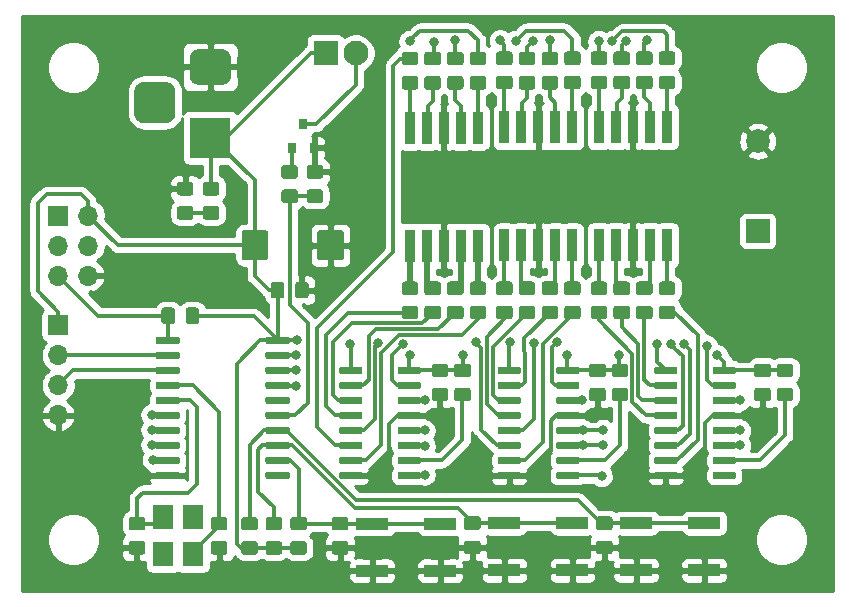
<source format=gbr>
G04 #@! TF.GenerationSoftware,KiCad,Pcbnew,(5.1.5-0-10_14)*
G04 #@! TF.CreationDate,2020-02-02T16:03:58+03:00*
G04 #@! TF.ProjectId,timer,74696d65-722e-46b6-9963-61645f706362,rev?*
G04 #@! TF.SameCoordinates,Original*
G04 #@! TF.FileFunction,Copper,L1,Top*
G04 #@! TF.FilePolarity,Positive*
%FSLAX46Y46*%
G04 Gerber Fmt 4.6, Leading zero omitted, Abs format (unit mm)*
G04 Created by KiCad (PCBNEW (5.1.5-0-10_14)) date 2020-02-02 16:03:58*
%MOMM*%
%LPD*%
G04 APERTURE LIST*
%ADD10C,2.100000*%
%ADD11R,2.100000X2.100000*%
%ADD12C,2.000000*%
%ADD13R,2.000000X2.000000*%
%ADD14O,1.700000X1.700000*%
%ADD15R,1.700000X1.700000*%
%ADD16C,0.100000*%
%ADD17R,0.800000X0.900000*%
%ADD18R,1.800000X2.100000*%
%ADD19R,0.900000X2.800000*%
%ADD20R,2.750000X1.000000*%
%ADD21R,3.500000X3.500000*%
%ADD22C,0.800000*%
%ADD23C,0.300000*%
%ADD24C,0.500000*%
%ADD25C,0.254000*%
G04 APERTURE END LIST*
D10*
X153924000Y-82804000D03*
D11*
X151384000Y-82804000D03*
D12*
X187960000Y-90256800D03*
D13*
X187960000Y-97856800D03*
D14*
X128725000Y-113461800D03*
X128725000Y-110921800D03*
X128725000Y-108381800D03*
D15*
X128725000Y-105841800D03*
G04 #@! TA.AperFunction,SMDPad,CuDef*
D16*
G36*
X152689505Y-97786204D02*
G01*
X152713773Y-97789804D01*
X152737572Y-97795765D01*
X152760671Y-97804030D01*
X152782850Y-97814520D01*
X152803893Y-97827132D01*
X152823599Y-97841747D01*
X152841777Y-97858223D01*
X152858253Y-97876401D01*
X152872868Y-97896107D01*
X152885480Y-97917150D01*
X152895970Y-97939329D01*
X152904235Y-97962428D01*
X152910196Y-97986227D01*
X152913796Y-98010495D01*
X152915000Y-98034999D01*
X152915000Y-100085001D01*
X152913796Y-100109505D01*
X152910196Y-100133773D01*
X152904235Y-100157572D01*
X152895970Y-100180671D01*
X152885480Y-100202850D01*
X152872868Y-100223893D01*
X152858253Y-100243599D01*
X152841777Y-100261777D01*
X152823599Y-100278253D01*
X152803893Y-100292868D01*
X152782850Y-100305480D01*
X152760671Y-100315970D01*
X152737572Y-100324235D01*
X152713773Y-100330196D01*
X152689505Y-100333796D01*
X152665001Y-100335000D01*
X150914999Y-100335000D01*
X150890495Y-100333796D01*
X150866227Y-100330196D01*
X150842428Y-100324235D01*
X150819329Y-100315970D01*
X150797150Y-100305480D01*
X150776107Y-100292868D01*
X150756401Y-100278253D01*
X150738223Y-100261777D01*
X150721747Y-100243599D01*
X150707132Y-100223893D01*
X150694520Y-100202850D01*
X150684030Y-100180671D01*
X150675765Y-100157572D01*
X150669804Y-100133773D01*
X150666204Y-100109505D01*
X150665000Y-100085001D01*
X150665000Y-98034999D01*
X150666204Y-98010495D01*
X150669804Y-97986227D01*
X150675765Y-97962428D01*
X150684030Y-97939329D01*
X150694520Y-97917150D01*
X150707132Y-97896107D01*
X150721747Y-97876401D01*
X150738223Y-97858223D01*
X150756401Y-97841747D01*
X150776107Y-97827132D01*
X150797150Y-97814520D01*
X150819329Y-97804030D01*
X150842428Y-97795765D01*
X150866227Y-97789804D01*
X150890495Y-97786204D01*
X150914999Y-97785000D01*
X152665001Y-97785000D01*
X152689505Y-97786204D01*
G37*
G04 #@! TD.AperFunction*
G04 #@! TA.AperFunction,SMDPad,CuDef*
G36*
X146289505Y-97786204D02*
G01*
X146313773Y-97789804D01*
X146337572Y-97795765D01*
X146360671Y-97804030D01*
X146382850Y-97814520D01*
X146403893Y-97827132D01*
X146423599Y-97841747D01*
X146441777Y-97858223D01*
X146458253Y-97876401D01*
X146472868Y-97896107D01*
X146485480Y-97917150D01*
X146495970Y-97939329D01*
X146504235Y-97962428D01*
X146510196Y-97986227D01*
X146513796Y-98010495D01*
X146515000Y-98034999D01*
X146515000Y-100085001D01*
X146513796Y-100109505D01*
X146510196Y-100133773D01*
X146504235Y-100157572D01*
X146495970Y-100180671D01*
X146485480Y-100202850D01*
X146472868Y-100223893D01*
X146458253Y-100243599D01*
X146441777Y-100261777D01*
X146423599Y-100278253D01*
X146403893Y-100292868D01*
X146382850Y-100305480D01*
X146360671Y-100315970D01*
X146337572Y-100324235D01*
X146313773Y-100330196D01*
X146289505Y-100333796D01*
X146265001Y-100335000D01*
X144514999Y-100335000D01*
X144490495Y-100333796D01*
X144466227Y-100330196D01*
X144442428Y-100324235D01*
X144419329Y-100315970D01*
X144397150Y-100305480D01*
X144376107Y-100292868D01*
X144356401Y-100278253D01*
X144338223Y-100261777D01*
X144321747Y-100243599D01*
X144307132Y-100223893D01*
X144294520Y-100202850D01*
X144284030Y-100180671D01*
X144275765Y-100157572D01*
X144269804Y-100133773D01*
X144266204Y-100109505D01*
X144265000Y-100085001D01*
X144265000Y-98034999D01*
X144266204Y-98010495D01*
X144269804Y-97986227D01*
X144275765Y-97962428D01*
X144284030Y-97939329D01*
X144294520Y-97917150D01*
X144307132Y-97896107D01*
X144321747Y-97876401D01*
X144338223Y-97858223D01*
X144356401Y-97841747D01*
X144376107Y-97827132D01*
X144397150Y-97814520D01*
X144419329Y-97804030D01*
X144442428Y-97795765D01*
X144466227Y-97789804D01*
X144490495Y-97786204D01*
X144514999Y-97785000D01*
X146265001Y-97785000D01*
X146289505Y-97786204D01*
G37*
G04 #@! TD.AperFunction*
G04 #@! TA.AperFunction,SMDPad,CuDef*
G36*
X188840905Y-111128004D02*
G01*
X188865173Y-111131604D01*
X188888972Y-111137565D01*
X188912071Y-111145830D01*
X188934250Y-111156320D01*
X188955293Y-111168932D01*
X188974999Y-111183547D01*
X188993177Y-111200023D01*
X189009653Y-111218201D01*
X189024268Y-111237907D01*
X189036880Y-111258950D01*
X189047370Y-111281129D01*
X189055635Y-111304228D01*
X189061596Y-111328027D01*
X189065196Y-111352295D01*
X189066400Y-111376799D01*
X189066400Y-112026801D01*
X189065196Y-112051305D01*
X189061596Y-112075573D01*
X189055635Y-112099372D01*
X189047370Y-112122471D01*
X189036880Y-112144650D01*
X189024268Y-112165693D01*
X189009653Y-112185399D01*
X188993177Y-112203577D01*
X188974999Y-112220053D01*
X188955293Y-112234668D01*
X188934250Y-112247280D01*
X188912071Y-112257770D01*
X188888972Y-112266035D01*
X188865173Y-112271996D01*
X188840905Y-112275596D01*
X188816401Y-112276800D01*
X187916399Y-112276800D01*
X187891895Y-112275596D01*
X187867627Y-112271996D01*
X187843828Y-112266035D01*
X187820729Y-112257770D01*
X187798550Y-112247280D01*
X187777507Y-112234668D01*
X187757801Y-112220053D01*
X187739623Y-112203577D01*
X187723147Y-112185399D01*
X187708532Y-112165693D01*
X187695920Y-112144650D01*
X187685430Y-112122471D01*
X187677165Y-112099372D01*
X187671204Y-112075573D01*
X187667604Y-112051305D01*
X187666400Y-112026801D01*
X187666400Y-111376799D01*
X187667604Y-111352295D01*
X187671204Y-111328027D01*
X187677165Y-111304228D01*
X187685430Y-111281129D01*
X187695920Y-111258950D01*
X187708532Y-111237907D01*
X187723147Y-111218201D01*
X187739623Y-111200023D01*
X187757801Y-111183547D01*
X187777507Y-111168932D01*
X187798550Y-111156320D01*
X187820729Y-111145830D01*
X187843828Y-111137565D01*
X187867627Y-111131604D01*
X187891895Y-111128004D01*
X187916399Y-111126800D01*
X188816401Y-111126800D01*
X188840905Y-111128004D01*
G37*
G04 #@! TD.AperFunction*
G04 #@! TA.AperFunction,SMDPad,CuDef*
G36*
X188840905Y-109078004D02*
G01*
X188865173Y-109081604D01*
X188888972Y-109087565D01*
X188912071Y-109095830D01*
X188934250Y-109106320D01*
X188955293Y-109118932D01*
X188974999Y-109133547D01*
X188993177Y-109150023D01*
X189009653Y-109168201D01*
X189024268Y-109187907D01*
X189036880Y-109208950D01*
X189047370Y-109231129D01*
X189055635Y-109254228D01*
X189061596Y-109278027D01*
X189065196Y-109302295D01*
X189066400Y-109326799D01*
X189066400Y-109976801D01*
X189065196Y-110001305D01*
X189061596Y-110025573D01*
X189055635Y-110049372D01*
X189047370Y-110072471D01*
X189036880Y-110094650D01*
X189024268Y-110115693D01*
X189009653Y-110135399D01*
X188993177Y-110153577D01*
X188974999Y-110170053D01*
X188955293Y-110184668D01*
X188934250Y-110197280D01*
X188912071Y-110207770D01*
X188888972Y-110216035D01*
X188865173Y-110221996D01*
X188840905Y-110225596D01*
X188816401Y-110226800D01*
X187916399Y-110226800D01*
X187891895Y-110225596D01*
X187867627Y-110221996D01*
X187843828Y-110216035D01*
X187820729Y-110207770D01*
X187798550Y-110197280D01*
X187777507Y-110184668D01*
X187757801Y-110170053D01*
X187739623Y-110153577D01*
X187723147Y-110135399D01*
X187708532Y-110115693D01*
X187695920Y-110094650D01*
X187685430Y-110072471D01*
X187677165Y-110049372D01*
X187671204Y-110025573D01*
X187667604Y-110001305D01*
X187666400Y-109976801D01*
X187666400Y-109326799D01*
X187667604Y-109302295D01*
X187671204Y-109278027D01*
X187677165Y-109254228D01*
X187685430Y-109231129D01*
X187695920Y-109208950D01*
X187708532Y-109187907D01*
X187723147Y-109168201D01*
X187739623Y-109150023D01*
X187757801Y-109133547D01*
X187777507Y-109118932D01*
X187798550Y-109106320D01*
X187820729Y-109095830D01*
X187843828Y-109087565D01*
X187867627Y-109081604D01*
X187891895Y-109078004D01*
X187916399Y-109076800D01*
X188816401Y-109076800D01*
X188840905Y-109078004D01*
G37*
G04 #@! TD.AperFunction*
G04 #@! TA.AperFunction,SMDPad,CuDef*
G36*
X174870905Y-111128004D02*
G01*
X174895173Y-111131604D01*
X174918972Y-111137565D01*
X174942071Y-111145830D01*
X174964250Y-111156320D01*
X174985293Y-111168932D01*
X175004999Y-111183547D01*
X175023177Y-111200023D01*
X175039653Y-111218201D01*
X175054268Y-111237907D01*
X175066880Y-111258950D01*
X175077370Y-111281129D01*
X175085635Y-111304228D01*
X175091596Y-111328027D01*
X175095196Y-111352295D01*
X175096400Y-111376799D01*
X175096400Y-112026801D01*
X175095196Y-112051305D01*
X175091596Y-112075573D01*
X175085635Y-112099372D01*
X175077370Y-112122471D01*
X175066880Y-112144650D01*
X175054268Y-112165693D01*
X175039653Y-112185399D01*
X175023177Y-112203577D01*
X175004999Y-112220053D01*
X174985293Y-112234668D01*
X174964250Y-112247280D01*
X174942071Y-112257770D01*
X174918972Y-112266035D01*
X174895173Y-112271996D01*
X174870905Y-112275596D01*
X174846401Y-112276800D01*
X173946399Y-112276800D01*
X173921895Y-112275596D01*
X173897627Y-112271996D01*
X173873828Y-112266035D01*
X173850729Y-112257770D01*
X173828550Y-112247280D01*
X173807507Y-112234668D01*
X173787801Y-112220053D01*
X173769623Y-112203577D01*
X173753147Y-112185399D01*
X173738532Y-112165693D01*
X173725920Y-112144650D01*
X173715430Y-112122471D01*
X173707165Y-112099372D01*
X173701204Y-112075573D01*
X173697604Y-112051305D01*
X173696400Y-112026801D01*
X173696400Y-111376799D01*
X173697604Y-111352295D01*
X173701204Y-111328027D01*
X173707165Y-111304228D01*
X173715430Y-111281129D01*
X173725920Y-111258950D01*
X173738532Y-111237907D01*
X173753147Y-111218201D01*
X173769623Y-111200023D01*
X173787801Y-111183547D01*
X173807507Y-111168932D01*
X173828550Y-111156320D01*
X173850729Y-111145830D01*
X173873828Y-111137565D01*
X173897627Y-111131604D01*
X173921895Y-111128004D01*
X173946399Y-111126800D01*
X174846401Y-111126800D01*
X174870905Y-111128004D01*
G37*
G04 #@! TD.AperFunction*
G04 #@! TA.AperFunction,SMDPad,CuDef*
G36*
X174870905Y-109078004D02*
G01*
X174895173Y-109081604D01*
X174918972Y-109087565D01*
X174942071Y-109095830D01*
X174964250Y-109106320D01*
X174985293Y-109118932D01*
X175004999Y-109133547D01*
X175023177Y-109150023D01*
X175039653Y-109168201D01*
X175054268Y-109187907D01*
X175066880Y-109208950D01*
X175077370Y-109231129D01*
X175085635Y-109254228D01*
X175091596Y-109278027D01*
X175095196Y-109302295D01*
X175096400Y-109326799D01*
X175096400Y-109976801D01*
X175095196Y-110001305D01*
X175091596Y-110025573D01*
X175085635Y-110049372D01*
X175077370Y-110072471D01*
X175066880Y-110094650D01*
X175054268Y-110115693D01*
X175039653Y-110135399D01*
X175023177Y-110153577D01*
X175004999Y-110170053D01*
X174985293Y-110184668D01*
X174964250Y-110197280D01*
X174942071Y-110207770D01*
X174918972Y-110216035D01*
X174895173Y-110221996D01*
X174870905Y-110225596D01*
X174846401Y-110226800D01*
X173946399Y-110226800D01*
X173921895Y-110225596D01*
X173897627Y-110221996D01*
X173873828Y-110216035D01*
X173850729Y-110207770D01*
X173828550Y-110197280D01*
X173807507Y-110184668D01*
X173787801Y-110170053D01*
X173769623Y-110153577D01*
X173753147Y-110135399D01*
X173738532Y-110115693D01*
X173725920Y-110094650D01*
X173715430Y-110072471D01*
X173707165Y-110049372D01*
X173701204Y-110025573D01*
X173697604Y-110001305D01*
X173696400Y-109976801D01*
X173696400Y-109326799D01*
X173697604Y-109302295D01*
X173701204Y-109278027D01*
X173707165Y-109254228D01*
X173715430Y-109231129D01*
X173725920Y-109208950D01*
X173738532Y-109187907D01*
X173753147Y-109168201D01*
X173769623Y-109150023D01*
X173787801Y-109133547D01*
X173807507Y-109118932D01*
X173828550Y-109106320D01*
X173850729Y-109095830D01*
X173873828Y-109087565D01*
X173897627Y-109081604D01*
X173921895Y-109078004D01*
X173946399Y-109076800D01*
X174846401Y-109076800D01*
X174870905Y-109078004D01*
G37*
G04 #@! TD.AperFunction*
G04 #@! TA.AperFunction,SMDPad,CuDef*
G36*
X161535905Y-111128004D02*
G01*
X161560173Y-111131604D01*
X161583972Y-111137565D01*
X161607071Y-111145830D01*
X161629250Y-111156320D01*
X161650293Y-111168932D01*
X161669999Y-111183547D01*
X161688177Y-111200023D01*
X161704653Y-111218201D01*
X161719268Y-111237907D01*
X161731880Y-111258950D01*
X161742370Y-111281129D01*
X161750635Y-111304228D01*
X161756596Y-111328027D01*
X161760196Y-111352295D01*
X161761400Y-111376799D01*
X161761400Y-112026801D01*
X161760196Y-112051305D01*
X161756596Y-112075573D01*
X161750635Y-112099372D01*
X161742370Y-112122471D01*
X161731880Y-112144650D01*
X161719268Y-112165693D01*
X161704653Y-112185399D01*
X161688177Y-112203577D01*
X161669999Y-112220053D01*
X161650293Y-112234668D01*
X161629250Y-112247280D01*
X161607071Y-112257770D01*
X161583972Y-112266035D01*
X161560173Y-112271996D01*
X161535905Y-112275596D01*
X161511401Y-112276800D01*
X160611399Y-112276800D01*
X160586895Y-112275596D01*
X160562627Y-112271996D01*
X160538828Y-112266035D01*
X160515729Y-112257770D01*
X160493550Y-112247280D01*
X160472507Y-112234668D01*
X160452801Y-112220053D01*
X160434623Y-112203577D01*
X160418147Y-112185399D01*
X160403532Y-112165693D01*
X160390920Y-112144650D01*
X160380430Y-112122471D01*
X160372165Y-112099372D01*
X160366204Y-112075573D01*
X160362604Y-112051305D01*
X160361400Y-112026801D01*
X160361400Y-111376799D01*
X160362604Y-111352295D01*
X160366204Y-111328027D01*
X160372165Y-111304228D01*
X160380430Y-111281129D01*
X160390920Y-111258950D01*
X160403532Y-111237907D01*
X160418147Y-111218201D01*
X160434623Y-111200023D01*
X160452801Y-111183547D01*
X160472507Y-111168932D01*
X160493550Y-111156320D01*
X160515729Y-111145830D01*
X160538828Y-111137565D01*
X160562627Y-111131604D01*
X160586895Y-111128004D01*
X160611399Y-111126800D01*
X161511401Y-111126800D01*
X161535905Y-111128004D01*
G37*
G04 #@! TD.AperFunction*
G04 #@! TA.AperFunction,SMDPad,CuDef*
G36*
X161535905Y-109078004D02*
G01*
X161560173Y-109081604D01*
X161583972Y-109087565D01*
X161607071Y-109095830D01*
X161629250Y-109106320D01*
X161650293Y-109118932D01*
X161669999Y-109133547D01*
X161688177Y-109150023D01*
X161704653Y-109168201D01*
X161719268Y-109187907D01*
X161731880Y-109208950D01*
X161742370Y-109231129D01*
X161750635Y-109254228D01*
X161756596Y-109278027D01*
X161760196Y-109302295D01*
X161761400Y-109326799D01*
X161761400Y-109976801D01*
X161760196Y-110001305D01*
X161756596Y-110025573D01*
X161750635Y-110049372D01*
X161742370Y-110072471D01*
X161731880Y-110094650D01*
X161719268Y-110115693D01*
X161704653Y-110135399D01*
X161688177Y-110153577D01*
X161669999Y-110170053D01*
X161650293Y-110184668D01*
X161629250Y-110197280D01*
X161607071Y-110207770D01*
X161583972Y-110216035D01*
X161560173Y-110221996D01*
X161535905Y-110225596D01*
X161511401Y-110226800D01*
X160611399Y-110226800D01*
X160586895Y-110225596D01*
X160562627Y-110221996D01*
X160538828Y-110216035D01*
X160515729Y-110207770D01*
X160493550Y-110197280D01*
X160472507Y-110184668D01*
X160452801Y-110170053D01*
X160434623Y-110153577D01*
X160418147Y-110135399D01*
X160403532Y-110115693D01*
X160390920Y-110094650D01*
X160380430Y-110072471D01*
X160372165Y-110049372D01*
X160366204Y-110025573D01*
X160362604Y-110001305D01*
X160361400Y-109976801D01*
X160361400Y-109326799D01*
X160362604Y-109302295D01*
X160366204Y-109278027D01*
X160372165Y-109254228D01*
X160380430Y-109231129D01*
X160390920Y-109208950D01*
X160403532Y-109187907D01*
X160418147Y-109168201D01*
X160434623Y-109150023D01*
X160452801Y-109133547D01*
X160472507Y-109118932D01*
X160493550Y-109106320D01*
X160515729Y-109095830D01*
X160538828Y-109087565D01*
X160562627Y-109081604D01*
X160586895Y-109078004D01*
X160611399Y-109076800D01*
X161511401Y-109076800D01*
X161535905Y-109078004D01*
G37*
G04 #@! TD.AperFunction*
G04 #@! TA.AperFunction,SMDPad,CuDef*
G36*
X175455105Y-124073004D02*
G01*
X175479373Y-124076604D01*
X175503172Y-124082565D01*
X175526271Y-124090830D01*
X175548450Y-124101320D01*
X175569493Y-124113932D01*
X175589199Y-124128547D01*
X175607377Y-124145023D01*
X175623853Y-124163201D01*
X175638468Y-124182907D01*
X175651080Y-124203950D01*
X175661570Y-124226129D01*
X175669835Y-124249228D01*
X175675796Y-124273027D01*
X175679396Y-124297295D01*
X175680600Y-124321799D01*
X175680600Y-124971801D01*
X175679396Y-124996305D01*
X175675796Y-125020573D01*
X175669835Y-125044372D01*
X175661570Y-125067471D01*
X175651080Y-125089650D01*
X175638468Y-125110693D01*
X175623853Y-125130399D01*
X175607377Y-125148577D01*
X175589199Y-125165053D01*
X175569493Y-125179668D01*
X175548450Y-125192280D01*
X175526271Y-125202770D01*
X175503172Y-125211035D01*
X175479373Y-125216996D01*
X175455105Y-125220596D01*
X175430601Y-125221800D01*
X174530599Y-125221800D01*
X174506095Y-125220596D01*
X174481827Y-125216996D01*
X174458028Y-125211035D01*
X174434929Y-125202770D01*
X174412750Y-125192280D01*
X174391707Y-125179668D01*
X174372001Y-125165053D01*
X174353823Y-125148577D01*
X174337347Y-125130399D01*
X174322732Y-125110693D01*
X174310120Y-125089650D01*
X174299630Y-125067471D01*
X174291365Y-125044372D01*
X174285404Y-125020573D01*
X174281804Y-124996305D01*
X174280600Y-124971801D01*
X174280600Y-124321799D01*
X174281804Y-124297295D01*
X174285404Y-124273027D01*
X174291365Y-124249228D01*
X174299630Y-124226129D01*
X174310120Y-124203950D01*
X174322732Y-124182907D01*
X174337347Y-124163201D01*
X174353823Y-124145023D01*
X174372001Y-124128547D01*
X174391707Y-124113932D01*
X174412750Y-124101320D01*
X174434929Y-124090830D01*
X174458028Y-124082565D01*
X174481827Y-124076604D01*
X174506095Y-124073004D01*
X174530599Y-124071800D01*
X175430601Y-124071800D01*
X175455105Y-124073004D01*
G37*
G04 #@! TD.AperFunction*
G04 #@! TA.AperFunction,SMDPad,CuDef*
G36*
X175455105Y-122023004D02*
G01*
X175479373Y-122026604D01*
X175503172Y-122032565D01*
X175526271Y-122040830D01*
X175548450Y-122051320D01*
X175569493Y-122063932D01*
X175589199Y-122078547D01*
X175607377Y-122095023D01*
X175623853Y-122113201D01*
X175638468Y-122132907D01*
X175651080Y-122153950D01*
X175661570Y-122176129D01*
X175669835Y-122199228D01*
X175675796Y-122223027D01*
X175679396Y-122247295D01*
X175680600Y-122271799D01*
X175680600Y-122921801D01*
X175679396Y-122946305D01*
X175675796Y-122970573D01*
X175669835Y-122994372D01*
X175661570Y-123017471D01*
X175651080Y-123039650D01*
X175638468Y-123060693D01*
X175623853Y-123080399D01*
X175607377Y-123098577D01*
X175589199Y-123115053D01*
X175569493Y-123129668D01*
X175548450Y-123142280D01*
X175526271Y-123152770D01*
X175503172Y-123161035D01*
X175479373Y-123166996D01*
X175455105Y-123170596D01*
X175430601Y-123171800D01*
X174530599Y-123171800D01*
X174506095Y-123170596D01*
X174481827Y-123166996D01*
X174458028Y-123161035D01*
X174434929Y-123152770D01*
X174412750Y-123142280D01*
X174391707Y-123129668D01*
X174372001Y-123115053D01*
X174353823Y-123098577D01*
X174337347Y-123080399D01*
X174322732Y-123060693D01*
X174310120Y-123039650D01*
X174299630Y-123017471D01*
X174291365Y-122994372D01*
X174285404Y-122970573D01*
X174281804Y-122946305D01*
X174280600Y-122921801D01*
X174280600Y-122271799D01*
X174281804Y-122247295D01*
X174285404Y-122223027D01*
X174291365Y-122199228D01*
X174299630Y-122176129D01*
X174310120Y-122153950D01*
X174322732Y-122132907D01*
X174337347Y-122113201D01*
X174353823Y-122095023D01*
X174372001Y-122078547D01*
X174391707Y-122063932D01*
X174412750Y-122051320D01*
X174434929Y-122040830D01*
X174458028Y-122032565D01*
X174481827Y-122026604D01*
X174506095Y-122023004D01*
X174530599Y-122021800D01*
X175430601Y-122021800D01*
X175455105Y-122023004D01*
G37*
G04 #@! TD.AperFunction*
G04 #@! TA.AperFunction,SMDPad,CuDef*
G36*
X164279105Y-124063204D02*
G01*
X164303373Y-124066804D01*
X164327172Y-124072765D01*
X164350271Y-124081030D01*
X164372450Y-124091520D01*
X164393493Y-124104132D01*
X164413199Y-124118747D01*
X164431377Y-124135223D01*
X164447853Y-124153401D01*
X164462468Y-124173107D01*
X164475080Y-124194150D01*
X164485570Y-124216329D01*
X164493835Y-124239428D01*
X164499796Y-124263227D01*
X164503396Y-124287495D01*
X164504600Y-124311999D01*
X164504600Y-124962001D01*
X164503396Y-124986505D01*
X164499796Y-125010773D01*
X164493835Y-125034572D01*
X164485570Y-125057671D01*
X164475080Y-125079850D01*
X164462468Y-125100893D01*
X164447853Y-125120599D01*
X164431377Y-125138777D01*
X164413199Y-125155253D01*
X164393493Y-125169868D01*
X164372450Y-125182480D01*
X164350271Y-125192970D01*
X164327172Y-125201235D01*
X164303373Y-125207196D01*
X164279105Y-125210796D01*
X164254601Y-125212000D01*
X163354599Y-125212000D01*
X163330095Y-125210796D01*
X163305827Y-125207196D01*
X163282028Y-125201235D01*
X163258929Y-125192970D01*
X163236750Y-125182480D01*
X163215707Y-125169868D01*
X163196001Y-125155253D01*
X163177823Y-125138777D01*
X163161347Y-125120599D01*
X163146732Y-125100893D01*
X163134120Y-125079850D01*
X163123630Y-125057671D01*
X163115365Y-125034572D01*
X163109404Y-125010773D01*
X163105804Y-124986505D01*
X163104600Y-124962001D01*
X163104600Y-124311999D01*
X163105804Y-124287495D01*
X163109404Y-124263227D01*
X163115365Y-124239428D01*
X163123630Y-124216329D01*
X163134120Y-124194150D01*
X163146732Y-124173107D01*
X163161347Y-124153401D01*
X163177823Y-124135223D01*
X163196001Y-124118747D01*
X163215707Y-124104132D01*
X163236750Y-124091520D01*
X163258929Y-124081030D01*
X163282028Y-124072765D01*
X163305827Y-124066804D01*
X163330095Y-124063204D01*
X163354599Y-124062000D01*
X164254601Y-124062000D01*
X164279105Y-124063204D01*
G37*
G04 #@! TD.AperFunction*
G04 #@! TA.AperFunction,SMDPad,CuDef*
G36*
X164279105Y-122013204D02*
G01*
X164303373Y-122016804D01*
X164327172Y-122022765D01*
X164350271Y-122031030D01*
X164372450Y-122041520D01*
X164393493Y-122054132D01*
X164413199Y-122068747D01*
X164431377Y-122085223D01*
X164447853Y-122103401D01*
X164462468Y-122123107D01*
X164475080Y-122144150D01*
X164485570Y-122166329D01*
X164493835Y-122189428D01*
X164499796Y-122213227D01*
X164503396Y-122237495D01*
X164504600Y-122261999D01*
X164504600Y-122912001D01*
X164503396Y-122936505D01*
X164499796Y-122960773D01*
X164493835Y-122984572D01*
X164485570Y-123007671D01*
X164475080Y-123029850D01*
X164462468Y-123050893D01*
X164447853Y-123070599D01*
X164431377Y-123088777D01*
X164413199Y-123105253D01*
X164393493Y-123119868D01*
X164372450Y-123132480D01*
X164350271Y-123142970D01*
X164327172Y-123151235D01*
X164303373Y-123157196D01*
X164279105Y-123160796D01*
X164254601Y-123162000D01*
X163354599Y-123162000D01*
X163330095Y-123160796D01*
X163305827Y-123157196D01*
X163282028Y-123151235D01*
X163258929Y-123142970D01*
X163236750Y-123132480D01*
X163215707Y-123119868D01*
X163196001Y-123105253D01*
X163177823Y-123088777D01*
X163161347Y-123070599D01*
X163146732Y-123050893D01*
X163134120Y-123029850D01*
X163123630Y-123007671D01*
X163115365Y-122984572D01*
X163109404Y-122960773D01*
X163105804Y-122936505D01*
X163104600Y-122912001D01*
X163104600Y-122261999D01*
X163105804Y-122237495D01*
X163109404Y-122213227D01*
X163115365Y-122189428D01*
X163123630Y-122166329D01*
X163134120Y-122144150D01*
X163146732Y-122123107D01*
X163161347Y-122103401D01*
X163177823Y-122085223D01*
X163196001Y-122068747D01*
X163215707Y-122054132D01*
X163236750Y-122041520D01*
X163258929Y-122031030D01*
X163282028Y-122022765D01*
X163305827Y-122016804D01*
X163330095Y-122013204D01*
X163354599Y-122012000D01*
X164254601Y-122012000D01*
X164279105Y-122013204D01*
G37*
G04 #@! TD.AperFunction*
G04 #@! TA.AperFunction,SMDPad,CuDef*
G36*
X149710505Y-102171204D02*
G01*
X149734773Y-102174804D01*
X149758572Y-102180765D01*
X149781671Y-102189030D01*
X149803850Y-102199520D01*
X149824893Y-102212132D01*
X149844599Y-102226747D01*
X149862777Y-102243223D01*
X149879253Y-102261401D01*
X149893868Y-102281107D01*
X149906480Y-102302150D01*
X149916970Y-102324329D01*
X149925235Y-102347428D01*
X149931196Y-102371227D01*
X149934796Y-102395495D01*
X149936000Y-102419999D01*
X149936000Y-103320001D01*
X149934796Y-103344505D01*
X149931196Y-103368773D01*
X149925235Y-103392572D01*
X149916970Y-103415671D01*
X149906480Y-103437850D01*
X149893868Y-103458893D01*
X149879253Y-103478599D01*
X149862777Y-103496777D01*
X149844599Y-103513253D01*
X149824893Y-103527868D01*
X149803850Y-103540480D01*
X149781671Y-103550970D01*
X149758572Y-103559235D01*
X149734773Y-103565196D01*
X149710505Y-103568796D01*
X149686001Y-103570000D01*
X149035999Y-103570000D01*
X149011495Y-103568796D01*
X148987227Y-103565196D01*
X148963428Y-103559235D01*
X148940329Y-103550970D01*
X148918150Y-103540480D01*
X148897107Y-103527868D01*
X148877401Y-103513253D01*
X148859223Y-103496777D01*
X148842747Y-103478599D01*
X148828132Y-103458893D01*
X148815520Y-103437850D01*
X148805030Y-103415671D01*
X148796765Y-103392572D01*
X148790804Y-103368773D01*
X148787204Y-103344505D01*
X148786000Y-103320001D01*
X148786000Y-102419999D01*
X148787204Y-102395495D01*
X148790804Y-102371227D01*
X148796765Y-102347428D01*
X148805030Y-102324329D01*
X148815520Y-102302150D01*
X148828132Y-102281107D01*
X148842747Y-102261401D01*
X148859223Y-102243223D01*
X148877401Y-102226747D01*
X148897107Y-102212132D01*
X148918150Y-102199520D01*
X148940329Y-102189030D01*
X148963428Y-102180765D01*
X148987227Y-102174804D01*
X149011495Y-102171204D01*
X149035999Y-102170000D01*
X149686001Y-102170000D01*
X149710505Y-102171204D01*
G37*
G04 #@! TD.AperFunction*
G04 #@! TA.AperFunction,SMDPad,CuDef*
G36*
X147660505Y-102171204D02*
G01*
X147684773Y-102174804D01*
X147708572Y-102180765D01*
X147731671Y-102189030D01*
X147753850Y-102199520D01*
X147774893Y-102212132D01*
X147794599Y-102226747D01*
X147812777Y-102243223D01*
X147829253Y-102261401D01*
X147843868Y-102281107D01*
X147856480Y-102302150D01*
X147866970Y-102324329D01*
X147875235Y-102347428D01*
X147881196Y-102371227D01*
X147884796Y-102395495D01*
X147886000Y-102419999D01*
X147886000Y-103320001D01*
X147884796Y-103344505D01*
X147881196Y-103368773D01*
X147875235Y-103392572D01*
X147866970Y-103415671D01*
X147856480Y-103437850D01*
X147843868Y-103458893D01*
X147829253Y-103478599D01*
X147812777Y-103496777D01*
X147794599Y-103513253D01*
X147774893Y-103527868D01*
X147753850Y-103540480D01*
X147731671Y-103550970D01*
X147708572Y-103559235D01*
X147684773Y-103565196D01*
X147660505Y-103568796D01*
X147636001Y-103570000D01*
X146985999Y-103570000D01*
X146961495Y-103568796D01*
X146937227Y-103565196D01*
X146913428Y-103559235D01*
X146890329Y-103550970D01*
X146868150Y-103540480D01*
X146847107Y-103527868D01*
X146827401Y-103513253D01*
X146809223Y-103496777D01*
X146792747Y-103478599D01*
X146778132Y-103458893D01*
X146765520Y-103437850D01*
X146755030Y-103415671D01*
X146746765Y-103392572D01*
X146740804Y-103368773D01*
X146737204Y-103344505D01*
X146736000Y-103320001D01*
X146736000Y-102419999D01*
X146737204Y-102395495D01*
X146740804Y-102371227D01*
X146746765Y-102347428D01*
X146755030Y-102324329D01*
X146765520Y-102302150D01*
X146778132Y-102281107D01*
X146792747Y-102261401D01*
X146809223Y-102243223D01*
X146827401Y-102226747D01*
X146847107Y-102212132D01*
X146868150Y-102199520D01*
X146890329Y-102189030D01*
X146913428Y-102180765D01*
X146937227Y-102174804D01*
X146961495Y-102171204D01*
X146985999Y-102170000D01*
X147636001Y-102170000D01*
X147660505Y-102171204D01*
G37*
G04 #@! TD.AperFunction*
G04 #@! TA.AperFunction,SMDPad,CuDef*
G36*
X142838505Y-124114004D02*
G01*
X142862773Y-124117604D01*
X142886572Y-124123565D01*
X142909671Y-124131830D01*
X142931850Y-124142320D01*
X142952893Y-124154932D01*
X142972599Y-124169547D01*
X142990777Y-124186023D01*
X143007253Y-124204201D01*
X143021868Y-124223907D01*
X143034480Y-124244950D01*
X143044970Y-124267129D01*
X143053235Y-124290228D01*
X143059196Y-124314027D01*
X143062796Y-124338295D01*
X143064000Y-124362799D01*
X143064000Y-125012801D01*
X143062796Y-125037305D01*
X143059196Y-125061573D01*
X143053235Y-125085372D01*
X143044970Y-125108471D01*
X143034480Y-125130650D01*
X143021868Y-125151693D01*
X143007253Y-125171399D01*
X142990777Y-125189577D01*
X142972599Y-125206053D01*
X142952893Y-125220668D01*
X142931850Y-125233280D01*
X142909671Y-125243770D01*
X142886572Y-125252035D01*
X142862773Y-125257996D01*
X142838505Y-125261596D01*
X142814001Y-125262800D01*
X141913999Y-125262800D01*
X141889495Y-125261596D01*
X141865227Y-125257996D01*
X141841428Y-125252035D01*
X141818329Y-125243770D01*
X141796150Y-125233280D01*
X141775107Y-125220668D01*
X141755401Y-125206053D01*
X141737223Y-125189577D01*
X141720747Y-125171399D01*
X141706132Y-125151693D01*
X141693520Y-125130650D01*
X141683030Y-125108471D01*
X141674765Y-125085372D01*
X141668804Y-125061573D01*
X141665204Y-125037305D01*
X141664000Y-125012801D01*
X141664000Y-124362799D01*
X141665204Y-124338295D01*
X141668804Y-124314027D01*
X141674765Y-124290228D01*
X141683030Y-124267129D01*
X141693520Y-124244950D01*
X141706132Y-124223907D01*
X141720747Y-124204201D01*
X141737223Y-124186023D01*
X141755401Y-124169547D01*
X141775107Y-124154932D01*
X141796150Y-124142320D01*
X141818329Y-124131830D01*
X141841428Y-124123565D01*
X141865227Y-124117604D01*
X141889495Y-124114004D01*
X141913999Y-124112800D01*
X142814001Y-124112800D01*
X142838505Y-124114004D01*
G37*
G04 #@! TD.AperFunction*
G04 #@! TA.AperFunction,SMDPad,CuDef*
G36*
X142838505Y-122064004D02*
G01*
X142862773Y-122067604D01*
X142886572Y-122073565D01*
X142909671Y-122081830D01*
X142931850Y-122092320D01*
X142952893Y-122104932D01*
X142972599Y-122119547D01*
X142990777Y-122136023D01*
X143007253Y-122154201D01*
X143021868Y-122173907D01*
X143034480Y-122194950D01*
X143044970Y-122217129D01*
X143053235Y-122240228D01*
X143059196Y-122264027D01*
X143062796Y-122288295D01*
X143064000Y-122312799D01*
X143064000Y-122962801D01*
X143062796Y-122987305D01*
X143059196Y-123011573D01*
X143053235Y-123035372D01*
X143044970Y-123058471D01*
X143034480Y-123080650D01*
X143021868Y-123101693D01*
X143007253Y-123121399D01*
X142990777Y-123139577D01*
X142972599Y-123156053D01*
X142952893Y-123170668D01*
X142931850Y-123183280D01*
X142909671Y-123193770D01*
X142886572Y-123202035D01*
X142862773Y-123207996D01*
X142838505Y-123211596D01*
X142814001Y-123212800D01*
X141913999Y-123212800D01*
X141889495Y-123211596D01*
X141865227Y-123207996D01*
X141841428Y-123202035D01*
X141818329Y-123193770D01*
X141796150Y-123183280D01*
X141775107Y-123170668D01*
X141755401Y-123156053D01*
X141737223Y-123139577D01*
X141720747Y-123121399D01*
X141706132Y-123101693D01*
X141693520Y-123080650D01*
X141683030Y-123058471D01*
X141674765Y-123035372D01*
X141668804Y-123011573D01*
X141665204Y-122987305D01*
X141664000Y-122962801D01*
X141664000Y-122312799D01*
X141665204Y-122288295D01*
X141668804Y-122264027D01*
X141674765Y-122240228D01*
X141683030Y-122217129D01*
X141693520Y-122194950D01*
X141706132Y-122173907D01*
X141720747Y-122154201D01*
X141737223Y-122136023D01*
X141755401Y-122119547D01*
X141775107Y-122104932D01*
X141796150Y-122092320D01*
X141818329Y-122081830D01*
X141841428Y-122073565D01*
X141865227Y-122067604D01*
X141889495Y-122064004D01*
X141913999Y-122062800D01*
X142814001Y-122062800D01*
X142838505Y-122064004D01*
G37*
G04 #@! TD.AperFunction*
G04 #@! TA.AperFunction,SMDPad,CuDef*
G36*
X153077705Y-124114004D02*
G01*
X153101973Y-124117604D01*
X153125772Y-124123565D01*
X153148871Y-124131830D01*
X153171050Y-124142320D01*
X153192093Y-124154932D01*
X153211799Y-124169547D01*
X153229977Y-124186023D01*
X153246453Y-124204201D01*
X153261068Y-124223907D01*
X153273680Y-124244950D01*
X153284170Y-124267129D01*
X153292435Y-124290228D01*
X153298396Y-124314027D01*
X153301996Y-124338295D01*
X153303200Y-124362799D01*
X153303200Y-125012801D01*
X153301996Y-125037305D01*
X153298396Y-125061573D01*
X153292435Y-125085372D01*
X153284170Y-125108471D01*
X153273680Y-125130650D01*
X153261068Y-125151693D01*
X153246453Y-125171399D01*
X153229977Y-125189577D01*
X153211799Y-125206053D01*
X153192093Y-125220668D01*
X153171050Y-125233280D01*
X153148871Y-125243770D01*
X153125772Y-125252035D01*
X153101973Y-125257996D01*
X153077705Y-125261596D01*
X153053201Y-125262800D01*
X152153199Y-125262800D01*
X152128695Y-125261596D01*
X152104427Y-125257996D01*
X152080628Y-125252035D01*
X152057529Y-125243770D01*
X152035350Y-125233280D01*
X152014307Y-125220668D01*
X151994601Y-125206053D01*
X151976423Y-125189577D01*
X151959947Y-125171399D01*
X151945332Y-125151693D01*
X151932720Y-125130650D01*
X151922230Y-125108471D01*
X151913965Y-125085372D01*
X151908004Y-125061573D01*
X151904404Y-125037305D01*
X151903200Y-125012801D01*
X151903200Y-124362799D01*
X151904404Y-124338295D01*
X151908004Y-124314027D01*
X151913965Y-124290228D01*
X151922230Y-124267129D01*
X151932720Y-124244950D01*
X151945332Y-124223907D01*
X151959947Y-124204201D01*
X151976423Y-124186023D01*
X151994601Y-124169547D01*
X152014307Y-124154932D01*
X152035350Y-124142320D01*
X152057529Y-124131830D01*
X152080628Y-124123565D01*
X152104427Y-124117604D01*
X152128695Y-124114004D01*
X152153199Y-124112800D01*
X153053201Y-124112800D01*
X153077705Y-124114004D01*
G37*
G04 #@! TD.AperFunction*
G04 #@! TA.AperFunction,SMDPad,CuDef*
G36*
X153077705Y-122064004D02*
G01*
X153101973Y-122067604D01*
X153125772Y-122073565D01*
X153148871Y-122081830D01*
X153171050Y-122092320D01*
X153192093Y-122104932D01*
X153211799Y-122119547D01*
X153229977Y-122136023D01*
X153246453Y-122154201D01*
X153261068Y-122173907D01*
X153273680Y-122194950D01*
X153284170Y-122217129D01*
X153292435Y-122240228D01*
X153298396Y-122264027D01*
X153301996Y-122288295D01*
X153303200Y-122312799D01*
X153303200Y-122962801D01*
X153301996Y-122987305D01*
X153298396Y-123011573D01*
X153292435Y-123035372D01*
X153284170Y-123058471D01*
X153273680Y-123080650D01*
X153261068Y-123101693D01*
X153246453Y-123121399D01*
X153229977Y-123139577D01*
X153211799Y-123156053D01*
X153192093Y-123170668D01*
X153171050Y-123183280D01*
X153148871Y-123193770D01*
X153125772Y-123202035D01*
X153101973Y-123207996D01*
X153077705Y-123211596D01*
X153053201Y-123212800D01*
X152153199Y-123212800D01*
X152128695Y-123211596D01*
X152104427Y-123207996D01*
X152080628Y-123202035D01*
X152057529Y-123193770D01*
X152035350Y-123183280D01*
X152014307Y-123170668D01*
X151994601Y-123156053D01*
X151976423Y-123139577D01*
X151959947Y-123121399D01*
X151945332Y-123101693D01*
X151932720Y-123080650D01*
X151922230Y-123058471D01*
X151913965Y-123035372D01*
X151908004Y-123011573D01*
X151904404Y-122987305D01*
X151903200Y-122962801D01*
X151903200Y-122312799D01*
X151904404Y-122288295D01*
X151908004Y-122264027D01*
X151913965Y-122240228D01*
X151922230Y-122217129D01*
X151932720Y-122194950D01*
X151945332Y-122173907D01*
X151959947Y-122154201D01*
X151976423Y-122136023D01*
X151994601Y-122119547D01*
X152014307Y-122104932D01*
X152035350Y-122092320D01*
X152057529Y-122081830D01*
X152080628Y-122073565D01*
X152104427Y-122067604D01*
X152128695Y-122064004D01*
X152153199Y-122062800D01*
X153053201Y-122062800D01*
X153077705Y-122064004D01*
G37*
G04 #@! TD.AperFunction*
G04 #@! TA.AperFunction,SMDPad,CuDef*
G36*
X135878905Y-124114004D02*
G01*
X135903173Y-124117604D01*
X135926972Y-124123565D01*
X135950071Y-124131830D01*
X135972250Y-124142320D01*
X135993293Y-124154932D01*
X136012999Y-124169547D01*
X136031177Y-124186023D01*
X136047653Y-124204201D01*
X136062268Y-124223907D01*
X136074880Y-124244950D01*
X136085370Y-124267129D01*
X136093635Y-124290228D01*
X136099596Y-124314027D01*
X136103196Y-124338295D01*
X136104400Y-124362799D01*
X136104400Y-125012801D01*
X136103196Y-125037305D01*
X136099596Y-125061573D01*
X136093635Y-125085372D01*
X136085370Y-125108471D01*
X136074880Y-125130650D01*
X136062268Y-125151693D01*
X136047653Y-125171399D01*
X136031177Y-125189577D01*
X136012999Y-125206053D01*
X135993293Y-125220668D01*
X135972250Y-125233280D01*
X135950071Y-125243770D01*
X135926972Y-125252035D01*
X135903173Y-125257996D01*
X135878905Y-125261596D01*
X135854401Y-125262800D01*
X134954399Y-125262800D01*
X134929895Y-125261596D01*
X134905627Y-125257996D01*
X134881828Y-125252035D01*
X134858729Y-125243770D01*
X134836550Y-125233280D01*
X134815507Y-125220668D01*
X134795801Y-125206053D01*
X134777623Y-125189577D01*
X134761147Y-125171399D01*
X134746532Y-125151693D01*
X134733920Y-125130650D01*
X134723430Y-125108471D01*
X134715165Y-125085372D01*
X134709204Y-125061573D01*
X134705604Y-125037305D01*
X134704400Y-125012801D01*
X134704400Y-124362799D01*
X134705604Y-124338295D01*
X134709204Y-124314027D01*
X134715165Y-124290228D01*
X134723430Y-124267129D01*
X134733920Y-124244950D01*
X134746532Y-124223907D01*
X134761147Y-124204201D01*
X134777623Y-124186023D01*
X134795801Y-124169547D01*
X134815507Y-124154932D01*
X134836550Y-124142320D01*
X134858729Y-124131830D01*
X134881828Y-124123565D01*
X134905627Y-124117604D01*
X134929895Y-124114004D01*
X134954399Y-124112800D01*
X135854401Y-124112800D01*
X135878905Y-124114004D01*
G37*
G04 #@! TD.AperFunction*
G04 #@! TA.AperFunction,SMDPad,CuDef*
G36*
X135878905Y-122064004D02*
G01*
X135903173Y-122067604D01*
X135926972Y-122073565D01*
X135950071Y-122081830D01*
X135972250Y-122092320D01*
X135993293Y-122104932D01*
X136012999Y-122119547D01*
X136031177Y-122136023D01*
X136047653Y-122154201D01*
X136062268Y-122173907D01*
X136074880Y-122194950D01*
X136085370Y-122217129D01*
X136093635Y-122240228D01*
X136099596Y-122264027D01*
X136103196Y-122288295D01*
X136104400Y-122312799D01*
X136104400Y-122962801D01*
X136103196Y-122987305D01*
X136099596Y-123011573D01*
X136093635Y-123035372D01*
X136085370Y-123058471D01*
X136074880Y-123080650D01*
X136062268Y-123101693D01*
X136047653Y-123121399D01*
X136031177Y-123139577D01*
X136012999Y-123156053D01*
X135993293Y-123170668D01*
X135972250Y-123183280D01*
X135950071Y-123193770D01*
X135926972Y-123202035D01*
X135903173Y-123207996D01*
X135878905Y-123211596D01*
X135854401Y-123212800D01*
X134954399Y-123212800D01*
X134929895Y-123211596D01*
X134905627Y-123207996D01*
X134881828Y-123202035D01*
X134858729Y-123193770D01*
X134836550Y-123183280D01*
X134815507Y-123170668D01*
X134795801Y-123156053D01*
X134777623Y-123139577D01*
X134761147Y-123121399D01*
X134746532Y-123101693D01*
X134733920Y-123080650D01*
X134723430Y-123058471D01*
X134715165Y-123035372D01*
X134709204Y-123011573D01*
X134705604Y-122987305D01*
X134704400Y-122962801D01*
X134704400Y-122312799D01*
X134705604Y-122288295D01*
X134709204Y-122264027D01*
X134715165Y-122240228D01*
X134723430Y-122217129D01*
X134733920Y-122194950D01*
X134746532Y-122173907D01*
X134761147Y-122154201D01*
X134777623Y-122136023D01*
X134795801Y-122119547D01*
X134815507Y-122104932D01*
X134836550Y-122092320D01*
X134858729Y-122081830D01*
X134881828Y-122073565D01*
X134905627Y-122067604D01*
X134929895Y-122064004D01*
X134954399Y-122062800D01*
X135854401Y-122062800D01*
X135878905Y-122064004D01*
G37*
G04 #@! TD.AperFunction*
G04 #@! TA.AperFunction,SMDPad,CuDef*
G36*
X185966103Y-109352522D02*
G01*
X185980664Y-109354682D01*
X185994943Y-109358259D01*
X186008803Y-109363218D01*
X186022110Y-109369512D01*
X186034736Y-109377080D01*
X186046559Y-109385848D01*
X186057466Y-109395734D01*
X186067352Y-109406641D01*
X186076120Y-109418464D01*
X186083688Y-109431090D01*
X186089982Y-109444397D01*
X186094941Y-109458257D01*
X186098518Y-109472536D01*
X186100678Y-109487097D01*
X186101400Y-109501800D01*
X186101400Y-109801800D01*
X186100678Y-109816503D01*
X186098518Y-109831064D01*
X186094941Y-109845343D01*
X186089982Y-109859203D01*
X186083688Y-109872510D01*
X186076120Y-109885136D01*
X186067352Y-109896959D01*
X186057466Y-109907866D01*
X186046559Y-109917752D01*
X186034736Y-109926520D01*
X186022110Y-109934088D01*
X186008803Y-109940382D01*
X185994943Y-109945341D01*
X185980664Y-109948918D01*
X185966103Y-109951078D01*
X185951400Y-109951800D01*
X184301400Y-109951800D01*
X184286697Y-109951078D01*
X184272136Y-109948918D01*
X184257857Y-109945341D01*
X184243997Y-109940382D01*
X184230690Y-109934088D01*
X184218064Y-109926520D01*
X184206241Y-109917752D01*
X184195334Y-109907866D01*
X184185448Y-109896959D01*
X184176680Y-109885136D01*
X184169112Y-109872510D01*
X184162818Y-109859203D01*
X184157859Y-109845343D01*
X184154282Y-109831064D01*
X184152122Y-109816503D01*
X184151400Y-109801800D01*
X184151400Y-109501800D01*
X184152122Y-109487097D01*
X184154282Y-109472536D01*
X184157859Y-109458257D01*
X184162818Y-109444397D01*
X184169112Y-109431090D01*
X184176680Y-109418464D01*
X184185448Y-109406641D01*
X184195334Y-109395734D01*
X184206241Y-109385848D01*
X184218064Y-109377080D01*
X184230690Y-109369512D01*
X184243997Y-109363218D01*
X184257857Y-109358259D01*
X184272136Y-109354682D01*
X184286697Y-109352522D01*
X184301400Y-109351800D01*
X185951400Y-109351800D01*
X185966103Y-109352522D01*
G37*
G04 #@! TD.AperFunction*
G04 #@! TA.AperFunction,SMDPad,CuDef*
G36*
X185966103Y-110622522D02*
G01*
X185980664Y-110624682D01*
X185994943Y-110628259D01*
X186008803Y-110633218D01*
X186022110Y-110639512D01*
X186034736Y-110647080D01*
X186046559Y-110655848D01*
X186057466Y-110665734D01*
X186067352Y-110676641D01*
X186076120Y-110688464D01*
X186083688Y-110701090D01*
X186089982Y-110714397D01*
X186094941Y-110728257D01*
X186098518Y-110742536D01*
X186100678Y-110757097D01*
X186101400Y-110771800D01*
X186101400Y-111071800D01*
X186100678Y-111086503D01*
X186098518Y-111101064D01*
X186094941Y-111115343D01*
X186089982Y-111129203D01*
X186083688Y-111142510D01*
X186076120Y-111155136D01*
X186067352Y-111166959D01*
X186057466Y-111177866D01*
X186046559Y-111187752D01*
X186034736Y-111196520D01*
X186022110Y-111204088D01*
X186008803Y-111210382D01*
X185994943Y-111215341D01*
X185980664Y-111218918D01*
X185966103Y-111221078D01*
X185951400Y-111221800D01*
X184301400Y-111221800D01*
X184286697Y-111221078D01*
X184272136Y-111218918D01*
X184257857Y-111215341D01*
X184243997Y-111210382D01*
X184230690Y-111204088D01*
X184218064Y-111196520D01*
X184206241Y-111187752D01*
X184195334Y-111177866D01*
X184185448Y-111166959D01*
X184176680Y-111155136D01*
X184169112Y-111142510D01*
X184162818Y-111129203D01*
X184157859Y-111115343D01*
X184154282Y-111101064D01*
X184152122Y-111086503D01*
X184151400Y-111071800D01*
X184151400Y-110771800D01*
X184152122Y-110757097D01*
X184154282Y-110742536D01*
X184157859Y-110728257D01*
X184162818Y-110714397D01*
X184169112Y-110701090D01*
X184176680Y-110688464D01*
X184185448Y-110676641D01*
X184195334Y-110665734D01*
X184206241Y-110655848D01*
X184218064Y-110647080D01*
X184230690Y-110639512D01*
X184243997Y-110633218D01*
X184257857Y-110628259D01*
X184272136Y-110624682D01*
X184286697Y-110622522D01*
X184301400Y-110621800D01*
X185951400Y-110621800D01*
X185966103Y-110622522D01*
G37*
G04 #@! TD.AperFunction*
G04 #@! TA.AperFunction,SMDPad,CuDef*
G36*
X185966103Y-111892522D02*
G01*
X185980664Y-111894682D01*
X185994943Y-111898259D01*
X186008803Y-111903218D01*
X186022110Y-111909512D01*
X186034736Y-111917080D01*
X186046559Y-111925848D01*
X186057466Y-111935734D01*
X186067352Y-111946641D01*
X186076120Y-111958464D01*
X186083688Y-111971090D01*
X186089982Y-111984397D01*
X186094941Y-111998257D01*
X186098518Y-112012536D01*
X186100678Y-112027097D01*
X186101400Y-112041800D01*
X186101400Y-112341800D01*
X186100678Y-112356503D01*
X186098518Y-112371064D01*
X186094941Y-112385343D01*
X186089982Y-112399203D01*
X186083688Y-112412510D01*
X186076120Y-112425136D01*
X186067352Y-112436959D01*
X186057466Y-112447866D01*
X186046559Y-112457752D01*
X186034736Y-112466520D01*
X186022110Y-112474088D01*
X186008803Y-112480382D01*
X185994943Y-112485341D01*
X185980664Y-112488918D01*
X185966103Y-112491078D01*
X185951400Y-112491800D01*
X184301400Y-112491800D01*
X184286697Y-112491078D01*
X184272136Y-112488918D01*
X184257857Y-112485341D01*
X184243997Y-112480382D01*
X184230690Y-112474088D01*
X184218064Y-112466520D01*
X184206241Y-112457752D01*
X184195334Y-112447866D01*
X184185448Y-112436959D01*
X184176680Y-112425136D01*
X184169112Y-112412510D01*
X184162818Y-112399203D01*
X184157859Y-112385343D01*
X184154282Y-112371064D01*
X184152122Y-112356503D01*
X184151400Y-112341800D01*
X184151400Y-112041800D01*
X184152122Y-112027097D01*
X184154282Y-112012536D01*
X184157859Y-111998257D01*
X184162818Y-111984397D01*
X184169112Y-111971090D01*
X184176680Y-111958464D01*
X184185448Y-111946641D01*
X184195334Y-111935734D01*
X184206241Y-111925848D01*
X184218064Y-111917080D01*
X184230690Y-111909512D01*
X184243997Y-111903218D01*
X184257857Y-111898259D01*
X184272136Y-111894682D01*
X184286697Y-111892522D01*
X184301400Y-111891800D01*
X185951400Y-111891800D01*
X185966103Y-111892522D01*
G37*
G04 #@! TD.AperFunction*
G04 #@! TA.AperFunction,SMDPad,CuDef*
G36*
X185966103Y-113162522D02*
G01*
X185980664Y-113164682D01*
X185994943Y-113168259D01*
X186008803Y-113173218D01*
X186022110Y-113179512D01*
X186034736Y-113187080D01*
X186046559Y-113195848D01*
X186057466Y-113205734D01*
X186067352Y-113216641D01*
X186076120Y-113228464D01*
X186083688Y-113241090D01*
X186089982Y-113254397D01*
X186094941Y-113268257D01*
X186098518Y-113282536D01*
X186100678Y-113297097D01*
X186101400Y-113311800D01*
X186101400Y-113611800D01*
X186100678Y-113626503D01*
X186098518Y-113641064D01*
X186094941Y-113655343D01*
X186089982Y-113669203D01*
X186083688Y-113682510D01*
X186076120Y-113695136D01*
X186067352Y-113706959D01*
X186057466Y-113717866D01*
X186046559Y-113727752D01*
X186034736Y-113736520D01*
X186022110Y-113744088D01*
X186008803Y-113750382D01*
X185994943Y-113755341D01*
X185980664Y-113758918D01*
X185966103Y-113761078D01*
X185951400Y-113761800D01*
X184301400Y-113761800D01*
X184286697Y-113761078D01*
X184272136Y-113758918D01*
X184257857Y-113755341D01*
X184243997Y-113750382D01*
X184230690Y-113744088D01*
X184218064Y-113736520D01*
X184206241Y-113727752D01*
X184195334Y-113717866D01*
X184185448Y-113706959D01*
X184176680Y-113695136D01*
X184169112Y-113682510D01*
X184162818Y-113669203D01*
X184157859Y-113655343D01*
X184154282Y-113641064D01*
X184152122Y-113626503D01*
X184151400Y-113611800D01*
X184151400Y-113311800D01*
X184152122Y-113297097D01*
X184154282Y-113282536D01*
X184157859Y-113268257D01*
X184162818Y-113254397D01*
X184169112Y-113241090D01*
X184176680Y-113228464D01*
X184185448Y-113216641D01*
X184195334Y-113205734D01*
X184206241Y-113195848D01*
X184218064Y-113187080D01*
X184230690Y-113179512D01*
X184243997Y-113173218D01*
X184257857Y-113168259D01*
X184272136Y-113164682D01*
X184286697Y-113162522D01*
X184301400Y-113161800D01*
X185951400Y-113161800D01*
X185966103Y-113162522D01*
G37*
G04 #@! TD.AperFunction*
G04 #@! TA.AperFunction,SMDPad,CuDef*
G36*
X185966103Y-114432522D02*
G01*
X185980664Y-114434682D01*
X185994943Y-114438259D01*
X186008803Y-114443218D01*
X186022110Y-114449512D01*
X186034736Y-114457080D01*
X186046559Y-114465848D01*
X186057466Y-114475734D01*
X186067352Y-114486641D01*
X186076120Y-114498464D01*
X186083688Y-114511090D01*
X186089982Y-114524397D01*
X186094941Y-114538257D01*
X186098518Y-114552536D01*
X186100678Y-114567097D01*
X186101400Y-114581800D01*
X186101400Y-114881800D01*
X186100678Y-114896503D01*
X186098518Y-114911064D01*
X186094941Y-114925343D01*
X186089982Y-114939203D01*
X186083688Y-114952510D01*
X186076120Y-114965136D01*
X186067352Y-114976959D01*
X186057466Y-114987866D01*
X186046559Y-114997752D01*
X186034736Y-115006520D01*
X186022110Y-115014088D01*
X186008803Y-115020382D01*
X185994943Y-115025341D01*
X185980664Y-115028918D01*
X185966103Y-115031078D01*
X185951400Y-115031800D01*
X184301400Y-115031800D01*
X184286697Y-115031078D01*
X184272136Y-115028918D01*
X184257857Y-115025341D01*
X184243997Y-115020382D01*
X184230690Y-115014088D01*
X184218064Y-115006520D01*
X184206241Y-114997752D01*
X184195334Y-114987866D01*
X184185448Y-114976959D01*
X184176680Y-114965136D01*
X184169112Y-114952510D01*
X184162818Y-114939203D01*
X184157859Y-114925343D01*
X184154282Y-114911064D01*
X184152122Y-114896503D01*
X184151400Y-114881800D01*
X184151400Y-114581800D01*
X184152122Y-114567097D01*
X184154282Y-114552536D01*
X184157859Y-114538257D01*
X184162818Y-114524397D01*
X184169112Y-114511090D01*
X184176680Y-114498464D01*
X184185448Y-114486641D01*
X184195334Y-114475734D01*
X184206241Y-114465848D01*
X184218064Y-114457080D01*
X184230690Y-114449512D01*
X184243997Y-114443218D01*
X184257857Y-114438259D01*
X184272136Y-114434682D01*
X184286697Y-114432522D01*
X184301400Y-114431800D01*
X185951400Y-114431800D01*
X185966103Y-114432522D01*
G37*
G04 #@! TD.AperFunction*
G04 #@! TA.AperFunction,SMDPad,CuDef*
G36*
X185966103Y-115702522D02*
G01*
X185980664Y-115704682D01*
X185994943Y-115708259D01*
X186008803Y-115713218D01*
X186022110Y-115719512D01*
X186034736Y-115727080D01*
X186046559Y-115735848D01*
X186057466Y-115745734D01*
X186067352Y-115756641D01*
X186076120Y-115768464D01*
X186083688Y-115781090D01*
X186089982Y-115794397D01*
X186094941Y-115808257D01*
X186098518Y-115822536D01*
X186100678Y-115837097D01*
X186101400Y-115851800D01*
X186101400Y-116151800D01*
X186100678Y-116166503D01*
X186098518Y-116181064D01*
X186094941Y-116195343D01*
X186089982Y-116209203D01*
X186083688Y-116222510D01*
X186076120Y-116235136D01*
X186067352Y-116246959D01*
X186057466Y-116257866D01*
X186046559Y-116267752D01*
X186034736Y-116276520D01*
X186022110Y-116284088D01*
X186008803Y-116290382D01*
X185994943Y-116295341D01*
X185980664Y-116298918D01*
X185966103Y-116301078D01*
X185951400Y-116301800D01*
X184301400Y-116301800D01*
X184286697Y-116301078D01*
X184272136Y-116298918D01*
X184257857Y-116295341D01*
X184243997Y-116290382D01*
X184230690Y-116284088D01*
X184218064Y-116276520D01*
X184206241Y-116267752D01*
X184195334Y-116257866D01*
X184185448Y-116246959D01*
X184176680Y-116235136D01*
X184169112Y-116222510D01*
X184162818Y-116209203D01*
X184157859Y-116195343D01*
X184154282Y-116181064D01*
X184152122Y-116166503D01*
X184151400Y-116151800D01*
X184151400Y-115851800D01*
X184152122Y-115837097D01*
X184154282Y-115822536D01*
X184157859Y-115808257D01*
X184162818Y-115794397D01*
X184169112Y-115781090D01*
X184176680Y-115768464D01*
X184185448Y-115756641D01*
X184195334Y-115745734D01*
X184206241Y-115735848D01*
X184218064Y-115727080D01*
X184230690Y-115719512D01*
X184243997Y-115713218D01*
X184257857Y-115708259D01*
X184272136Y-115704682D01*
X184286697Y-115702522D01*
X184301400Y-115701800D01*
X185951400Y-115701800D01*
X185966103Y-115702522D01*
G37*
G04 #@! TD.AperFunction*
G04 #@! TA.AperFunction,SMDPad,CuDef*
G36*
X185966103Y-116972522D02*
G01*
X185980664Y-116974682D01*
X185994943Y-116978259D01*
X186008803Y-116983218D01*
X186022110Y-116989512D01*
X186034736Y-116997080D01*
X186046559Y-117005848D01*
X186057466Y-117015734D01*
X186067352Y-117026641D01*
X186076120Y-117038464D01*
X186083688Y-117051090D01*
X186089982Y-117064397D01*
X186094941Y-117078257D01*
X186098518Y-117092536D01*
X186100678Y-117107097D01*
X186101400Y-117121800D01*
X186101400Y-117421800D01*
X186100678Y-117436503D01*
X186098518Y-117451064D01*
X186094941Y-117465343D01*
X186089982Y-117479203D01*
X186083688Y-117492510D01*
X186076120Y-117505136D01*
X186067352Y-117516959D01*
X186057466Y-117527866D01*
X186046559Y-117537752D01*
X186034736Y-117546520D01*
X186022110Y-117554088D01*
X186008803Y-117560382D01*
X185994943Y-117565341D01*
X185980664Y-117568918D01*
X185966103Y-117571078D01*
X185951400Y-117571800D01*
X184301400Y-117571800D01*
X184286697Y-117571078D01*
X184272136Y-117568918D01*
X184257857Y-117565341D01*
X184243997Y-117560382D01*
X184230690Y-117554088D01*
X184218064Y-117546520D01*
X184206241Y-117537752D01*
X184195334Y-117527866D01*
X184185448Y-117516959D01*
X184176680Y-117505136D01*
X184169112Y-117492510D01*
X184162818Y-117479203D01*
X184157859Y-117465343D01*
X184154282Y-117451064D01*
X184152122Y-117436503D01*
X184151400Y-117421800D01*
X184151400Y-117121800D01*
X184152122Y-117107097D01*
X184154282Y-117092536D01*
X184157859Y-117078257D01*
X184162818Y-117064397D01*
X184169112Y-117051090D01*
X184176680Y-117038464D01*
X184185448Y-117026641D01*
X184195334Y-117015734D01*
X184206241Y-117005848D01*
X184218064Y-116997080D01*
X184230690Y-116989512D01*
X184243997Y-116983218D01*
X184257857Y-116978259D01*
X184272136Y-116974682D01*
X184286697Y-116972522D01*
X184301400Y-116971800D01*
X185951400Y-116971800D01*
X185966103Y-116972522D01*
G37*
G04 #@! TD.AperFunction*
G04 #@! TA.AperFunction,SMDPad,CuDef*
G36*
X185966103Y-118242522D02*
G01*
X185980664Y-118244682D01*
X185994943Y-118248259D01*
X186008803Y-118253218D01*
X186022110Y-118259512D01*
X186034736Y-118267080D01*
X186046559Y-118275848D01*
X186057466Y-118285734D01*
X186067352Y-118296641D01*
X186076120Y-118308464D01*
X186083688Y-118321090D01*
X186089982Y-118334397D01*
X186094941Y-118348257D01*
X186098518Y-118362536D01*
X186100678Y-118377097D01*
X186101400Y-118391800D01*
X186101400Y-118691800D01*
X186100678Y-118706503D01*
X186098518Y-118721064D01*
X186094941Y-118735343D01*
X186089982Y-118749203D01*
X186083688Y-118762510D01*
X186076120Y-118775136D01*
X186067352Y-118786959D01*
X186057466Y-118797866D01*
X186046559Y-118807752D01*
X186034736Y-118816520D01*
X186022110Y-118824088D01*
X186008803Y-118830382D01*
X185994943Y-118835341D01*
X185980664Y-118838918D01*
X185966103Y-118841078D01*
X185951400Y-118841800D01*
X184301400Y-118841800D01*
X184286697Y-118841078D01*
X184272136Y-118838918D01*
X184257857Y-118835341D01*
X184243997Y-118830382D01*
X184230690Y-118824088D01*
X184218064Y-118816520D01*
X184206241Y-118807752D01*
X184195334Y-118797866D01*
X184185448Y-118786959D01*
X184176680Y-118775136D01*
X184169112Y-118762510D01*
X184162818Y-118749203D01*
X184157859Y-118735343D01*
X184154282Y-118721064D01*
X184152122Y-118706503D01*
X184151400Y-118691800D01*
X184151400Y-118391800D01*
X184152122Y-118377097D01*
X184154282Y-118362536D01*
X184157859Y-118348257D01*
X184162818Y-118334397D01*
X184169112Y-118321090D01*
X184176680Y-118308464D01*
X184185448Y-118296641D01*
X184195334Y-118285734D01*
X184206241Y-118275848D01*
X184218064Y-118267080D01*
X184230690Y-118259512D01*
X184243997Y-118253218D01*
X184257857Y-118248259D01*
X184272136Y-118244682D01*
X184286697Y-118242522D01*
X184301400Y-118241800D01*
X185951400Y-118241800D01*
X185966103Y-118242522D01*
G37*
G04 #@! TD.AperFunction*
G04 #@! TA.AperFunction,SMDPad,CuDef*
G36*
X181016103Y-118242522D02*
G01*
X181030664Y-118244682D01*
X181044943Y-118248259D01*
X181058803Y-118253218D01*
X181072110Y-118259512D01*
X181084736Y-118267080D01*
X181096559Y-118275848D01*
X181107466Y-118285734D01*
X181117352Y-118296641D01*
X181126120Y-118308464D01*
X181133688Y-118321090D01*
X181139982Y-118334397D01*
X181144941Y-118348257D01*
X181148518Y-118362536D01*
X181150678Y-118377097D01*
X181151400Y-118391800D01*
X181151400Y-118691800D01*
X181150678Y-118706503D01*
X181148518Y-118721064D01*
X181144941Y-118735343D01*
X181139982Y-118749203D01*
X181133688Y-118762510D01*
X181126120Y-118775136D01*
X181117352Y-118786959D01*
X181107466Y-118797866D01*
X181096559Y-118807752D01*
X181084736Y-118816520D01*
X181072110Y-118824088D01*
X181058803Y-118830382D01*
X181044943Y-118835341D01*
X181030664Y-118838918D01*
X181016103Y-118841078D01*
X181001400Y-118841800D01*
X179351400Y-118841800D01*
X179336697Y-118841078D01*
X179322136Y-118838918D01*
X179307857Y-118835341D01*
X179293997Y-118830382D01*
X179280690Y-118824088D01*
X179268064Y-118816520D01*
X179256241Y-118807752D01*
X179245334Y-118797866D01*
X179235448Y-118786959D01*
X179226680Y-118775136D01*
X179219112Y-118762510D01*
X179212818Y-118749203D01*
X179207859Y-118735343D01*
X179204282Y-118721064D01*
X179202122Y-118706503D01*
X179201400Y-118691800D01*
X179201400Y-118391800D01*
X179202122Y-118377097D01*
X179204282Y-118362536D01*
X179207859Y-118348257D01*
X179212818Y-118334397D01*
X179219112Y-118321090D01*
X179226680Y-118308464D01*
X179235448Y-118296641D01*
X179245334Y-118285734D01*
X179256241Y-118275848D01*
X179268064Y-118267080D01*
X179280690Y-118259512D01*
X179293997Y-118253218D01*
X179307857Y-118248259D01*
X179322136Y-118244682D01*
X179336697Y-118242522D01*
X179351400Y-118241800D01*
X181001400Y-118241800D01*
X181016103Y-118242522D01*
G37*
G04 #@! TD.AperFunction*
G04 #@! TA.AperFunction,SMDPad,CuDef*
G36*
X181016103Y-116972522D02*
G01*
X181030664Y-116974682D01*
X181044943Y-116978259D01*
X181058803Y-116983218D01*
X181072110Y-116989512D01*
X181084736Y-116997080D01*
X181096559Y-117005848D01*
X181107466Y-117015734D01*
X181117352Y-117026641D01*
X181126120Y-117038464D01*
X181133688Y-117051090D01*
X181139982Y-117064397D01*
X181144941Y-117078257D01*
X181148518Y-117092536D01*
X181150678Y-117107097D01*
X181151400Y-117121800D01*
X181151400Y-117421800D01*
X181150678Y-117436503D01*
X181148518Y-117451064D01*
X181144941Y-117465343D01*
X181139982Y-117479203D01*
X181133688Y-117492510D01*
X181126120Y-117505136D01*
X181117352Y-117516959D01*
X181107466Y-117527866D01*
X181096559Y-117537752D01*
X181084736Y-117546520D01*
X181072110Y-117554088D01*
X181058803Y-117560382D01*
X181044943Y-117565341D01*
X181030664Y-117568918D01*
X181016103Y-117571078D01*
X181001400Y-117571800D01*
X179351400Y-117571800D01*
X179336697Y-117571078D01*
X179322136Y-117568918D01*
X179307857Y-117565341D01*
X179293997Y-117560382D01*
X179280690Y-117554088D01*
X179268064Y-117546520D01*
X179256241Y-117537752D01*
X179245334Y-117527866D01*
X179235448Y-117516959D01*
X179226680Y-117505136D01*
X179219112Y-117492510D01*
X179212818Y-117479203D01*
X179207859Y-117465343D01*
X179204282Y-117451064D01*
X179202122Y-117436503D01*
X179201400Y-117421800D01*
X179201400Y-117121800D01*
X179202122Y-117107097D01*
X179204282Y-117092536D01*
X179207859Y-117078257D01*
X179212818Y-117064397D01*
X179219112Y-117051090D01*
X179226680Y-117038464D01*
X179235448Y-117026641D01*
X179245334Y-117015734D01*
X179256241Y-117005848D01*
X179268064Y-116997080D01*
X179280690Y-116989512D01*
X179293997Y-116983218D01*
X179307857Y-116978259D01*
X179322136Y-116974682D01*
X179336697Y-116972522D01*
X179351400Y-116971800D01*
X181001400Y-116971800D01*
X181016103Y-116972522D01*
G37*
G04 #@! TD.AperFunction*
G04 #@! TA.AperFunction,SMDPad,CuDef*
G36*
X181016103Y-115702522D02*
G01*
X181030664Y-115704682D01*
X181044943Y-115708259D01*
X181058803Y-115713218D01*
X181072110Y-115719512D01*
X181084736Y-115727080D01*
X181096559Y-115735848D01*
X181107466Y-115745734D01*
X181117352Y-115756641D01*
X181126120Y-115768464D01*
X181133688Y-115781090D01*
X181139982Y-115794397D01*
X181144941Y-115808257D01*
X181148518Y-115822536D01*
X181150678Y-115837097D01*
X181151400Y-115851800D01*
X181151400Y-116151800D01*
X181150678Y-116166503D01*
X181148518Y-116181064D01*
X181144941Y-116195343D01*
X181139982Y-116209203D01*
X181133688Y-116222510D01*
X181126120Y-116235136D01*
X181117352Y-116246959D01*
X181107466Y-116257866D01*
X181096559Y-116267752D01*
X181084736Y-116276520D01*
X181072110Y-116284088D01*
X181058803Y-116290382D01*
X181044943Y-116295341D01*
X181030664Y-116298918D01*
X181016103Y-116301078D01*
X181001400Y-116301800D01*
X179351400Y-116301800D01*
X179336697Y-116301078D01*
X179322136Y-116298918D01*
X179307857Y-116295341D01*
X179293997Y-116290382D01*
X179280690Y-116284088D01*
X179268064Y-116276520D01*
X179256241Y-116267752D01*
X179245334Y-116257866D01*
X179235448Y-116246959D01*
X179226680Y-116235136D01*
X179219112Y-116222510D01*
X179212818Y-116209203D01*
X179207859Y-116195343D01*
X179204282Y-116181064D01*
X179202122Y-116166503D01*
X179201400Y-116151800D01*
X179201400Y-115851800D01*
X179202122Y-115837097D01*
X179204282Y-115822536D01*
X179207859Y-115808257D01*
X179212818Y-115794397D01*
X179219112Y-115781090D01*
X179226680Y-115768464D01*
X179235448Y-115756641D01*
X179245334Y-115745734D01*
X179256241Y-115735848D01*
X179268064Y-115727080D01*
X179280690Y-115719512D01*
X179293997Y-115713218D01*
X179307857Y-115708259D01*
X179322136Y-115704682D01*
X179336697Y-115702522D01*
X179351400Y-115701800D01*
X181001400Y-115701800D01*
X181016103Y-115702522D01*
G37*
G04 #@! TD.AperFunction*
G04 #@! TA.AperFunction,SMDPad,CuDef*
G36*
X181016103Y-114432522D02*
G01*
X181030664Y-114434682D01*
X181044943Y-114438259D01*
X181058803Y-114443218D01*
X181072110Y-114449512D01*
X181084736Y-114457080D01*
X181096559Y-114465848D01*
X181107466Y-114475734D01*
X181117352Y-114486641D01*
X181126120Y-114498464D01*
X181133688Y-114511090D01*
X181139982Y-114524397D01*
X181144941Y-114538257D01*
X181148518Y-114552536D01*
X181150678Y-114567097D01*
X181151400Y-114581800D01*
X181151400Y-114881800D01*
X181150678Y-114896503D01*
X181148518Y-114911064D01*
X181144941Y-114925343D01*
X181139982Y-114939203D01*
X181133688Y-114952510D01*
X181126120Y-114965136D01*
X181117352Y-114976959D01*
X181107466Y-114987866D01*
X181096559Y-114997752D01*
X181084736Y-115006520D01*
X181072110Y-115014088D01*
X181058803Y-115020382D01*
X181044943Y-115025341D01*
X181030664Y-115028918D01*
X181016103Y-115031078D01*
X181001400Y-115031800D01*
X179351400Y-115031800D01*
X179336697Y-115031078D01*
X179322136Y-115028918D01*
X179307857Y-115025341D01*
X179293997Y-115020382D01*
X179280690Y-115014088D01*
X179268064Y-115006520D01*
X179256241Y-114997752D01*
X179245334Y-114987866D01*
X179235448Y-114976959D01*
X179226680Y-114965136D01*
X179219112Y-114952510D01*
X179212818Y-114939203D01*
X179207859Y-114925343D01*
X179204282Y-114911064D01*
X179202122Y-114896503D01*
X179201400Y-114881800D01*
X179201400Y-114581800D01*
X179202122Y-114567097D01*
X179204282Y-114552536D01*
X179207859Y-114538257D01*
X179212818Y-114524397D01*
X179219112Y-114511090D01*
X179226680Y-114498464D01*
X179235448Y-114486641D01*
X179245334Y-114475734D01*
X179256241Y-114465848D01*
X179268064Y-114457080D01*
X179280690Y-114449512D01*
X179293997Y-114443218D01*
X179307857Y-114438259D01*
X179322136Y-114434682D01*
X179336697Y-114432522D01*
X179351400Y-114431800D01*
X181001400Y-114431800D01*
X181016103Y-114432522D01*
G37*
G04 #@! TD.AperFunction*
G04 #@! TA.AperFunction,SMDPad,CuDef*
G36*
X181016103Y-113162522D02*
G01*
X181030664Y-113164682D01*
X181044943Y-113168259D01*
X181058803Y-113173218D01*
X181072110Y-113179512D01*
X181084736Y-113187080D01*
X181096559Y-113195848D01*
X181107466Y-113205734D01*
X181117352Y-113216641D01*
X181126120Y-113228464D01*
X181133688Y-113241090D01*
X181139982Y-113254397D01*
X181144941Y-113268257D01*
X181148518Y-113282536D01*
X181150678Y-113297097D01*
X181151400Y-113311800D01*
X181151400Y-113611800D01*
X181150678Y-113626503D01*
X181148518Y-113641064D01*
X181144941Y-113655343D01*
X181139982Y-113669203D01*
X181133688Y-113682510D01*
X181126120Y-113695136D01*
X181117352Y-113706959D01*
X181107466Y-113717866D01*
X181096559Y-113727752D01*
X181084736Y-113736520D01*
X181072110Y-113744088D01*
X181058803Y-113750382D01*
X181044943Y-113755341D01*
X181030664Y-113758918D01*
X181016103Y-113761078D01*
X181001400Y-113761800D01*
X179351400Y-113761800D01*
X179336697Y-113761078D01*
X179322136Y-113758918D01*
X179307857Y-113755341D01*
X179293997Y-113750382D01*
X179280690Y-113744088D01*
X179268064Y-113736520D01*
X179256241Y-113727752D01*
X179245334Y-113717866D01*
X179235448Y-113706959D01*
X179226680Y-113695136D01*
X179219112Y-113682510D01*
X179212818Y-113669203D01*
X179207859Y-113655343D01*
X179204282Y-113641064D01*
X179202122Y-113626503D01*
X179201400Y-113611800D01*
X179201400Y-113311800D01*
X179202122Y-113297097D01*
X179204282Y-113282536D01*
X179207859Y-113268257D01*
X179212818Y-113254397D01*
X179219112Y-113241090D01*
X179226680Y-113228464D01*
X179235448Y-113216641D01*
X179245334Y-113205734D01*
X179256241Y-113195848D01*
X179268064Y-113187080D01*
X179280690Y-113179512D01*
X179293997Y-113173218D01*
X179307857Y-113168259D01*
X179322136Y-113164682D01*
X179336697Y-113162522D01*
X179351400Y-113161800D01*
X181001400Y-113161800D01*
X181016103Y-113162522D01*
G37*
G04 #@! TD.AperFunction*
G04 #@! TA.AperFunction,SMDPad,CuDef*
G36*
X181016103Y-111892522D02*
G01*
X181030664Y-111894682D01*
X181044943Y-111898259D01*
X181058803Y-111903218D01*
X181072110Y-111909512D01*
X181084736Y-111917080D01*
X181096559Y-111925848D01*
X181107466Y-111935734D01*
X181117352Y-111946641D01*
X181126120Y-111958464D01*
X181133688Y-111971090D01*
X181139982Y-111984397D01*
X181144941Y-111998257D01*
X181148518Y-112012536D01*
X181150678Y-112027097D01*
X181151400Y-112041800D01*
X181151400Y-112341800D01*
X181150678Y-112356503D01*
X181148518Y-112371064D01*
X181144941Y-112385343D01*
X181139982Y-112399203D01*
X181133688Y-112412510D01*
X181126120Y-112425136D01*
X181117352Y-112436959D01*
X181107466Y-112447866D01*
X181096559Y-112457752D01*
X181084736Y-112466520D01*
X181072110Y-112474088D01*
X181058803Y-112480382D01*
X181044943Y-112485341D01*
X181030664Y-112488918D01*
X181016103Y-112491078D01*
X181001400Y-112491800D01*
X179351400Y-112491800D01*
X179336697Y-112491078D01*
X179322136Y-112488918D01*
X179307857Y-112485341D01*
X179293997Y-112480382D01*
X179280690Y-112474088D01*
X179268064Y-112466520D01*
X179256241Y-112457752D01*
X179245334Y-112447866D01*
X179235448Y-112436959D01*
X179226680Y-112425136D01*
X179219112Y-112412510D01*
X179212818Y-112399203D01*
X179207859Y-112385343D01*
X179204282Y-112371064D01*
X179202122Y-112356503D01*
X179201400Y-112341800D01*
X179201400Y-112041800D01*
X179202122Y-112027097D01*
X179204282Y-112012536D01*
X179207859Y-111998257D01*
X179212818Y-111984397D01*
X179219112Y-111971090D01*
X179226680Y-111958464D01*
X179235448Y-111946641D01*
X179245334Y-111935734D01*
X179256241Y-111925848D01*
X179268064Y-111917080D01*
X179280690Y-111909512D01*
X179293997Y-111903218D01*
X179307857Y-111898259D01*
X179322136Y-111894682D01*
X179336697Y-111892522D01*
X179351400Y-111891800D01*
X181001400Y-111891800D01*
X181016103Y-111892522D01*
G37*
G04 #@! TD.AperFunction*
G04 #@! TA.AperFunction,SMDPad,CuDef*
G36*
X181016103Y-110622522D02*
G01*
X181030664Y-110624682D01*
X181044943Y-110628259D01*
X181058803Y-110633218D01*
X181072110Y-110639512D01*
X181084736Y-110647080D01*
X181096559Y-110655848D01*
X181107466Y-110665734D01*
X181117352Y-110676641D01*
X181126120Y-110688464D01*
X181133688Y-110701090D01*
X181139982Y-110714397D01*
X181144941Y-110728257D01*
X181148518Y-110742536D01*
X181150678Y-110757097D01*
X181151400Y-110771800D01*
X181151400Y-111071800D01*
X181150678Y-111086503D01*
X181148518Y-111101064D01*
X181144941Y-111115343D01*
X181139982Y-111129203D01*
X181133688Y-111142510D01*
X181126120Y-111155136D01*
X181117352Y-111166959D01*
X181107466Y-111177866D01*
X181096559Y-111187752D01*
X181084736Y-111196520D01*
X181072110Y-111204088D01*
X181058803Y-111210382D01*
X181044943Y-111215341D01*
X181030664Y-111218918D01*
X181016103Y-111221078D01*
X181001400Y-111221800D01*
X179351400Y-111221800D01*
X179336697Y-111221078D01*
X179322136Y-111218918D01*
X179307857Y-111215341D01*
X179293997Y-111210382D01*
X179280690Y-111204088D01*
X179268064Y-111196520D01*
X179256241Y-111187752D01*
X179245334Y-111177866D01*
X179235448Y-111166959D01*
X179226680Y-111155136D01*
X179219112Y-111142510D01*
X179212818Y-111129203D01*
X179207859Y-111115343D01*
X179204282Y-111101064D01*
X179202122Y-111086503D01*
X179201400Y-111071800D01*
X179201400Y-110771800D01*
X179202122Y-110757097D01*
X179204282Y-110742536D01*
X179207859Y-110728257D01*
X179212818Y-110714397D01*
X179219112Y-110701090D01*
X179226680Y-110688464D01*
X179235448Y-110676641D01*
X179245334Y-110665734D01*
X179256241Y-110655848D01*
X179268064Y-110647080D01*
X179280690Y-110639512D01*
X179293997Y-110633218D01*
X179307857Y-110628259D01*
X179322136Y-110624682D01*
X179336697Y-110622522D01*
X179351400Y-110621800D01*
X181001400Y-110621800D01*
X181016103Y-110622522D01*
G37*
G04 #@! TD.AperFunction*
G04 #@! TA.AperFunction,SMDPad,CuDef*
G36*
X181016103Y-109352522D02*
G01*
X181030664Y-109354682D01*
X181044943Y-109358259D01*
X181058803Y-109363218D01*
X181072110Y-109369512D01*
X181084736Y-109377080D01*
X181096559Y-109385848D01*
X181107466Y-109395734D01*
X181117352Y-109406641D01*
X181126120Y-109418464D01*
X181133688Y-109431090D01*
X181139982Y-109444397D01*
X181144941Y-109458257D01*
X181148518Y-109472536D01*
X181150678Y-109487097D01*
X181151400Y-109501800D01*
X181151400Y-109801800D01*
X181150678Y-109816503D01*
X181148518Y-109831064D01*
X181144941Y-109845343D01*
X181139982Y-109859203D01*
X181133688Y-109872510D01*
X181126120Y-109885136D01*
X181117352Y-109896959D01*
X181107466Y-109907866D01*
X181096559Y-109917752D01*
X181084736Y-109926520D01*
X181072110Y-109934088D01*
X181058803Y-109940382D01*
X181044943Y-109945341D01*
X181030664Y-109948918D01*
X181016103Y-109951078D01*
X181001400Y-109951800D01*
X179351400Y-109951800D01*
X179336697Y-109951078D01*
X179322136Y-109948918D01*
X179307857Y-109945341D01*
X179293997Y-109940382D01*
X179280690Y-109934088D01*
X179268064Y-109926520D01*
X179256241Y-109917752D01*
X179245334Y-109907866D01*
X179235448Y-109896959D01*
X179226680Y-109885136D01*
X179219112Y-109872510D01*
X179212818Y-109859203D01*
X179207859Y-109845343D01*
X179204282Y-109831064D01*
X179202122Y-109816503D01*
X179201400Y-109801800D01*
X179201400Y-109501800D01*
X179202122Y-109487097D01*
X179204282Y-109472536D01*
X179207859Y-109458257D01*
X179212818Y-109444397D01*
X179219112Y-109431090D01*
X179226680Y-109418464D01*
X179235448Y-109406641D01*
X179245334Y-109395734D01*
X179256241Y-109385848D01*
X179268064Y-109377080D01*
X179280690Y-109369512D01*
X179293997Y-109363218D01*
X179307857Y-109358259D01*
X179322136Y-109354682D01*
X179336697Y-109352522D01*
X179351400Y-109351800D01*
X181001400Y-109351800D01*
X181016103Y-109352522D01*
G37*
G04 #@! TD.AperFunction*
G04 #@! TA.AperFunction,SMDPad,CuDef*
G36*
X172711103Y-109352522D02*
G01*
X172725664Y-109354682D01*
X172739943Y-109358259D01*
X172753803Y-109363218D01*
X172767110Y-109369512D01*
X172779736Y-109377080D01*
X172791559Y-109385848D01*
X172802466Y-109395734D01*
X172812352Y-109406641D01*
X172821120Y-109418464D01*
X172828688Y-109431090D01*
X172834982Y-109444397D01*
X172839941Y-109458257D01*
X172843518Y-109472536D01*
X172845678Y-109487097D01*
X172846400Y-109501800D01*
X172846400Y-109801800D01*
X172845678Y-109816503D01*
X172843518Y-109831064D01*
X172839941Y-109845343D01*
X172834982Y-109859203D01*
X172828688Y-109872510D01*
X172821120Y-109885136D01*
X172812352Y-109896959D01*
X172802466Y-109907866D01*
X172791559Y-109917752D01*
X172779736Y-109926520D01*
X172767110Y-109934088D01*
X172753803Y-109940382D01*
X172739943Y-109945341D01*
X172725664Y-109948918D01*
X172711103Y-109951078D01*
X172696400Y-109951800D01*
X171046400Y-109951800D01*
X171031697Y-109951078D01*
X171017136Y-109948918D01*
X171002857Y-109945341D01*
X170988997Y-109940382D01*
X170975690Y-109934088D01*
X170963064Y-109926520D01*
X170951241Y-109917752D01*
X170940334Y-109907866D01*
X170930448Y-109896959D01*
X170921680Y-109885136D01*
X170914112Y-109872510D01*
X170907818Y-109859203D01*
X170902859Y-109845343D01*
X170899282Y-109831064D01*
X170897122Y-109816503D01*
X170896400Y-109801800D01*
X170896400Y-109501800D01*
X170897122Y-109487097D01*
X170899282Y-109472536D01*
X170902859Y-109458257D01*
X170907818Y-109444397D01*
X170914112Y-109431090D01*
X170921680Y-109418464D01*
X170930448Y-109406641D01*
X170940334Y-109395734D01*
X170951241Y-109385848D01*
X170963064Y-109377080D01*
X170975690Y-109369512D01*
X170988997Y-109363218D01*
X171002857Y-109358259D01*
X171017136Y-109354682D01*
X171031697Y-109352522D01*
X171046400Y-109351800D01*
X172696400Y-109351800D01*
X172711103Y-109352522D01*
G37*
G04 #@! TD.AperFunction*
G04 #@! TA.AperFunction,SMDPad,CuDef*
G36*
X172711103Y-110622522D02*
G01*
X172725664Y-110624682D01*
X172739943Y-110628259D01*
X172753803Y-110633218D01*
X172767110Y-110639512D01*
X172779736Y-110647080D01*
X172791559Y-110655848D01*
X172802466Y-110665734D01*
X172812352Y-110676641D01*
X172821120Y-110688464D01*
X172828688Y-110701090D01*
X172834982Y-110714397D01*
X172839941Y-110728257D01*
X172843518Y-110742536D01*
X172845678Y-110757097D01*
X172846400Y-110771800D01*
X172846400Y-111071800D01*
X172845678Y-111086503D01*
X172843518Y-111101064D01*
X172839941Y-111115343D01*
X172834982Y-111129203D01*
X172828688Y-111142510D01*
X172821120Y-111155136D01*
X172812352Y-111166959D01*
X172802466Y-111177866D01*
X172791559Y-111187752D01*
X172779736Y-111196520D01*
X172767110Y-111204088D01*
X172753803Y-111210382D01*
X172739943Y-111215341D01*
X172725664Y-111218918D01*
X172711103Y-111221078D01*
X172696400Y-111221800D01*
X171046400Y-111221800D01*
X171031697Y-111221078D01*
X171017136Y-111218918D01*
X171002857Y-111215341D01*
X170988997Y-111210382D01*
X170975690Y-111204088D01*
X170963064Y-111196520D01*
X170951241Y-111187752D01*
X170940334Y-111177866D01*
X170930448Y-111166959D01*
X170921680Y-111155136D01*
X170914112Y-111142510D01*
X170907818Y-111129203D01*
X170902859Y-111115343D01*
X170899282Y-111101064D01*
X170897122Y-111086503D01*
X170896400Y-111071800D01*
X170896400Y-110771800D01*
X170897122Y-110757097D01*
X170899282Y-110742536D01*
X170902859Y-110728257D01*
X170907818Y-110714397D01*
X170914112Y-110701090D01*
X170921680Y-110688464D01*
X170930448Y-110676641D01*
X170940334Y-110665734D01*
X170951241Y-110655848D01*
X170963064Y-110647080D01*
X170975690Y-110639512D01*
X170988997Y-110633218D01*
X171002857Y-110628259D01*
X171017136Y-110624682D01*
X171031697Y-110622522D01*
X171046400Y-110621800D01*
X172696400Y-110621800D01*
X172711103Y-110622522D01*
G37*
G04 #@! TD.AperFunction*
G04 #@! TA.AperFunction,SMDPad,CuDef*
G36*
X172711103Y-111892522D02*
G01*
X172725664Y-111894682D01*
X172739943Y-111898259D01*
X172753803Y-111903218D01*
X172767110Y-111909512D01*
X172779736Y-111917080D01*
X172791559Y-111925848D01*
X172802466Y-111935734D01*
X172812352Y-111946641D01*
X172821120Y-111958464D01*
X172828688Y-111971090D01*
X172834982Y-111984397D01*
X172839941Y-111998257D01*
X172843518Y-112012536D01*
X172845678Y-112027097D01*
X172846400Y-112041800D01*
X172846400Y-112341800D01*
X172845678Y-112356503D01*
X172843518Y-112371064D01*
X172839941Y-112385343D01*
X172834982Y-112399203D01*
X172828688Y-112412510D01*
X172821120Y-112425136D01*
X172812352Y-112436959D01*
X172802466Y-112447866D01*
X172791559Y-112457752D01*
X172779736Y-112466520D01*
X172767110Y-112474088D01*
X172753803Y-112480382D01*
X172739943Y-112485341D01*
X172725664Y-112488918D01*
X172711103Y-112491078D01*
X172696400Y-112491800D01*
X171046400Y-112491800D01*
X171031697Y-112491078D01*
X171017136Y-112488918D01*
X171002857Y-112485341D01*
X170988997Y-112480382D01*
X170975690Y-112474088D01*
X170963064Y-112466520D01*
X170951241Y-112457752D01*
X170940334Y-112447866D01*
X170930448Y-112436959D01*
X170921680Y-112425136D01*
X170914112Y-112412510D01*
X170907818Y-112399203D01*
X170902859Y-112385343D01*
X170899282Y-112371064D01*
X170897122Y-112356503D01*
X170896400Y-112341800D01*
X170896400Y-112041800D01*
X170897122Y-112027097D01*
X170899282Y-112012536D01*
X170902859Y-111998257D01*
X170907818Y-111984397D01*
X170914112Y-111971090D01*
X170921680Y-111958464D01*
X170930448Y-111946641D01*
X170940334Y-111935734D01*
X170951241Y-111925848D01*
X170963064Y-111917080D01*
X170975690Y-111909512D01*
X170988997Y-111903218D01*
X171002857Y-111898259D01*
X171017136Y-111894682D01*
X171031697Y-111892522D01*
X171046400Y-111891800D01*
X172696400Y-111891800D01*
X172711103Y-111892522D01*
G37*
G04 #@! TD.AperFunction*
G04 #@! TA.AperFunction,SMDPad,CuDef*
G36*
X172711103Y-113162522D02*
G01*
X172725664Y-113164682D01*
X172739943Y-113168259D01*
X172753803Y-113173218D01*
X172767110Y-113179512D01*
X172779736Y-113187080D01*
X172791559Y-113195848D01*
X172802466Y-113205734D01*
X172812352Y-113216641D01*
X172821120Y-113228464D01*
X172828688Y-113241090D01*
X172834982Y-113254397D01*
X172839941Y-113268257D01*
X172843518Y-113282536D01*
X172845678Y-113297097D01*
X172846400Y-113311800D01*
X172846400Y-113611800D01*
X172845678Y-113626503D01*
X172843518Y-113641064D01*
X172839941Y-113655343D01*
X172834982Y-113669203D01*
X172828688Y-113682510D01*
X172821120Y-113695136D01*
X172812352Y-113706959D01*
X172802466Y-113717866D01*
X172791559Y-113727752D01*
X172779736Y-113736520D01*
X172767110Y-113744088D01*
X172753803Y-113750382D01*
X172739943Y-113755341D01*
X172725664Y-113758918D01*
X172711103Y-113761078D01*
X172696400Y-113761800D01*
X171046400Y-113761800D01*
X171031697Y-113761078D01*
X171017136Y-113758918D01*
X171002857Y-113755341D01*
X170988997Y-113750382D01*
X170975690Y-113744088D01*
X170963064Y-113736520D01*
X170951241Y-113727752D01*
X170940334Y-113717866D01*
X170930448Y-113706959D01*
X170921680Y-113695136D01*
X170914112Y-113682510D01*
X170907818Y-113669203D01*
X170902859Y-113655343D01*
X170899282Y-113641064D01*
X170897122Y-113626503D01*
X170896400Y-113611800D01*
X170896400Y-113311800D01*
X170897122Y-113297097D01*
X170899282Y-113282536D01*
X170902859Y-113268257D01*
X170907818Y-113254397D01*
X170914112Y-113241090D01*
X170921680Y-113228464D01*
X170930448Y-113216641D01*
X170940334Y-113205734D01*
X170951241Y-113195848D01*
X170963064Y-113187080D01*
X170975690Y-113179512D01*
X170988997Y-113173218D01*
X171002857Y-113168259D01*
X171017136Y-113164682D01*
X171031697Y-113162522D01*
X171046400Y-113161800D01*
X172696400Y-113161800D01*
X172711103Y-113162522D01*
G37*
G04 #@! TD.AperFunction*
G04 #@! TA.AperFunction,SMDPad,CuDef*
G36*
X172711103Y-114432522D02*
G01*
X172725664Y-114434682D01*
X172739943Y-114438259D01*
X172753803Y-114443218D01*
X172767110Y-114449512D01*
X172779736Y-114457080D01*
X172791559Y-114465848D01*
X172802466Y-114475734D01*
X172812352Y-114486641D01*
X172821120Y-114498464D01*
X172828688Y-114511090D01*
X172834982Y-114524397D01*
X172839941Y-114538257D01*
X172843518Y-114552536D01*
X172845678Y-114567097D01*
X172846400Y-114581800D01*
X172846400Y-114881800D01*
X172845678Y-114896503D01*
X172843518Y-114911064D01*
X172839941Y-114925343D01*
X172834982Y-114939203D01*
X172828688Y-114952510D01*
X172821120Y-114965136D01*
X172812352Y-114976959D01*
X172802466Y-114987866D01*
X172791559Y-114997752D01*
X172779736Y-115006520D01*
X172767110Y-115014088D01*
X172753803Y-115020382D01*
X172739943Y-115025341D01*
X172725664Y-115028918D01*
X172711103Y-115031078D01*
X172696400Y-115031800D01*
X171046400Y-115031800D01*
X171031697Y-115031078D01*
X171017136Y-115028918D01*
X171002857Y-115025341D01*
X170988997Y-115020382D01*
X170975690Y-115014088D01*
X170963064Y-115006520D01*
X170951241Y-114997752D01*
X170940334Y-114987866D01*
X170930448Y-114976959D01*
X170921680Y-114965136D01*
X170914112Y-114952510D01*
X170907818Y-114939203D01*
X170902859Y-114925343D01*
X170899282Y-114911064D01*
X170897122Y-114896503D01*
X170896400Y-114881800D01*
X170896400Y-114581800D01*
X170897122Y-114567097D01*
X170899282Y-114552536D01*
X170902859Y-114538257D01*
X170907818Y-114524397D01*
X170914112Y-114511090D01*
X170921680Y-114498464D01*
X170930448Y-114486641D01*
X170940334Y-114475734D01*
X170951241Y-114465848D01*
X170963064Y-114457080D01*
X170975690Y-114449512D01*
X170988997Y-114443218D01*
X171002857Y-114438259D01*
X171017136Y-114434682D01*
X171031697Y-114432522D01*
X171046400Y-114431800D01*
X172696400Y-114431800D01*
X172711103Y-114432522D01*
G37*
G04 #@! TD.AperFunction*
G04 #@! TA.AperFunction,SMDPad,CuDef*
G36*
X172711103Y-115702522D02*
G01*
X172725664Y-115704682D01*
X172739943Y-115708259D01*
X172753803Y-115713218D01*
X172767110Y-115719512D01*
X172779736Y-115727080D01*
X172791559Y-115735848D01*
X172802466Y-115745734D01*
X172812352Y-115756641D01*
X172821120Y-115768464D01*
X172828688Y-115781090D01*
X172834982Y-115794397D01*
X172839941Y-115808257D01*
X172843518Y-115822536D01*
X172845678Y-115837097D01*
X172846400Y-115851800D01*
X172846400Y-116151800D01*
X172845678Y-116166503D01*
X172843518Y-116181064D01*
X172839941Y-116195343D01*
X172834982Y-116209203D01*
X172828688Y-116222510D01*
X172821120Y-116235136D01*
X172812352Y-116246959D01*
X172802466Y-116257866D01*
X172791559Y-116267752D01*
X172779736Y-116276520D01*
X172767110Y-116284088D01*
X172753803Y-116290382D01*
X172739943Y-116295341D01*
X172725664Y-116298918D01*
X172711103Y-116301078D01*
X172696400Y-116301800D01*
X171046400Y-116301800D01*
X171031697Y-116301078D01*
X171017136Y-116298918D01*
X171002857Y-116295341D01*
X170988997Y-116290382D01*
X170975690Y-116284088D01*
X170963064Y-116276520D01*
X170951241Y-116267752D01*
X170940334Y-116257866D01*
X170930448Y-116246959D01*
X170921680Y-116235136D01*
X170914112Y-116222510D01*
X170907818Y-116209203D01*
X170902859Y-116195343D01*
X170899282Y-116181064D01*
X170897122Y-116166503D01*
X170896400Y-116151800D01*
X170896400Y-115851800D01*
X170897122Y-115837097D01*
X170899282Y-115822536D01*
X170902859Y-115808257D01*
X170907818Y-115794397D01*
X170914112Y-115781090D01*
X170921680Y-115768464D01*
X170930448Y-115756641D01*
X170940334Y-115745734D01*
X170951241Y-115735848D01*
X170963064Y-115727080D01*
X170975690Y-115719512D01*
X170988997Y-115713218D01*
X171002857Y-115708259D01*
X171017136Y-115704682D01*
X171031697Y-115702522D01*
X171046400Y-115701800D01*
X172696400Y-115701800D01*
X172711103Y-115702522D01*
G37*
G04 #@! TD.AperFunction*
G04 #@! TA.AperFunction,SMDPad,CuDef*
G36*
X172711103Y-116972522D02*
G01*
X172725664Y-116974682D01*
X172739943Y-116978259D01*
X172753803Y-116983218D01*
X172767110Y-116989512D01*
X172779736Y-116997080D01*
X172791559Y-117005848D01*
X172802466Y-117015734D01*
X172812352Y-117026641D01*
X172821120Y-117038464D01*
X172828688Y-117051090D01*
X172834982Y-117064397D01*
X172839941Y-117078257D01*
X172843518Y-117092536D01*
X172845678Y-117107097D01*
X172846400Y-117121800D01*
X172846400Y-117421800D01*
X172845678Y-117436503D01*
X172843518Y-117451064D01*
X172839941Y-117465343D01*
X172834982Y-117479203D01*
X172828688Y-117492510D01*
X172821120Y-117505136D01*
X172812352Y-117516959D01*
X172802466Y-117527866D01*
X172791559Y-117537752D01*
X172779736Y-117546520D01*
X172767110Y-117554088D01*
X172753803Y-117560382D01*
X172739943Y-117565341D01*
X172725664Y-117568918D01*
X172711103Y-117571078D01*
X172696400Y-117571800D01*
X171046400Y-117571800D01*
X171031697Y-117571078D01*
X171017136Y-117568918D01*
X171002857Y-117565341D01*
X170988997Y-117560382D01*
X170975690Y-117554088D01*
X170963064Y-117546520D01*
X170951241Y-117537752D01*
X170940334Y-117527866D01*
X170930448Y-117516959D01*
X170921680Y-117505136D01*
X170914112Y-117492510D01*
X170907818Y-117479203D01*
X170902859Y-117465343D01*
X170899282Y-117451064D01*
X170897122Y-117436503D01*
X170896400Y-117421800D01*
X170896400Y-117121800D01*
X170897122Y-117107097D01*
X170899282Y-117092536D01*
X170902859Y-117078257D01*
X170907818Y-117064397D01*
X170914112Y-117051090D01*
X170921680Y-117038464D01*
X170930448Y-117026641D01*
X170940334Y-117015734D01*
X170951241Y-117005848D01*
X170963064Y-116997080D01*
X170975690Y-116989512D01*
X170988997Y-116983218D01*
X171002857Y-116978259D01*
X171017136Y-116974682D01*
X171031697Y-116972522D01*
X171046400Y-116971800D01*
X172696400Y-116971800D01*
X172711103Y-116972522D01*
G37*
G04 #@! TD.AperFunction*
G04 #@! TA.AperFunction,SMDPad,CuDef*
G36*
X172711103Y-118242522D02*
G01*
X172725664Y-118244682D01*
X172739943Y-118248259D01*
X172753803Y-118253218D01*
X172767110Y-118259512D01*
X172779736Y-118267080D01*
X172791559Y-118275848D01*
X172802466Y-118285734D01*
X172812352Y-118296641D01*
X172821120Y-118308464D01*
X172828688Y-118321090D01*
X172834982Y-118334397D01*
X172839941Y-118348257D01*
X172843518Y-118362536D01*
X172845678Y-118377097D01*
X172846400Y-118391800D01*
X172846400Y-118691800D01*
X172845678Y-118706503D01*
X172843518Y-118721064D01*
X172839941Y-118735343D01*
X172834982Y-118749203D01*
X172828688Y-118762510D01*
X172821120Y-118775136D01*
X172812352Y-118786959D01*
X172802466Y-118797866D01*
X172791559Y-118807752D01*
X172779736Y-118816520D01*
X172767110Y-118824088D01*
X172753803Y-118830382D01*
X172739943Y-118835341D01*
X172725664Y-118838918D01*
X172711103Y-118841078D01*
X172696400Y-118841800D01*
X171046400Y-118841800D01*
X171031697Y-118841078D01*
X171017136Y-118838918D01*
X171002857Y-118835341D01*
X170988997Y-118830382D01*
X170975690Y-118824088D01*
X170963064Y-118816520D01*
X170951241Y-118807752D01*
X170940334Y-118797866D01*
X170930448Y-118786959D01*
X170921680Y-118775136D01*
X170914112Y-118762510D01*
X170907818Y-118749203D01*
X170902859Y-118735343D01*
X170899282Y-118721064D01*
X170897122Y-118706503D01*
X170896400Y-118691800D01*
X170896400Y-118391800D01*
X170897122Y-118377097D01*
X170899282Y-118362536D01*
X170902859Y-118348257D01*
X170907818Y-118334397D01*
X170914112Y-118321090D01*
X170921680Y-118308464D01*
X170930448Y-118296641D01*
X170940334Y-118285734D01*
X170951241Y-118275848D01*
X170963064Y-118267080D01*
X170975690Y-118259512D01*
X170988997Y-118253218D01*
X171002857Y-118248259D01*
X171017136Y-118244682D01*
X171031697Y-118242522D01*
X171046400Y-118241800D01*
X172696400Y-118241800D01*
X172711103Y-118242522D01*
G37*
G04 #@! TD.AperFunction*
G04 #@! TA.AperFunction,SMDPad,CuDef*
G36*
X167761103Y-118242522D02*
G01*
X167775664Y-118244682D01*
X167789943Y-118248259D01*
X167803803Y-118253218D01*
X167817110Y-118259512D01*
X167829736Y-118267080D01*
X167841559Y-118275848D01*
X167852466Y-118285734D01*
X167862352Y-118296641D01*
X167871120Y-118308464D01*
X167878688Y-118321090D01*
X167884982Y-118334397D01*
X167889941Y-118348257D01*
X167893518Y-118362536D01*
X167895678Y-118377097D01*
X167896400Y-118391800D01*
X167896400Y-118691800D01*
X167895678Y-118706503D01*
X167893518Y-118721064D01*
X167889941Y-118735343D01*
X167884982Y-118749203D01*
X167878688Y-118762510D01*
X167871120Y-118775136D01*
X167862352Y-118786959D01*
X167852466Y-118797866D01*
X167841559Y-118807752D01*
X167829736Y-118816520D01*
X167817110Y-118824088D01*
X167803803Y-118830382D01*
X167789943Y-118835341D01*
X167775664Y-118838918D01*
X167761103Y-118841078D01*
X167746400Y-118841800D01*
X166096400Y-118841800D01*
X166081697Y-118841078D01*
X166067136Y-118838918D01*
X166052857Y-118835341D01*
X166038997Y-118830382D01*
X166025690Y-118824088D01*
X166013064Y-118816520D01*
X166001241Y-118807752D01*
X165990334Y-118797866D01*
X165980448Y-118786959D01*
X165971680Y-118775136D01*
X165964112Y-118762510D01*
X165957818Y-118749203D01*
X165952859Y-118735343D01*
X165949282Y-118721064D01*
X165947122Y-118706503D01*
X165946400Y-118691800D01*
X165946400Y-118391800D01*
X165947122Y-118377097D01*
X165949282Y-118362536D01*
X165952859Y-118348257D01*
X165957818Y-118334397D01*
X165964112Y-118321090D01*
X165971680Y-118308464D01*
X165980448Y-118296641D01*
X165990334Y-118285734D01*
X166001241Y-118275848D01*
X166013064Y-118267080D01*
X166025690Y-118259512D01*
X166038997Y-118253218D01*
X166052857Y-118248259D01*
X166067136Y-118244682D01*
X166081697Y-118242522D01*
X166096400Y-118241800D01*
X167746400Y-118241800D01*
X167761103Y-118242522D01*
G37*
G04 #@! TD.AperFunction*
G04 #@! TA.AperFunction,SMDPad,CuDef*
G36*
X167761103Y-116972522D02*
G01*
X167775664Y-116974682D01*
X167789943Y-116978259D01*
X167803803Y-116983218D01*
X167817110Y-116989512D01*
X167829736Y-116997080D01*
X167841559Y-117005848D01*
X167852466Y-117015734D01*
X167862352Y-117026641D01*
X167871120Y-117038464D01*
X167878688Y-117051090D01*
X167884982Y-117064397D01*
X167889941Y-117078257D01*
X167893518Y-117092536D01*
X167895678Y-117107097D01*
X167896400Y-117121800D01*
X167896400Y-117421800D01*
X167895678Y-117436503D01*
X167893518Y-117451064D01*
X167889941Y-117465343D01*
X167884982Y-117479203D01*
X167878688Y-117492510D01*
X167871120Y-117505136D01*
X167862352Y-117516959D01*
X167852466Y-117527866D01*
X167841559Y-117537752D01*
X167829736Y-117546520D01*
X167817110Y-117554088D01*
X167803803Y-117560382D01*
X167789943Y-117565341D01*
X167775664Y-117568918D01*
X167761103Y-117571078D01*
X167746400Y-117571800D01*
X166096400Y-117571800D01*
X166081697Y-117571078D01*
X166067136Y-117568918D01*
X166052857Y-117565341D01*
X166038997Y-117560382D01*
X166025690Y-117554088D01*
X166013064Y-117546520D01*
X166001241Y-117537752D01*
X165990334Y-117527866D01*
X165980448Y-117516959D01*
X165971680Y-117505136D01*
X165964112Y-117492510D01*
X165957818Y-117479203D01*
X165952859Y-117465343D01*
X165949282Y-117451064D01*
X165947122Y-117436503D01*
X165946400Y-117421800D01*
X165946400Y-117121800D01*
X165947122Y-117107097D01*
X165949282Y-117092536D01*
X165952859Y-117078257D01*
X165957818Y-117064397D01*
X165964112Y-117051090D01*
X165971680Y-117038464D01*
X165980448Y-117026641D01*
X165990334Y-117015734D01*
X166001241Y-117005848D01*
X166013064Y-116997080D01*
X166025690Y-116989512D01*
X166038997Y-116983218D01*
X166052857Y-116978259D01*
X166067136Y-116974682D01*
X166081697Y-116972522D01*
X166096400Y-116971800D01*
X167746400Y-116971800D01*
X167761103Y-116972522D01*
G37*
G04 #@! TD.AperFunction*
G04 #@! TA.AperFunction,SMDPad,CuDef*
G36*
X167761103Y-115702522D02*
G01*
X167775664Y-115704682D01*
X167789943Y-115708259D01*
X167803803Y-115713218D01*
X167817110Y-115719512D01*
X167829736Y-115727080D01*
X167841559Y-115735848D01*
X167852466Y-115745734D01*
X167862352Y-115756641D01*
X167871120Y-115768464D01*
X167878688Y-115781090D01*
X167884982Y-115794397D01*
X167889941Y-115808257D01*
X167893518Y-115822536D01*
X167895678Y-115837097D01*
X167896400Y-115851800D01*
X167896400Y-116151800D01*
X167895678Y-116166503D01*
X167893518Y-116181064D01*
X167889941Y-116195343D01*
X167884982Y-116209203D01*
X167878688Y-116222510D01*
X167871120Y-116235136D01*
X167862352Y-116246959D01*
X167852466Y-116257866D01*
X167841559Y-116267752D01*
X167829736Y-116276520D01*
X167817110Y-116284088D01*
X167803803Y-116290382D01*
X167789943Y-116295341D01*
X167775664Y-116298918D01*
X167761103Y-116301078D01*
X167746400Y-116301800D01*
X166096400Y-116301800D01*
X166081697Y-116301078D01*
X166067136Y-116298918D01*
X166052857Y-116295341D01*
X166038997Y-116290382D01*
X166025690Y-116284088D01*
X166013064Y-116276520D01*
X166001241Y-116267752D01*
X165990334Y-116257866D01*
X165980448Y-116246959D01*
X165971680Y-116235136D01*
X165964112Y-116222510D01*
X165957818Y-116209203D01*
X165952859Y-116195343D01*
X165949282Y-116181064D01*
X165947122Y-116166503D01*
X165946400Y-116151800D01*
X165946400Y-115851800D01*
X165947122Y-115837097D01*
X165949282Y-115822536D01*
X165952859Y-115808257D01*
X165957818Y-115794397D01*
X165964112Y-115781090D01*
X165971680Y-115768464D01*
X165980448Y-115756641D01*
X165990334Y-115745734D01*
X166001241Y-115735848D01*
X166013064Y-115727080D01*
X166025690Y-115719512D01*
X166038997Y-115713218D01*
X166052857Y-115708259D01*
X166067136Y-115704682D01*
X166081697Y-115702522D01*
X166096400Y-115701800D01*
X167746400Y-115701800D01*
X167761103Y-115702522D01*
G37*
G04 #@! TD.AperFunction*
G04 #@! TA.AperFunction,SMDPad,CuDef*
G36*
X167761103Y-114432522D02*
G01*
X167775664Y-114434682D01*
X167789943Y-114438259D01*
X167803803Y-114443218D01*
X167817110Y-114449512D01*
X167829736Y-114457080D01*
X167841559Y-114465848D01*
X167852466Y-114475734D01*
X167862352Y-114486641D01*
X167871120Y-114498464D01*
X167878688Y-114511090D01*
X167884982Y-114524397D01*
X167889941Y-114538257D01*
X167893518Y-114552536D01*
X167895678Y-114567097D01*
X167896400Y-114581800D01*
X167896400Y-114881800D01*
X167895678Y-114896503D01*
X167893518Y-114911064D01*
X167889941Y-114925343D01*
X167884982Y-114939203D01*
X167878688Y-114952510D01*
X167871120Y-114965136D01*
X167862352Y-114976959D01*
X167852466Y-114987866D01*
X167841559Y-114997752D01*
X167829736Y-115006520D01*
X167817110Y-115014088D01*
X167803803Y-115020382D01*
X167789943Y-115025341D01*
X167775664Y-115028918D01*
X167761103Y-115031078D01*
X167746400Y-115031800D01*
X166096400Y-115031800D01*
X166081697Y-115031078D01*
X166067136Y-115028918D01*
X166052857Y-115025341D01*
X166038997Y-115020382D01*
X166025690Y-115014088D01*
X166013064Y-115006520D01*
X166001241Y-114997752D01*
X165990334Y-114987866D01*
X165980448Y-114976959D01*
X165971680Y-114965136D01*
X165964112Y-114952510D01*
X165957818Y-114939203D01*
X165952859Y-114925343D01*
X165949282Y-114911064D01*
X165947122Y-114896503D01*
X165946400Y-114881800D01*
X165946400Y-114581800D01*
X165947122Y-114567097D01*
X165949282Y-114552536D01*
X165952859Y-114538257D01*
X165957818Y-114524397D01*
X165964112Y-114511090D01*
X165971680Y-114498464D01*
X165980448Y-114486641D01*
X165990334Y-114475734D01*
X166001241Y-114465848D01*
X166013064Y-114457080D01*
X166025690Y-114449512D01*
X166038997Y-114443218D01*
X166052857Y-114438259D01*
X166067136Y-114434682D01*
X166081697Y-114432522D01*
X166096400Y-114431800D01*
X167746400Y-114431800D01*
X167761103Y-114432522D01*
G37*
G04 #@! TD.AperFunction*
G04 #@! TA.AperFunction,SMDPad,CuDef*
G36*
X167761103Y-113162522D02*
G01*
X167775664Y-113164682D01*
X167789943Y-113168259D01*
X167803803Y-113173218D01*
X167817110Y-113179512D01*
X167829736Y-113187080D01*
X167841559Y-113195848D01*
X167852466Y-113205734D01*
X167862352Y-113216641D01*
X167871120Y-113228464D01*
X167878688Y-113241090D01*
X167884982Y-113254397D01*
X167889941Y-113268257D01*
X167893518Y-113282536D01*
X167895678Y-113297097D01*
X167896400Y-113311800D01*
X167896400Y-113611800D01*
X167895678Y-113626503D01*
X167893518Y-113641064D01*
X167889941Y-113655343D01*
X167884982Y-113669203D01*
X167878688Y-113682510D01*
X167871120Y-113695136D01*
X167862352Y-113706959D01*
X167852466Y-113717866D01*
X167841559Y-113727752D01*
X167829736Y-113736520D01*
X167817110Y-113744088D01*
X167803803Y-113750382D01*
X167789943Y-113755341D01*
X167775664Y-113758918D01*
X167761103Y-113761078D01*
X167746400Y-113761800D01*
X166096400Y-113761800D01*
X166081697Y-113761078D01*
X166067136Y-113758918D01*
X166052857Y-113755341D01*
X166038997Y-113750382D01*
X166025690Y-113744088D01*
X166013064Y-113736520D01*
X166001241Y-113727752D01*
X165990334Y-113717866D01*
X165980448Y-113706959D01*
X165971680Y-113695136D01*
X165964112Y-113682510D01*
X165957818Y-113669203D01*
X165952859Y-113655343D01*
X165949282Y-113641064D01*
X165947122Y-113626503D01*
X165946400Y-113611800D01*
X165946400Y-113311800D01*
X165947122Y-113297097D01*
X165949282Y-113282536D01*
X165952859Y-113268257D01*
X165957818Y-113254397D01*
X165964112Y-113241090D01*
X165971680Y-113228464D01*
X165980448Y-113216641D01*
X165990334Y-113205734D01*
X166001241Y-113195848D01*
X166013064Y-113187080D01*
X166025690Y-113179512D01*
X166038997Y-113173218D01*
X166052857Y-113168259D01*
X166067136Y-113164682D01*
X166081697Y-113162522D01*
X166096400Y-113161800D01*
X167746400Y-113161800D01*
X167761103Y-113162522D01*
G37*
G04 #@! TD.AperFunction*
G04 #@! TA.AperFunction,SMDPad,CuDef*
G36*
X167761103Y-111892522D02*
G01*
X167775664Y-111894682D01*
X167789943Y-111898259D01*
X167803803Y-111903218D01*
X167817110Y-111909512D01*
X167829736Y-111917080D01*
X167841559Y-111925848D01*
X167852466Y-111935734D01*
X167862352Y-111946641D01*
X167871120Y-111958464D01*
X167878688Y-111971090D01*
X167884982Y-111984397D01*
X167889941Y-111998257D01*
X167893518Y-112012536D01*
X167895678Y-112027097D01*
X167896400Y-112041800D01*
X167896400Y-112341800D01*
X167895678Y-112356503D01*
X167893518Y-112371064D01*
X167889941Y-112385343D01*
X167884982Y-112399203D01*
X167878688Y-112412510D01*
X167871120Y-112425136D01*
X167862352Y-112436959D01*
X167852466Y-112447866D01*
X167841559Y-112457752D01*
X167829736Y-112466520D01*
X167817110Y-112474088D01*
X167803803Y-112480382D01*
X167789943Y-112485341D01*
X167775664Y-112488918D01*
X167761103Y-112491078D01*
X167746400Y-112491800D01*
X166096400Y-112491800D01*
X166081697Y-112491078D01*
X166067136Y-112488918D01*
X166052857Y-112485341D01*
X166038997Y-112480382D01*
X166025690Y-112474088D01*
X166013064Y-112466520D01*
X166001241Y-112457752D01*
X165990334Y-112447866D01*
X165980448Y-112436959D01*
X165971680Y-112425136D01*
X165964112Y-112412510D01*
X165957818Y-112399203D01*
X165952859Y-112385343D01*
X165949282Y-112371064D01*
X165947122Y-112356503D01*
X165946400Y-112341800D01*
X165946400Y-112041800D01*
X165947122Y-112027097D01*
X165949282Y-112012536D01*
X165952859Y-111998257D01*
X165957818Y-111984397D01*
X165964112Y-111971090D01*
X165971680Y-111958464D01*
X165980448Y-111946641D01*
X165990334Y-111935734D01*
X166001241Y-111925848D01*
X166013064Y-111917080D01*
X166025690Y-111909512D01*
X166038997Y-111903218D01*
X166052857Y-111898259D01*
X166067136Y-111894682D01*
X166081697Y-111892522D01*
X166096400Y-111891800D01*
X167746400Y-111891800D01*
X167761103Y-111892522D01*
G37*
G04 #@! TD.AperFunction*
G04 #@! TA.AperFunction,SMDPad,CuDef*
G36*
X167761103Y-110622522D02*
G01*
X167775664Y-110624682D01*
X167789943Y-110628259D01*
X167803803Y-110633218D01*
X167817110Y-110639512D01*
X167829736Y-110647080D01*
X167841559Y-110655848D01*
X167852466Y-110665734D01*
X167862352Y-110676641D01*
X167871120Y-110688464D01*
X167878688Y-110701090D01*
X167884982Y-110714397D01*
X167889941Y-110728257D01*
X167893518Y-110742536D01*
X167895678Y-110757097D01*
X167896400Y-110771800D01*
X167896400Y-111071800D01*
X167895678Y-111086503D01*
X167893518Y-111101064D01*
X167889941Y-111115343D01*
X167884982Y-111129203D01*
X167878688Y-111142510D01*
X167871120Y-111155136D01*
X167862352Y-111166959D01*
X167852466Y-111177866D01*
X167841559Y-111187752D01*
X167829736Y-111196520D01*
X167817110Y-111204088D01*
X167803803Y-111210382D01*
X167789943Y-111215341D01*
X167775664Y-111218918D01*
X167761103Y-111221078D01*
X167746400Y-111221800D01*
X166096400Y-111221800D01*
X166081697Y-111221078D01*
X166067136Y-111218918D01*
X166052857Y-111215341D01*
X166038997Y-111210382D01*
X166025690Y-111204088D01*
X166013064Y-111196520D01*
X166001241Y-111187752D01*
X165990334Y-111177866D01*
X165980448Y-111166959D01*
X165971680Y-111155136D01*
X165964112Y-111142510D01*
X165957818Y-111129203D01*
X165952859Y-111115343D01*
X165949282Y-111101064D01*
X165947122Y-111086503D01*
X165946400Y-111071800D01*
X165946400Y-110771800D01*
X165947122Y-110757097D01*
X165949282Y-110742536D01*
X165952859Y-110728257D01*
X165957818Y-110714397D01*
X165964112Y-110701090D01*
X165971680Y-110688464D01*
X165980448Y-110676641D01*
X165990334Y-110665734D01*
X166001241Y-110655848D01*
X166013064Y-110647080D01*
X166025690Y-110639512D01*
X166038997Y-110633218D01*
X166052857Y-110628259D01*
X166067136Y-110624682D01*
X166081697Y-110622522D01*
X166096400Y-110621800D01*
X167746400Y-110621800D01*
X167761103Y-110622522D01*
G37*
G04 #@! TD.AperFunction*
G04 #@! TA.AperFunction,SMDPad,CuDef*
G36*
X167761103Y-109352522D02*
G01*
X167775664Y-109354682D01*
X167789943Y-109358259D01*
X167803803Y-109363218D01*
X167817110Y-109369512D01*
X167829736Y-109377080D01*
X167841559Y-109385848D01*
X167852466Y-109395734D01*
X167862352Y-109406641D01*
X167871120Y-109418464D01*
X167878688Y-109431090D01*
X167884982Y-109444397D01*
X167889941Y-109458257D01*
X167893518Y-109472536D01*
X167895678Y-109487097D01*
X167896400Y-109501800D01*
X167896400Y-109801800D01*
X167895678Y-109816503D01*
X167893518Y-109831064D01*
X167889941Y-109845343D01*
X167884982Y-109859203D01*
X167878688Y-109872510D01*
X167871120Y-109885136D01*
X167862352Y-109896959D01*
X167852466Y-109907866D01*
X167841559Y-109917752D01*
X167829736Y-109926520D01*
X167817110Y-109934088D01*
X167803803Y-109940382D01*
X167789943Y-109945341D01*
X167775664Y-109948918D01*
X167761103Y-109951078D01*
X167746400Y-109951800D01*
X166096400Y-109951800D01*
X166081697Y-109951078D01*
X166067136Y-109948918D01*
X166052857Y-109945341D01*
X166038997Y-109940382D01*
X166025690Y-109934088D01*
X166013064Y-109926520D01*
X166001241Y-109917752D01*
X165990334Y-109907866D01*
X165980448Y-109896959D01*
X165971680Y-109885136D01*
X165964112Y-109872510D01*
X165957818Y-109859203D01*
X165952859Y-109845343D01*
X165949282Y-109831064D01*
X165947122Y-109816503D01*
X165946400Y-109801800D01*
X165946400Y-109501800D01*
X165947122Y-109487097D01*
X165949282Y-109472536D01*
X165952859Y-109458257D01*
X165957818Y-109444397D01*
X165964112Y-109431090D01*
X165971680Y-109418464D01*
X165980448Y-109406641D01*
X165990334Y-109395734D01*
X166001241Y-109385848D01*
X166013064Y-109377080D01*
X166025690Y-109369512D01*
X166038997Y-109363218D01*
X166052857Y-109358259D01*
X166067136Y-109354682D01*
X166081697Y-109352522D01*
X166096400Y-109351800D01*
X167746400Y-109351800D01*
X167761103Y-109352522D01*
G37*
G04 #@! TD.AperFunction*
G04 #@! TA.AperFunction,SMDPad,CuDef*
G36*
X159296103Y-109352522D02*
G01*
X159310664Y-109354682D01*
X159324943Y-109358259D01*
X159338803Y-109363218D01*
X159352110Y-109369512D01*
X159364736Y-109377080D01*
X159376559Y-109385848D01*
X159387466Y-109395734D01*
X159397352Y-109406641D01*
X159406120Y-109418464D01*
X159413688Y-109431090D01*
X159419982Y-109444397D01*
X159424941Y-109458257D01*
X159428518Y-109472536D01*
X159430678Y-109487097D01*
X159431400Y-109501800D01*
X159431400Y-109801800D01*
X159430678Y-109816503D01*
X159428518Y-109831064D01*
X159424941Y-109845343D01*
X159419982Y-109859203D01*
X159413688Y-109872510D01*
X159406120Y-109885136D01*
X159397352Y-109896959D01*
X159387466Y-109907866D01*
X159376559Y-109917752D01*
X159364736Y-109926520D01*
X159352110Y-109934088D01*
X159338803Y-109940382D01*
X159324943Y-109945341D01*
X159310664Y-109948918D01*
X159296103Y-109951078D01*
X159281400Y-109951800D01*
X157631400Y-109951800D01*
X157616697Y-109951078D01*
X157602136Y-109948918D01*
X157587857Y-109945341D01*
X157573997Y-109940382D01*
X157560690Y-109934088D01*
X157548064Y-109926520D01*
X157536241Y-109917752D01*
X157525334Y-109907866D01*
X157515448Y-109896959D01*
X157506680Y-109885136D01*
X157499112Y-109872510D01*
X157492818Y-109859203D01*
X157487859Y-109845343D01*
X157484282Y-109831064D01*
X157482122Y-109816503D01*
X157481400Y-109801800D01*
X157481400Y-109501800D01*
X157482122Y-109487097D01*
X157484282Y-109472536D01*
X157487859Y-109458257D01*
X157492818Y-109444397D01*
X157499112Y-109431090D01*
X157506680Y-109418464D01*
X157515448Y-109406641D01*
X157525334Y-109395734D01*
X157536241Y-109385848D01*
X157548064Y-109377080D01*
X157560690Y-109369512D01*
X157573997Y-109363218D01*
X157587857Y-109358259D01*
X157602136Y-109354682D01*
X157616697Y-109352522D01*
X157631400Y-109351800D01*
X159281400Y-109351800D01*
X159296103Y-109352522D01*
G37*
G04 #@! TD.AperFunction*
G04 #@! TA.AperFunction,SMDPad,CuDef*
G36*
X159296103Y-110622522D02*
G01*
X159310664Y-110624682D01*
X159324943Y-110628259D01*
X159338803Y-110633218D01*
X159352110Y-110639512D01*
X159364736Y-110647080D01*
X159376559Y-110655848D01*
X159387466Y-110665734D01*
X159397352Y-110676641D01*
X159406120Y-110688464D01*
X159413688Y-110701090D01*
X159419982Y-110714397D01*
X159424941Y-110728257D01*
X159428518Y-110742536D01*
X159430678Y-110757097D01*
X159431400Y-110771800D01*
X159431400Y-111071800D01*
X159430678Y-111086503D01*
X159428518Y-111101064D01*
X159424941Y-111115343D01*
X159419982Y-111129203D01*
X159413688Y-111142510D01*
X159406120Y-111155136D01*
X159397352Y-111166959D01*
X159387466Y-111177866D01*
X159376559Y-111187752D01*
X159364736Y-111196520D01*
X159352110Y-111204088D01*
X159338803Y-111210382D01*
X159324943Y-111215341D01*
X159310664Y-111218918D01*
X159296103Y-111221078D01*
X159281400Y-111221800D01*
X157631400Y-111221800D01*
X157616697Y-111221078D01*
X157602136Y-111218918D01*
X157587857Y-111215341D01*
X157573997Y-111210382D01*
X157560690Y-111204088D01*
X157548064Y-111196520D01*
X157536241Y-111187752D01*
X157525334Y-111177866D01*
X157515448Y-111166959D01*
X157506680Y-111155136D01*
X157499112Y-111142510D01*
X157492818Y-111129203D01*
X157487859Y-111115343D01*
X157484282Y-111101064D01*
X157482122Y-111086503D01*
X157481400Y-111071800D01*
X157481400Y-110771800D01*
X157482122Y-110757097D01*
X157484282Y-110742536D01*
X157487859Y-110728257D01*
X157492818Y-110714397D01*
X157499112Y-110701090D01*
X157506680Y-110688464D01*
X157515448Y-110676641D01*
X157525334Y-110665734D01*
X157536241Y-110655848D01*
X157548064Y-110647080D01*
X157560690Y-110639512D01*
X157573997Y-110633218D01*
X157587857Y-110628259D01*
X157602136Y-110624682D01*
X157616697Y-110622522D01*
X157631400Y-110621800D01*
X159281400Y-110621800D01*
X159296103Y-110622522D01*
G37*
G04 #@! TD.AperFunction*
G04 #@! TA.AperFunction,SMDPad,CuDef*
G36*
X159296103Y-111892522D02*
G01*
X159310664Y-111894682D01*
X159324943Y-111898259D01*
X159338803Y-111903218D01*
X159352110Y-111909512D01*
X159364736Y-111917080D01*
X159376559Y-111925848D01*
X159387466Y-111935734D01*
X159397352Y-111946641D01*
X159406120Y-111958464D01*
X159413688Y-111971090D01*
X159419982Y-111984397D01*
X159424941Y-111998257D01*
X159428518Y-112012536D01*
X159430678Y-112027097D01*
X159431400Y-112041800D01*
X159431400Y-112341800D01*
X159430678Y-112356503D01*
X159428518Y-112371064D01*
X159424941Y-112385343D01*
X159419982Y-112399203D01*
X159413688Y-112412510D01*
X159406120Y-112425136D01*
X159397352Y-112436959D01*
X159387466Y-112447866D01*
X159376559Y-112457752D01*
X159364736Y-112466520D01*
X159352110Y-112474088D01*
X159338803Y-112480382D01*
X159324943Y-112485341D01*
X159310664Y-112488918D01*
X159296103Y-112491078D01*
X159281400Y-112491800D01*
X157631400Y-112491800D01*
X157616697Y-112491078D01*
X157602136Y-112488918D01*
X157587857Y-112485341D01*
X157573997Y-112480382D01*
X157560690Y-112474088D01*
X157548064Y-112466520D01*
X157536241Y-112457752D01*
X157525334Y-112447866D01*
X157515448Y-112436959D01*
X157506680Y-112425136D01*
X157499112Y-112412510D01*
X157492818Y-112399203D01*
X157487859Y-112385343D01*
X157484282Y-112371064D01*
X157482122Y-112356503D01*
X157481400Y-112341800D01*
X157481400Y-112041800D01*
X157482122Y-112027097D01*
X157484282Y-112012536D01*
X157487859Y-111998257D01*
X157492818Y-111984397D01*
X157499112Y-111971090D01*
X157506680Y-111958464D01*
X157515448Y-111946641D01*
X157525334Y-111935734D01*
X157536241Y-111925848D01*
X157548064Y-111917080D01*
X157560690Y-111909512D01*
X157573997Y-111903218D01*
X157587857Y-111898259D01*
X157602136Y-111894682D01*
X157616697Y-111892522D01*
X157631400Y-111891800D01*
X159281400Y-111891800D01*
X159296103Y-111892522D01*
G37*
G04 #@! TD.AperFunction*
G04 #@! TA.AperFunction,SMDPad,CuDef*
G36*
X159296103Y-113162522D02*
G01*
X159310664Y-113164682D01*
X159324943Y-113168259D01*
X159338803Y-113173218D01*
X159352110Y-113179512D01*
X159364736Y-113187080D01*
X159376559Y-113195848D01*
X159387466Y-113205734D01*
X159397352Y-113216641D01*
X159406120Y-113228464D01*
X159413688Y-113241090D01*
X159419982Y-113254397D01*
X159424941Y-113268257D01*
X159428518Y-113282536D01*
X159430678Y-113297097D01*
X159431400Y-113311800D01*
X159431400Y-113611800D01*
X159430678Y-113626503D01*
X159428518Y-113641064D01*
X159424941Y-113655343D01*
X159419982Y-113669203D01*
X159413688Y-113682510D01*
X159406120Y-113695136D01*
X159397352Y-113706959D01*
X159387466Y-113717866D01*
X159376559Y-113727752D01*
X159364736Y-113736520D01*
X159352110Y-113744088D01*
X159338803Y-113750382D01*
X159324943Y-113755341D01*
X159310664Y-113758918D01*
X159296103Y-113761078D01*
X159281400Y-113761800D01*
X157631400Y-113761800D01*
X157616697Y-113761078D01*
X157602136Y-113758918D01*
X157587857Y-113755341D01*
X157573997Y-113750382D01*
X157560690Y-113744088D01*
X157548064Y-113736520D01*
X157536241Y-113727752D01*
X157525334Y-113717866D01*
X157515448Y-113706959D01*
X157506680Y-113695136D01*
X157499112Y-113682510D01*
X157492818Y-113669203D01*
X157487859Y-113655343D01*
X157484282Y-113641064D01*
X157482122Y-113626503D01*
X157481400Y-113611800D01*
X157481400Y-113311800D01*
X157482122Y-113297097D01*
X157484282Y-113282536D01*
X157487859Y-113268257D01*
X157492818Y-113254397D01*
X157499112Y-113241090D01*
X157506680Y-113228464D01*
X157515448Y-113216641D01*
X157525334Y-113205734D01*
X157536241Y-113195848D01*
X157548064Y-113187080D01*
X157560690Y-113179512D01*
X157573997Y-113173218D01*
X157587857Y-113168259D01*
X157602136Y-113164682D01*
X157616697Y-113162522D01*
X157631400Y-113161800D01*
X159281400Y-113161800D01*
X159296103Y-113162522D01*
G37*
G04 #@! TD.AperFunction*
G04 #@! TA.AperFunction,SMDPad,CuDef*
G36*
X159296103Y-114432522D02*
G01*
X159310664Y-114434682D01*
X159324943Y-114438259D01*
X159338803Y-114443218D01*
X159352110Y-114449512D01*
X159364736Y-114457080D01*
X159376559Y-114465848D01*
X159387466Y-114475734D01*
X159397352Y-114486641D01*
X159406120Y-114498464D01*
X159413688Y-114511090D01*
X159419982Y-114524397D01*
X159424941Y-114538257D01*
X159428518Y-114552536D01*
X159430678Y-114567097D01*
X159431400Y-114581800D01*
X159431400Y-114881800D01*
X159430678Y-114896503D01*
X159428518Y-114911064D01*
X159424941Y-114925343D01*
X159419982Y-114939203D01*
X159413688Y-114952510D01*
X159406120Y-114965136D01*
X159397352Y-114976959D01*
X159387466Y-114987866D01*
X159376559Y-114997752D01*
X159364736Y-115006520D01*
X159352110Y-115014088D01*
X159338803Y-115020382D01*
X159324943Y-115025341D01*
X159310664Y-115028918D01*
X159296103Y-115031078D01*
X159281400Y-115031800D01*
X157631400Y-115031800D01*
X157616697Y-115031078D01*
X157602136Y-115028918D01*
X157587857Y-115025341D01*
X157573997Y-115020382D01*
X157560690Y-115014088D01*
X157548064Y-115006520D01*
X157536241Y-114997752D01*
X157525334Y-114987866D01*
X157515448Y-114976959D01*
X157506680Y-114965136D01*
X157499112Y-114952510D01*
X157492818Y-114939203D01*
X157487859Y-114925343D01*
X157484282Y-114911064D01*
X157482122Y-114896503D01*
X157481400Y-114881800D01*
X157481400Y-114581800D01*
X157482122Y-114567097D01*
X157484282Y-114552536D01*
X157487859Y-114538257D01*
X157492818Y-114524397D01*
X157499112Y-114511090D01*
X157506680Y-114498464D01*
X157515448Y-114486641D01*
X157525334Y-114475734D01*
X157536241Y-114465848D01*
X157548064Y-114457080D01*
X157560690Y-114449512D01*
X157573997Y-114443218D01*
X157587857Y-114438259D01*
X157602136Y-114434682D01*
X157616697Y-114432522D01*
X157631400Y-114431800D01*
X159281400Y-114431800D01*
X159296103Y-114432522D01*
G37*
G04 #@! TD.AperFunction*
G04 #@! TA.AperFunction,SMDPad,CuDef*
G36*
X159296103Y-115702522D02*
G01*
X159310664Y-115704682D01*
X159324943Y-115708259D01*
X159338803Y-115713218D01*
X159352110Y-115719512D01*
X159364736Y-115727080D01*
X159376559Y-115735848D01*
X159387466Y-115745734D01*
X159397352Y-115756641D01*
X159406120Y-115768464D01*
X159413688Y-115781090D01*
X159419982Y-115794397D01*
X159424941Y-115808257D01*
X159428518Y-115822536D01*
X159430678Y-115837097D01*
X159431400Y-115851800D01*
X159431400Y-116151800D01*
X159430678Y-116166503D01*
X159428518Y-116181064D01*
X159424941Y-116195343D01*
X159419982Y-116209203D01*
X159413688Y-116222510D01*
X159406120Y-116235136D01*
X159397352Y-116246959D01*
X159387466Y-116257866D01*
X159376559Y-116267752D01*
X159364736Y-116276520D01*
X159352110Y-116284088D01*
X159338803Y-116290382D01*
X159324943Y-116295341D01*
X159310664Y-116298918D01*
X159296103Y-116301078D01*
X159281400Y-116301800D01*
X157631400Y-116301800D01*
X157616697Y-116301078D01*
X157602136Y-116298918D01*
X157587857Y-116295341D01*
X157573997Y-116290382D01*
X157560690Y-116284088D01*
X157548064Y-116276520D01*
X157536241Y-116267752D01*
X157525334Y-116257866D01*
X157515448Y-116246959D01*
X157506680Y-116235136D01*
X157499112Y-116222510D01*
X157492818Y-116209203D01*
X157487859Y-116195343D01*
X157484282Y-116181064D01*
X157482122Y-116166503D01*
X157481400Y-116151800D01*
X157481400Y-115851800D01*
X157482122Y-115837097D01*
X157484282Y-115822536D01*
X157487859Y-115808257D01*
X157492818Y-115794397D01*
X157499112Y-115781090D01*
X157506680Y-115768464D01*
X157515448Y-115756641D01*
X157525334Y-115745734D01*
X157536241Y-115735848D01*
X157548064Y-115727080D01*
X157560690Y-115719512D01*
X157573997Y-115713218D01*
X157587857Y-115708259D01*
X157602136Y-115704682D01*
X157616697Y-115702522D01*
X157631400Y-115701800D01*
X159281400Y-115701800D01*
X159296103Y-115702522D01*
G37*
G04 #@! TD.AperFunction*
G04 #@! TA.AperFunction,SMDPad,CuDef*
G36*
X159296103Y-116972522D02*
G01*
X159310664Y-116974682D01*
X159324943Y-116978259D01*
X159338803Y-116983218D01*
X159352110Y-116989512D01*
X159364736Y-116997080D01*
X159376559Y-117005848D01*
X159387466Y-117015734D01*
X159397352Y-117026641D01*
X159406120Y-117038464D01*
X159413688Y-117051090D01*
X159419982Y-117064397D01*
X159424941Y-117078257D01*
X159428518Y-117092536D01*
X159430678Y-117107097D01*
X159431400Y-117121800D01*
X159431400Y-117421800D01*
X159430678Y-117436503D01*
X159428518Y-117451064D01*
X159424941Y-117465343D01*
X159419982Y-117479203D01*
X159413688Y-117492510D01*
X159406120Y-117505136D01*
X159397352Y-117516959D01*
X159387466Y-117527866D01*
X159376559Y-117537752D01*
X159364736Y-117546520D01*
X159352110Y-117554088D01*
X159338803Y-117560382D01*
X159324943Y-117565341D01*
X159310664Y-117568918D01*
X159296103Y-117571078D01*
X159281400Y-117571800D01*
X157631400Y-117571800D01*
X157616697Y-117571078D01*
X157602136Y-117568918D01*
X157587857Y-117565341D01*
X157573997Y-117560382D01*
X157560690Y-117554088D01*
X157548064Y-117546520D01*
X157536241Y-117537752D01*
X157525334Y-117527866D01*
X157515448Y-117516959D01*
X157506680Y-117505136D01*
X157499112Y-117492510D01*
X157492818Y-117479203D01*
X157487859Y-117465343D01*
X157484282Y-117451064D01*
X157482122Y-117436503D01*
X157481400Y-117421800D01*
X157481400Y-117121800D01*
X157482122Y-117107097D01*
X157484282Y-117092536D01*
X157487859Y-117078257D01*
X157492818Y-117064397D01*
X157499112Y-117051090D01*
X157506680Y-117038464D01*
X157515448Y-117026641D01*
X157525334Y-117015734D01*
X157536241Y-117005848D01*
X157548064Y-116997080D01*
X157560690Y-116989512D01*
X157573997Y-116983218D01*
X157587857Y-116978259D01*
X157602136Y-116974682D01*
X157616697Y-116972522D01*
X157631400Y-116971800D01*
X159281400Y-116971800D01*
X159296103Y-116972522D01*
G37*
G04 #@! TD.AperFunction*
G04 #@! TA.AperFunction,SMDPad,CuDef*
G36*
X159296103Y-118242522D02*
G01*
X159310664Y-118244682D01*
X159324943Y-118248259D01*
X159338803Y-118253218D01*
X159352110Y-118259512D01*
X159364736Y-118267080D01*
X159376559Y-118275848D01*
X159387466Y-118285734D01*
X159397352Y-118296641D01*
X159406120Y-118308464D01*
X159413688Y-118321090D01*
X159419982Y-118334397D01*
X159424941Y-118348257D01*
X159428518Y-118362536D01*
X159430678Y-118377097D01*
X159431400Y-118391800D01*
X159431400Y-118691800D01*
X159430678Y-118706503D01*
X159428518Y-118721064D01*
X159424941Y-118735343D01*
X159419982Y-118749203D01*
X159413688Y-118762510D01*
X159406120Y-118775136D01*
X159397352Y-118786959D01*
X159387466Y-118797866D01*
X159376559Y-118807752D01*
X159364736Y-118816520D01*
X159352110Y-118824088D01*
X159338803Y-118830382D01*
X159324943Y-118835341D01*
X159310664Y-118838918D01*
X159296103Y-118841078D01*
X159281400Y-118841800D01*
X157631400Y-118841800D01*
X157616697Y-118841078D01*
X157602136Y-118838918D01*
X157587857Y-118835341D01*
X157573997Y-118830382D01*
X157560690Y-118824088D01*
X157548064Y-118816520D01*
X157536241Y-118807752D01*
X157525334Y-118797866D01*
X157515448Y-118786959D01*
X157506680Y-118775136D01*
X157499112Y-118762510D01*
X157492818Y-118749203D01*
X157487859Y-118735343D01*
X157484282Y-118721064D01*
X157482122Y-118706503D01*
X157481400Y-118691800D01*
X157481400Y-118391800D01*
X157482122Y-118377097D01*
X157484282Y-118362536D01*
X157487859Y-118348257D01*
X157492818Y-118334397D01*
X157499112Y-118321090D01*
X157506680Y-118308464D01*
X157515448Y-118296641D01*
X157525334Y-118285734D01*
X157536241Y-118275848D01*
X157548064Y-118267080D01*
X157560690Y-118259512D01*
X157573997Y-118253218D01*
X157587857Y-118248259D01*
X157602136Y-118244682D01*
X157616697Y-118242522D01*
X157631400Y-118241800D01*
X159281400Y-118241800D01*
X159296103Y-118242522D01*
G37*
G04 #@! TD.AperFunction*
G04 #@! TA.AperFunction,SMDPad,CuDef*
G36*
X154346103Y-118242522D02*
G01*
X154360664Y-118244682D01*
X154374943Y-118248259D01*
X154388803Y-118253218D01*
X154402110Y-118259512D01*
X154414736Y-118267080D01*
X154426559Y-118275848D01*
X154437466Y-118285734D01*
X154447352Y-118296641D01*
X154456120Y-118308464D01*
X154463688Y-118321090D01*
X154469982Y-118334397D01*
X154474941Y-118348257D01*
X154478518Y-118362536D01*
X154480678Y-118377097D01*
X154481400Y-118391800D01*
X154481400Y-118691800D01*
X154480678Y-118706503D01*
X154478518Y-118721064D01*
X154474941Y-118735343D01*
X154469982Y-118749203D01*
X154463688Y-118762510D01*
X154456120Y-118775136D01*
X154447352Y-118786959D01*
X154437466Y-118797866D01*
X154426559Y-118807752D01*
X154414736Y-118816520D01*
X154402110Y-118824088D01*
X154388803Y-118830382D01*
X154374943Y-118835341D01*
X154360664Y-118838918D01*
X154346103Y-118841078D01*
X154331400Y-118841800D01*
X152681400Y-118841800D01*
X152666697Y-118841078D01*
X152652136Y-118838918D01*
X152637857Y-118835341D01*
X152623997Y-118830382D01*
X152610690Y-118824088D01*
X152598064Y-118816520D01*
X152586241Y-118807752D01*
X152575334Y-118797866D01*
X152565448Y-118786959D01*
X152556680Y-118775136D01*
X152549112Y-118762510D01*
X152542818Y-118749203D01*
X152537859Y-118735343D01*
X152534282Y-118721064D01*
X152532122Y-118706503D01*
X152531400Y-118691800D01*
X152531400Y-118391800D01*
X152532122Y-118377097D01*
X152534282Y-118362536D01*
X152537859Y-118348257D01*
X152542818Y-118334397D01*
X152549112Y-118321090D01*
X152556680Y-118308464D01*
X152565448Y-118296641D01*
X152575334Y-118285734D01*
X152586241Y-118275848D01*
X152598064Y-118267080D01*
X152610690Y-118259512D01*
X152623997Y-118253218D01*
X152637857Y-118248259D01*
X152652136Y-118244682D01*
X152666697Y-118242522D01*
X152681400Y-118241800D01*
X154331400Y-118241800D01*
X154346103Y-118242522D01*
G37*
G04 #@! TD.AperFunction*
G04 #@! TA.AperFunction,SMDPad,CuDef*
G36*
X154346103Y-116972522D02*
G01*
X154360664Y-116974682D01*
X154374943Y-116978259D01*
X154388803Y-116983218D01*
X154402110Y-116989512D01*
X154414736Y-116997080D01*
X154426559Y-117005848D01*
X154437466Y-117015734D01*
X154447352Y-117026641D01*
X154456120Y-117038464D01*
X154463688Y-117051090D01*
X154469982Y-117064397D01*
X154474941Y-117078257D01*
X154478518Y-117092536D01*
X154480678Y-117107097D01*
X154481400Y-117121800D01*
X154481400Y-117421800D01*
X154480678Y-117436503D01*
X154478518Y-117451064D01*
X154474941Y-117465343D01*
X154469982Y-117479203D01*
X154463688Y-117492510D01*
X154456120Y-117505136D01*
X154447352Y-117516959D01*
X154437466Y-117527866D01*
X154426559Y-117537752D01*
X154414736Y-117546520D01*
X154402110Y-117554088D01*
X154388803Y-117560382D01*
X154374943Y-117565341D01*
X154360664Y-117568918D01*
X154346103Y-117571078D01*
X154331400Y-117571800D01*
X152681400Y-117571800D01*
X152666697Y-117571078D01*
X152652136Y-117568918D01*
X152637857Y-117565341D01*
X152623997Y-117560382D01*
X152610690Y-117554088D01*
X152598064Y-117546520D01*
X152586241Y-117537752D01*
X152575334Y-117527866D01*
X152565448Y-117516959D01*
X152556680Y-117505136D01*
X152549112Y-117492510D01*
X152542818Y-117479203D01*
X152537859Y-117465343D01*
X152534282Y-117451064D01*
X152532122Y-117436503D01*
X152531400Y-117421800D01*
X152531400Y-117121800D01*
X152532122Y-117107097D01*
X152534282Y-117092536D01*
X152537859Y-117078257D01*
X152542818Y-117064397D01*
X152549112Y-117051090D01*
X152556680Y-117038464D01*
X152565448Y-117026641D01*
X152575334Y-117015734D01*
X152586241Y-117005848D01*
X152598064Y-116997080D01*
X152610690Y-116989512D01*
X152623997Y-116983218D01*
X152637857Y-116978259D01*
X152652136Y-116974682D01*
X152666697Y-116972522D01*
X152681400Y-116971800D01*
X154331400Y-116971800D01*
X154346103Y-116972522D01*
G37*
G04 #@! TD.AperFunction*
G04 #@! TA.AperFunction,SMDPad,CuDef*
G36*
X154346103Y-115702522D02*
G01*
X154360664Y-115704682D01*
X154374943Y-115708259D01*
X154388803Y-115713218D01*
X154402110Y-115719512D01*
X154414736Y-115727080D01*
X154426559Y-115735848D01*
X154437466Y-115745734D01*
X154447352Y-115756641D01*
X154456120Y-115768464D01*
X154463688Y-115781090D01*
X154469982Y-115794397D01*
X154474941Y-115808257D01*
X154478518Y-115822536D01*
X154480678Y-115837097D01*
X154481400Y-115851800D01*
X154481400Y-116151800D01*
X154480678Y-116166503D01*
X154478518Y-116181064D01*
X154474941Y-116195343D01*
X154469982Y-116209203D01*
X154463688Y-116222510D01*
X154456120Y-116235136D01*
X154447352Y-116246959D01*
X154437466Y-116257866D01*
X154426559Y-116267752D01*
X154414736Y-116276520D01*
X154402110Y-116284088D01*
X154388803Y-116290382D01*
X154374943Y-116295341D01*
X154360664Y-116298918D01*
X154346103Y-116301078D01*
X154331400Y-116301800D01*
X152681400Y-116301800D01*
X152666697Y-116301078D01*
X152652136Y-116298918D01*
X152637857Y-116295341D01*
X152623997Y-116290382D01*
X152610690Y-116284088D01*
X152598064Y-116276520D01*
X152586241Y-116267752D01*
X152575334Y-116257866D01*
X152565448Y-116246959D01*
X152556680Y-116235136D01*
X152549112Y-116222510D01*
X152542818Y-116209203D01*
X152537859Y-116195343D01*
X152534282Y-116181064D01*
X152532122Y-116166503D01*
X152531400Y-116151800D01*
X152531400Y-115851800D01*
X152532122Y-115837097D01*
X152534282Y-115822536D01*
X152537859Y-115808257D01*
X152542818Y-115794397D01*
X152549112Y-115781090D01*
X152556680Y-115768464D01*
X152565448Y-115756641D01*
X152575334Y-115745734D01*
X152586241Y-115735848D01*
X152598064Y-115727080D01*
X152610690Y-115719512D01*
X152623997Y-115713218D01*
X152637857Y-115708259D01*
X152652136Y-115704682D01*
X152666697Y-115702522D01*
X152681400Y-115701800D01*
X154331400Y-115701800D01*
X154346103Y-115702522D01*
G37*
G04 #@! TD.AperFunction*
G04 #@! TA.AperFunction,SMDPad,CuDef*
G36*
X154346103Y-114432522D02*
G01*
X154360664Y-114434682D01*
X154374943Y-114438259D01*
X154388803Y-114443218D01*
X154402110Y-114449512D01*
X154414736Y-114457080D01*
X154426559Y-114465848D01*
X154437466Y-114475734D01*
X154447352Y-114486641D01*
X154456120Y-114498464D01*
X154463688Y-114511090D01*
X154469982Y-114524397D01*
X154474941Y-114538257D01*
X154478518Y-114552536D01*
X154480678Y-114567097D01*
X154481400Y-114581800D01*
X154481400Y-114881800D01*
X154480678Y-114896503D01*
X154478518Y-114911064D01*
X154474941Y-114925343D01*
X154469982Y-114939203D01*
X154463688Y-114952510D01*
X154456120Y-114965136D01*
X154447352Y-114976959D01*
X154437466Y-114987866D01*
X154426559Y-114997752D01*
X154414736Y-115006520D01*
X154402110Y-115014088D01*
X154388803Y-115020382D01*
X154374943Y-115025341D01*
X154360664Y-115028918D01*
X154346103Y-115031078D01*
X154331400Y-115031800D01*
X152681400Y-115031800D01*
X152666697Y-115031078D01*
X152652136Y-115028918D01*
X152637857Y-115025341D01*
X152623997Y-115020382D01*
X152610690Y-115014088D01*
X152598064Y-115006520D01*
X152586241Y-114997752D01*
X152575334Y-114987866D01*
X152565448Y-114976959D01*
X152556680Y-114965136D01*
X152549112Y-114952510D01*
X152542818Y-114939203D01*
X152537859Y-114925343D01*
X152534282Y-114911064D01*
X152532122Y-114896503D01*
X152531400Y-114881800D01*
X152531400Y-114581800D01*
X152532122Y-114567097D01*
X152534282Y-114552536D01*
X152537859Y-114538257D01*
X152542818Y-114524397D01*
X152549112Y-114511090D01*
X152556680Y-114498464D01*
X152565448Y-114486641D01*
X152575334Y-114475734D01*
X152586241Y-114465848D01*
X152598064Y-114457080D01*
X152610690Y-114449512D01*
X152623997Y-114443218D01*
X152637857Y-114438259D01*
X152652136Y-114434682D01*
X152666697Y-114432522D01*
X152681400Y-114431800D01*
X154331400Y-114431800D01*
X154346103Y-114432522D01*
G37*
G04 #@! TD.AperFunction*
G04 #@! TA.AperFunction,SMDPad,CuDef*
G36*
X154346103Y-113162522D02*
G01*
X154360664Y-113164682D01*
X154374943Y-113168259D01*
X154388803Y-113173218D01*
X154402110Y-113179512D01*
X154414736Y-113187080D01*
X154426559Y-113195848D01*
X154437466Y-113205734D01*
X154447352Y-113216641D01*
X154456120Y-113228464D01*
X154463688Y-113241090D01*
X154469982Y-113254397D01*
X154474941Y-113268257D01*
X154478518Y-113282536D01*
X154480678Y-113297097D01*
X154481400Y-113311800D01*
X154481400Y-113611800D01*
X154480678Y-113626503D01*
X154478518Y-113641064D01*
X154474941Y-113655343D01*
X154469982Y-113669203D01*
X154463688Y-113682510D01*
X154456120Y-113695136D01*
X154447352Y-113706959D01*
X154437466Y-113717866D01*
X154426559Y-113727752D01*
X154414736Y-113736520D01*
X154402110Y-113744088D01*
X154388803Y-113750382D01*
X154374943Y-113755341D01*
X154360664Y-113758918D01*
X154346103Y-113761078D01*
X154331400Y-113761800D01*
X152681400Y-113761800D01*
X152666697Y-113761078D01*
X152652136Y-113758918D01*
X152637857Y-113755341D01*
X152623997Y-113750382D01*
X152610690Y-113744088D01*
X152598064Y-113736520D01*
X152586241Y-113727752D01*
X152575334Y-113717866D01*
X152565448Y-113706959D01*
X152556680Y-113695136D01*
X152549112Y-113682510D01*
X152542818Y-113669203D01*
X152537859Y-113655343D01*
X152534282Y-113641064D01*
X152532122Y-113626503D01*
X152531400Y-113611800D01*
X152531400Y-113311800D01*
X152532122Y-113297097D01*
X152534282Y-113282536D01*
X152537859Y-113268257D01*
X152542818Y-113254397D01*
X152549112Y-113241090D01*
X152556680Y-113228464D01*
X152565448Y-113216641D01*
X152575334Y-113205734D01*
X152586241Y-113195848D01*
X152598064Y-113187080D01*
X152610690Y-113179512D01*
X152623997Y-113173218D01*
X152637857Y-113168259D01*
X152652136Y-113164682D01*
X152666697Y-113162522D01*
X152681400Y-113161800D01*
X154331400Y-113161800D01*
X154346103Y-113162522D01*
G37*
G04 #@! TD.AperFunction*
G04 #@! TA.AperFunction,SMDPad,CuDef*
G36*
X154346103Y-111892522D02*
G01*
X154360664Y-111894682D01*
X154374943Y-111898259D01*
X154388803Y-111903218D01*
X154402110Y-111909512D01*
X154414736Y-111917080D01*
X154426559Y-111925848D01*
X154437466Y-111935734D01*
X154447352Y-111946641D01*
X154456120Y-111958464D01*
X154463688Y-111971090D01*
X154469982Y-111984397D01*
X154474941Y-111998257D01*
X154478518Y-112012536D01*
X154480678Y-112027097D01*
X154481400Y-112041800D01*
X154481400Y-112341800D01*
X154480678Y-112356503D01*
X154478518Y-112371064D01*
X154474941Y-112385343D01*
X154469982Y-112399203D01*
X154463688Y-112412510D01*
X154456120Y-112425136D01*
X154447352Y-112436959D01*
X154437466Y-112447866D01*
X154426559Y-112457752D01*
X154414736Y-112466520D01*
X154402110Y-112474088D01*
X154388803Y-112480382D01*
X154374943Y-112485341D01*
X154360664Y-112488918D01*
X154346103Y-112491078D01*
X154331400Y-112491800D01*
X152681400Y-112491800D01*
X152666697Y-112491078D01*
X152652136Y-112488918D01*
X152637857Y-112485341D01*
X152623997Y-112480382D01*
X152610690Y-112474088D01*
X152598064Y-112466520D01*
X152586241Y-112457752D01*
X152575334Y-112447866D01*
X152565448Y-112436959D01*
X152556680Y-112425136D01*
X152549112Y-112412510D01*
X152542818Y-112399203D01*
X152537859Y-112385343D01*
X152534282Y-112371064D01*
X152532122Y-112356503D01*
X152531400Y-112341800D01*
X152531400Y-112041800D01*
X152532122Y-112027097D01*
X152534282Y-112012536D01*
X152537859Y-111998257D01*
X152542818Y-111984397D01*
X152549112Y-111971090D01*
X152556680Y-111958464D01*
X152565448Y-111946641D01*
X152575334Y-111935734D01*
X152586241Y-111925848D01*
X152598064Y-111917080D01*
X152610690Y-111909512D01*
X152623997Y-111903218D01*
X152637857Y-111898259D01*
X152652136Y-111894682D01*
X152666697Y-111892522D01*
X152681400Y-111891800D01*
X154331400Y-111891800D01*
X154346103Y-111892522D01*
G37*
G04 #@! TD.AperFunction*
G04 #@! TA.AperFunction,SMDPad,CuDef*
G36*
X154346103Y-110622522D02*
G01*
X154360664Y-110624682D01*
X154374943Y-110628259D01*
X154388803Y-110633218D01*
X154402110Y-110639512D01*
X154414736Y-110647080D01*
X154426559Y-110655848D01*
X154437466Y-110665734D01*
X154447352Y-110676641D01*
X154456120Y-110688464D01*
X154463688Y-110701090D01*
X154469982Y-110714397D01*
X154474941Y-110728257D01*
X154478518Y-110742536D01*
X154480678Y-110757097D01*
X154481400Y-110771800D01*
X154481400Y-111071800D01*
X154480678Y-111086503D01*
X154478518Y-111101064D01*
X154474941Y-111115343D01*
X154469982Y-111129203D01*
X154463688Y-111142510D01*
X154456120Y-111155136D01*
X154447352Y-111166959D01*
X154437466Y-111177866D01*
X154426559Y-111187752D01*
X154414736Y-111196520D01*
X154402110Y-111204088D01*
X154388803Y-111210382D01*
X154374943Y-111215341D01*
X154360664Y-111218918D01*
X154346103Y-111221078D01*
X154331400Y-111221800D01*
X152681400Y-111221800D01*
X152666697Y-111221078D01*
X152652136Y-111218918D01*
X152637857Y-111215341D01*
X152623997Y-111210382D01*
X152610690Y-111204088D01*
X152598064Y-111196520D01*
X152586241Y-111187752D01*
X152575334Y-111177866D01*
X152565448Y-111166959D01*
X152556680Y-111155136D01*
X152549112Y-111142510D01*
X152542818Y-111129203D01*
X152537859Y-111115343D01*
X152534282Y-111101064D01*
X152532122Y-111086503D01*
X152531400Y-111071800D01*
X152531400Y-110771800D01*
X152532122Y-110757097D01*
X152534282Y-110742536D01*
X152537859Y-110728257D01*
X152542818Y-110714397D01*
X152549112Y-110701090D01*
X152556680Y-110688464D01*
X152565448Y-110676641D01*
X152575334Y-110665734D01*
X152586241Y-110655848D01*
X152598064Y-110647080D01*
X152610690Y-110639512D01*
X152623997Y-110633218D01*
X152637857Y-110628259D01*
X152652136Y-110624682D01*
X152666697Y-110622522D01*
X152681400Y-110621800D01*
X154331400Y-110621800D01*
X154346103Y-110622522D01*
G37*
G04 #@! TD.AperFunction*
G04 #@! TA.AperFunction,SMDPad,CuDef*
G36*
X154346103Y-109352522D02*
G01*
X154360664Y-109354682D01*
X154374943Y-109358259D01*
X154388803Y-109363218D01*
X154402110Y-109369512D01*
X154414736Y-109377080D01*
X154426559Y-109385848D01*
X154437466Y-109395734D01*
X154447352Y-109406641D01*
X154456120Y-109418464D01*
X154463688Y-109431090D01*
X154469982Y-109444397D01*
X154474941Y-109458257D01*
X154478518Y-109472536D01*
X154480678Y-109487097D01*
X154481400Y-109501800D01*
X154481400Y-109801800D01*
X154480678Y-109816503D01*
X154478518Y-109831064D01*
X154474941Y-109845343D01*
X154469982Y-109859203D01*
X154463688Y-109872510D01*
X154456120Y-109885136D01*
X154447352Y-109896959D01*
X154437466Y-109907866D01*
X154426559Y-109917752D01*
X154414736Y-109926520D01*
X154402110Y-109934088D01*
X154388803Y-109940382D01*
X154374943Y-109945341D01*
X154360664Y-109948918D01*
X154346103Y-109951078D01*
X154331400Y-109951800D01*
X152681400Y-109951800D01*
X152666697Y-109951078D01*
X152652136Y-109948918D01*
X152637857Y-109945341D01*
X152623997Y-109940382D01*
X152610690Y-109934088D01*
X152598064Y-109926520D01*
X152586241Y-109917752D01*
X152575334Y-109907866D01*
X152565448Y-109896959D01*
X152556680Y-109885136D01*
X152549112Y-109872510D01*
X152542818Y-109859203D01*
X152537859Y-109845343D01*
X152534282Y-109831064D01*
X152532122Y-109816503D01*
X152531400Y-109801800D01*
X152531400Y-109501800D01*
X152532122Y-109487097D01*
X152534282Y-109472536D01*
X152537859Y-109458257D01*
X152542818Y-109444397D01*
X152549112Y-109431090D01*
X152556680Y-109418464D01*
X152565448Y-109406641D01*
X152575334Y-109395734D01*
X152586241Y-109385848D01*
X152598064Y-109377080D01*
X152610690Y-109369512D01*
X152623997Y-109363218D01*
X152637857Y-109358259D01*
X152652136Y-109354682D01*
X152666697Y-109352522D01*
X152681400Y-109351800D01*
X154331400Y-109351800D01*
X154346103Y-109352522D01*
G37*
G04 #@! TD.AperFunction*
D17*
X149453600Y-88814400D03*
X150403600Y-90814400D03*
X148503600Y-90814400D03*
D18*
X140134200Y-122112800D03*
X140134200Y-125212800D03*
X137634200Y-125212800D03*
X137634200Y-122112800D03*
D19*
X174516400Y-89056800D03*
X175956400Y-89056800D03*
X177396400Y-89056800D03*
X178836400Y-89056800D03*
X180276400Y-89056800D03*
X180276400Y-99056800D03*
X178836400Y-99056800D03*
X177396400Y-99056800D03*
X175956400Y-99056800D03*
X174516400Y-99056800D03*
X166516400Y-89081800D03*
X167956400Y-89081800D03*
X169396400Y-89081800D03*
X170836400Y-89081800D03*
X172276400Y-89081800D03*
X172276400Y-99081800D03*
X170836400Y-99081800D03*
X169396400Y-99081800D03*
X167956400Y-99081800D03*
X166516400Y-99081800D03*
X158516400Y-89106800D03*
X159956400Y-89106800D03*
X161396400Y-89106800D03*
X162836400Y-89106800D03*
X164276400Y-89106800D03*
X164276400Y-99106800D03*
X162836400Y-99106800D03*
X161396400Y-99106800D03*
X159956400Y-99106800D03*
X158516400Y-99106800D03*
G04 #@! TA.AperFunction,SMDPad,CuDef*
D16*
G36*
X148200703Y-106812522D02*
G01*
X148215264Y-106814682D01*
X148229543Y-106818259D01*
X148243403Y-106823218D01*
X148256710Y-106829512D01*
X148269336Y-106837080D01*
X148281159Y-106845848D01*
X148292066Y-106855734D01*
X148301952Y-106866641D01*
X148310720Y-106878464D01*
X148318288Y-106891090D01*
X148324582Y-106904397D01*
X148329541Y-106918257D01*
X148333118Y-106932536D01*
X148335278Y-106947097D01*
X148336000Y-106961800D01*
X148336000Y-107261800D01*
X148335278Y-107276503D01*
X148333118Y-107291064D01*
X148329541Y-107305343D01*
X148324582Y-107319203D01*
X148318288Y-107332510D01*
X148310720Y-107345136D01*
X148301952Y-107356959D01*
X148292066Y-107367866D01*
X148281159Y-107377752D01*
X148269336Y-107386520D01*
X148256710Y-107394088D01*
X148243403Y-107400382D01*
X148229543Y-107405341D01*
X148215264Y-107408918D01*
X148200703Y-107411078D01*
X148186000Y-107411800D01*
X146436000Y-107411800D01*
X146421297Y-107411078D01*
X146406736Y-107408918D01*
X146392457Y-107405341D01*
X146378597Y-107400382D01*
X146365290Y-107394088D01*
X146352664Y-107386520D01*
X146340841Y-107377752D01*
X146329934Y-107367866D01*
X146320048Y-107356959D01*
X146311280Y-107345136D01*
X146303712Y-107332510D01*
X146297418Y-107319203D01*
X146292459Y-107305343D01*
X146288882Y-107291064D01*
X146286722Y-107276503D01*
X146286000Y-107261800D01*
X146286000Y-106961800D01*
X146286722Y-106947097D01*
X146288882Y-106932536D01*
X146292459Y-106918257D01*
X146297418Y-106904397D01*
X146303712Y-106891090D01*
X146311280Y-106878464D01*
X146320048Y-106866641D01*
X146329934Y-106855734D01*
X146340841Y-106845848D01*
X146352664Y-106837080D01*
X146365290Y-106829512D01*
X146378597Y-106823218D01*
X146392457Y-106818259D01*
X146406736Y-106814682D01*
X146421297Y-106812522D01*
X146436000Y-106811800D01*
X148186000Y-106811800D01*
X148200703Y-106812522D01*
G37*
G04 #@! TD.AperFunction*
G04 #@! TA.AperFunction,SMDPad,CuDef*
G36*
X148200703Y-108082522D02*
G01*
X148215264Y-108084682D01*
X148229543Y-108088259D01*
X148243403Y-108093218D01*
X148256710Y-108099512D01*
X148269336Y-108107080D01*
X148281159Y-108115848D01*
X148292066Y-108125734D01*
X148301952Y-108136641D01*
X148310720Y-108148464D01*
X148318288Y-108161090D01*
X148324582Y-108174397D01*
X148329541Y-108188257D01*
X148333118Y-108202536D01*
X148335278Y-108217097D01*
X148336000Y-108231800D01*
X148336000Y-108531800D01*
X148335278Y-108546503D01*
X148333118Y-108561064D01*
X148329541Y-108575343D01*
X148324582Y-108589203D01*
X148318288Y-108602510D01*
X148310720Y-108615136D01*
X148301952Y-108626959D01*
X148292066Y-108637866D01*
X148281159Y-108647752D01*
X148269336Y-108656520D01*
X148256710Y-108664088D01*
X148243403Y-108670382D01*
X148229543Y-108675341D01*
X148215264Y-108678918D01*
X148200703Y-108681078D01*
X148186000Y-108681800D01*
X146436000Y-108681800D01*
X146421297Y-108681078D01*
X146406736Y-108678918D01*
X146392457Y-108675341D01*
X146378597Y-108670382D01*
X146365290Y-108664088D01*
X146352664Y-108656520D01*
X146340841Y-108647752D01*
X146329934Y-108637866D01*
X146320048Y-108626959D01*
X146311280Y-108615136D01*
X146303712Y-108602510D01*
X146297418Y-108589203D01*
X146292459Y-108575343D01*
X146288882Y-108561064D01*
X146286722Y-108546503D01*
X146286000Y-108531800D01*
X146286000Y-108231800D01*
X146286722Y-108217097D01*
X146288882Y-108202536D01*
X146292459Y-108188257D01*
X146297418Y-108174397D01*
X146303712Y-108161090D01*
X146311280Y-108148464D01*
X146320048Y-108136641D01*
X146329934Y-108125734D01*
X146340841Y-108115848D01*
X146352664Y-108107080D01*
X146365290Y-108099512D01*
X146378597Y-108093218D01*
X146392457Y-108088259D01*
X146406736Y-108084682D01*
X146421297Y-108082522D01*
X146436000Y-108081800D01*
X148186000Y-108081800D01*
X148200703Y-108082522D01*
G37*
G04 #@! TD.AperFunction*
G04 #@! TA.AperFunction,SMDPad,CuDef*
G36*
X148200703Y-109352522D02*
G01*
X148215264Y-109354682D01*
X148229543Y-109358259D01*
X148243403Y-109363218D01*
X148256710Y-109369512D01*
X148269336Y-109377080D01*
X148281159Y-109385848D01*
X148292066Y-109395734D01*
X148301952Y-109406641D01*
X148310720Y-109418464D01*
X148318288Y-109431090D01*
X148324582Y-109444397D01*
X148329541Y-109458257D01*
X148333118Y-109472536D01*
X148335278Y-109487097D01*
X148336000Y-109501800D01*
X148336000Y-109801800D01*
X148335278Y-109816503D01*
X148333118Y-109831064D01*
X148329541Y-109845343D01*
X148324582Y-109859203D01*
X148318288Y-109872510D01*
X148310720Y-109885136D01*
X148301952Y-109896959D01*
X148292066Y-109907866D01*
X148281159Y-109917752D01*
X148269336Y-109926520D01*
X148256710Y-109934088D01*
X148243403Y-109940382D01*
X148229543Y-109945341D01*
X148215264Y-109948918D01*
X148200703Y-109951078D01*
X148186000Y-109951800D01*
X146436000Y-109951800D01*
X146421297Y-109951078D01*
X146406736Y-109948918D01*
X146392457Y-109945341D01*
X146378597Y-109940382D01*
X146365290Y-109934088D01*
X146352664Y-109926520D01*
X146340841Y-109917752D01*
X146329934Y-109907866D01*
X146320048Y-109896959D01*
X146311280Y-109885136D01*
X146303712Y-109872510D01*
X146297418Y-109859203D01*
X146292459Y-109845343D01*
X146288882Y-109831064D01*
X146286722Y-109816503D01*
X146286000Y-109801800D01*
X146286000Y-109501800D01*
X146286722Y-109487097D01*
X146288882Y-109472536D01*
X146292459Y-109458257D01*
X146297418Y-109444397D01*
X146303712Y-109431090D01*
X146311280Y-109418464D01*
X146320048Y-109406641D01*
X146329934Y-109395734D01*
X146340841Y-109385848D01*
X146352664Y-109377080D01*
X146365290Y-109369512D01*
X146378597Y-109363218D01*
X146392457Y-109358259D01*
X146406736Y-109354682D01*
X146421297Y-109352522D01*
X146436000Y-109351800D01*
X148186000Y-109351800D01*
X148200703Y-109352522D01*
G37*
G04 #@! TD.AperFunction*
G04 #@! TA.AperFunction,SMDPad,CuDef*
G36*
X148200703Y-110622522D02*
G01*
X148215264Y-110624682D01*
X148229543Y-110628259D01*
X148243403Y-110633218D01*
X148256710Y-110639512D01*
X148269336Y-110647080D01*
X148281159Y-110655848D01*
X148292066Y-110665734D01*
X148301952Y-110676641D01*
X148310720Y-110688464D01*
X148318288Y-110701090D01*
X148324582Y-110714397D01*
X148329541Y-110728257D01*
X148333118Y-110742536D01*
X148335278Y-110757097D01*
X148336000Y-110771800D01*
X148336000Y-111071800D01*
X148335278Y-111086503D01*
X148333118Y-111101064D01*
X148329541Y-111115343D01*
X148324582Y-111129203D01*
X148318288Y-111142510D01*
X148310720Y-111155136D01*
X148301952Y-111166959D01*
X148292066Y-111177866D01*
X148281159Y-111187752D01*
X148269336Y-111196520D01*
X148256710Y-111204088D01*
X148243403Y-111210382D01*
X148229543Y-111215341D01*
X148215264Y-111218918D01*
X148200703Y-111221078D01*
X148186000Y-111221800D01*
X146436000Y-111221800D01*
X146421297Y-111221078D01*
X146406736Y-111218918D01*
X146392457Y-111215341D01*
X146378597Y-111210382D01*
X146365290Y-111204088D01*
X146352664Y-111196520D01*
X146340841Y-111187752D01*
X146329934Y-111177866D01*
X146320048Y-111166959D01*
X146311280Y-111155136D01*
X146303712Y-111142510D01*
X146297418Y-111129203D01*
X146292459Y-111115343D01*
X146288882Y-111101064D01*
X146286722Y-111086503D01*
X146286000Y-111071800D01*
X146286000Y-110771800D01*
X146286722Y-110757097D01*
X146288882Y-110742536D01*
X146292459Y-110728257D01*
X146297418Y-110714397D01*
X146303712Y-110701090D01*
X146311280Y-110688464D01*
X146320048Y-110676641D01*
X146329934Y-110665734D01*
X146340841Y-110655848D01*
X146352664Y-110647080D01*
X146365290Y-110639512D01*
X146378597Y-110633218D01*
X146392457Y-110628259D01*
X146406736Y-110624682D01*
X146421297Y-110622522D01*
X146436000Y-110621800D01*
X148186000Y-110621800D01*
X148200703Y-110622522D01*
G37*
G04 #@! TD.AperFunction*
G04 #@! TA.AperFunction,SMDPad,CuDef*
G36*
X148200703Y-111892522D02*
G01*
X148215264Y-111894682D01*
X148229543Y-111898259D01*
X148243403Y-111903218D01*
X148256710Y-111909512D01*
X148269336Y-111917080D01*
X148281159Y-111925848D01*
X148292066Y-111935734D01*
X148301952Y-111946641D01*
X148310720Y-111958464D01*
X148318288Y-111971090D01*
X148324582Y-111984397D01*
X148329541Y-111998257D01*
X148333118Y-112012536D01*
X148335278Y-112027097D01*
X148336000Y-112041800D01*
X148336000Y-112341800D01*
X148335278Y-112356503D01*
X148333118Y-112371064D01*
X148329541Y-112385343D01*
X148324582Y-112399203D01*
X148318288Y-112412510D01*
X148310720Y-112425136D01*
X148301952Y-112436959D01*
X148292066Y-112447866D01*
X148281159Y-112457752D01*
X148269336Y-112466520D01*
X148256710Y-112474088D01*
X148243403Y-112480382D01*
X148229543Y-112485341D01*
X148215264Y-112488918D01*
X148200703Y-112491078D01*
X148186000Y-112491800D01*
X146436000Y-112491800D01*
X146421297Y-112491078D01*
X146406736Y-112488918D01*
X146392457Y-112485341D01*
X146378597Y-112480382D01*
X146365290Y-112474088D01*
X146352664Y-112466520D01*
X146340841Y-112457752D01*
X146329934Y-112447866D01*
X146320048Y-112436959D01*
X146311280Y-112425136D01*
X146303712Y-112412510D01*
X146297418Y-112399203D01*
X146292459Y-112385343D01*
X146288882Y-112371064D01*
X146286722Y-112356503D01*
X146286000Y-112341800D01*
X146286000Y-112041800D01*
X146286722Y-112027097D01*
X146288882Y-112012536D01*
X146292459Y-111998257D01*
X146297418Y-111984397D01*
X146303712Y-111971090D01*
X146311280Y-111958464D01*
X146320048Y-111946641D01*
X146329934Y-111935734D01*
X146340841Y-111925848D01*
X146352664Y-111917080D01*
X146365290Y-111909512D01*
X146378597Y-111903218D01*
X146392457Y-111898259D01*
X146406736Y-111894682D01*
X146421297Y-111892522D01*
X146436000Y-111891800D01*
X148186000Y-111891800D01*
X148200703Y-111892522D01*
G37*
G04 #@! TD.AperFunction*
G04 #@! TA.AperFunction,SMDPad,CuDef*
G36*
X148200703Y-113162522D02*
G01*
X148215264Y-113164682D01*
X148229543Y-113168259D01*
X148243403Y-113173218D01*
X148256710Y-113179512D01*
X148269336Y-113187080D01*
X148281159Y-113195848D01*
X148292066Y-113205734D01*
X148301952Y-113216641D01*
X148310720Y-113228464D01*
X148318288Y-113241090D01*
X148324582Y-113254397D01*
X148329541Y-113268257D01*
X148333118Y-113282536D01*
X148335278Y-113297097D01*
X148336000Y-113311800D01*
X148336000Y-113611800D01*
X148335278Y-113626503D01*
X148333118Y-113641064D01*
X148329541Y-113655343D01*
X148324582Y-113669203D01*
X148318288Y-113682510D01*
X148310720Y-113695136D01*
X148301952Y-113706959D01*
X148292066Y-113717866D01*
X148281159Y-113727752D01*
X148269336Y-113736520D01*
X148256710Y-113744088D01*
X148243403Y-113750382D01*
X148229543Y-113755341D01*
X148215264Y-113758918D01*
X148200703Y-113761078D01*
X148186000Y-113761800D01*
X146436000Y-113761800D01*
X146421297Y-113761078D01*
X146406736Y-113758918D01*
X146392457Y-113755341D01*
X146378597Y-113750382D01*
X146365290Y-113744088D01*
X146352664Y-113736520D01*
X146340841Y-113727752D01*
X146329934Y-113717866D01*
X146320048Y-113706959D01*
X146311280Y-113695136D01*
X146303712Y-113682510D01*
X146297418Y-113669203D01*
X146292459Y-113655343D01*
X146288882Y-113641064D01*
X146286722Y-113626503D01*
X146286000Y-113611800D01*
X146286000Y-113311800D01*
X146286722Y-113297097D01*
X146288882Y-113282536D01*
X146292459Y-113268257D01*
X146297418Y-113254397D01*
X146303712Y-113241090D01*
X146311280Y-113228464D01*
X146320048Y-113216641D01*
X146329934Y-113205734D01*
X146340841Y-113195848D01*
X146352664Y-113187080D01*
X146365290Y-113179512D01*
X146378597Y-113173218D01*
X146392457Y-113168259D01*
X146406736Y-113164682D01*
X146421297Y-113162522D01*
X146436000Y-113161800D01*
X148186000Y-113161800D01*
X148200703Y-113162522D01*
G37*
G04 #@! TD.AperFunction*
G04 #@! TA.AperFunction,SMDPad,CuDef*
G36*
X148200703Y-114432522D02*
G01*
X148215264Y-114434682D01*
X148229543Y-114438259D01*
X148243403Y-114443218D01*
X148256710Y-114449512D01*
X148269336Y-114457080D01*
X148281159Y-114465848D01*
X148292066Y-114475734D01*
X148301952Y-114486641D01*
X148310720Y-114498464D01*
X148318288Y-114511090D01*
X148324582Y-114524397D01*
X148329541Y-114538257D01*
X148333118Y-114552536D01*
X148335278Y-114567097D01*
X148336000Y-114581800D01*
X148336000Y-114881800D01*
X148335278Y-114896503D01*
X148333118Y-114911064D01*
X148329541Y-114925343D01*
X148324582Y-114939203D01*
X148318288Y-114952510D01*
X148310720Y-114965136D01*
X148301952Y-114976959D01*
X148292066Y-114987866D01*
X148281159Y-114997752D01*
X148269336Y-115006520D01*
X148256710Y-115014088D01*
X148243403Y-115020382D01*
X148229543Y-115025341D01*
X148215264Y-115028918D01*
X148200703Y-115031078D01*
X148186000Y-115031800D01*
X146436000Y-115031800D01*
X146421297Y-115031078D01*
X146406736Y-115028918D01*
X146392457Y-115025341D01*
X146378597Y-115020382D01*
X146365290Y-115014088D01*
X146352664Y-115006520D01*
X146340841Y-114997752D01*
X146329934Y-114987866D01*
X146320048Y-114976959D01*
X146311280Y-114965136D01*
X146303712Y-114952510D01*
X146297418Y-114939203D01*
X146292459Y-114925343D01*
X146288882Y-114911064D01*
X146286722Y-114896503D01*
X146286000Y-114881800D01*
X146286000Y-114581800D01*
X146286722Y-114567097D01*
X146288882Y-114552536D01*
X146292459Y-114538257D01*
X146297418Y-114524397D01*
X146303712Y-114511090D01*
X146311280Y-114498464D01*
X146320048Y-114486641D01*
X146329934Y-114475734D01*
X146340841Y-114465848D01*
X146352664Y-114457080D01*
X146365290Y-114449512D01*
X146378597Y-114443218D01*
X146392457Y-114438259D01*
X146406736Y-114434682D01*
X146421297Y-114432522D01*
X146436000Y-114431800D01*
X148186000Y-114431800D01*
X148200703Y-114432522D01*
G37*
G04 #@! TD.AperFunction*
G04 #@! TA.AperFunction,SMDPad,CuDef*
G36*
X148200703Y-115702522D02*
G01*
X148215264Y-115704682D01*
X148229543Y-115708259D01*
X148243403Y-115713218D01*
X148256710Y-115719512D01*
X148269336Y-115727080D01*
X148281159Y-115735848D01*
X148292066Y-115745734D01*
X148301952Y-115756641D01*
X148310720Y-115768464D01*
X148318288Y-115781090D01*
X148324582Y-115794397D01*
X148329541Y-115808257D01*
X148333118Y-115822536D01*
X148335278Y-115837097D01*
X148336000Y-115851800D01*
X148336000Y-116151800D01*
X148335278Y-116166503D01*
X148333118Y-116181064D01*
X148329541Y-116195343D01*
X148324582Y-116209203D01*
X148318288Y-116222510D01*
X148310720Y-116235136D01*
X148301952Y-116246959D01*
X148292066Y-116257866D01*
X148281159Y-116267752D01*
X148269336Y-116276520D01*
X148256710Y-116284088D01*
X148243403Y-116290382D01*
X148229543Y-116295341D01*
X148215264Y-116298918D01*
X148200703Y-116301078D01*
X148186000Y-116301800D01*
X146436000Y-116301800D01*
X146421297Y-116301078D01*
X146406736Y-116298918D01*
X146392457Y-116295341D01*
X146378597Y-116290382D01*
X146365290Y-116284088D01*
X146352664Y-116276520D01*
X146340841Y-116267752D01*
X146329934Y-116257866D01*
X146320048Y-116246959D01*
X146311280Y-116235136D01*
X146303712Y-116222510D01*
X146297418Y-116209203D01*
X146292459Y-116195343D01*
X146288882Y-116181064D01*
X146286722Y-116166503D01*
X146286000Y-116151800D01*
X146286000Y-115851800D01*
X146286722Y-115837097D01*
X146288882Y-115822536D01*
X146292459Y-115808257D01*
X146297418Y-115794397D01*
X146303712Y-115781090D01*
X146311280Y-115768464D01*
X146320048Y-115756641D01*
X146329934Y-115745734D01*
X146340841Y-115735848D01*
X146352664Y-115727080D01*
X146365290Y-115719512D01*
X146378597Y-115713218D01*
X146392457Y-115708259D01*
X146406736Y-115704682D01*
X146421297Y-115702522D01*
X146436000Y-115701800D01*
X148186000Y-115701800D01*
X148200703Y-115702522D01*
G37*
G04 #@! TD.AperFunction*
G04 #@! TA.AperFunction,SMDPad,CuDef*
G36*
X148200703Y-116972522D02*
G01*
X148215264Y-116974682D01*
X148229543Y-116978259D01*
X148243403Y-116983218D01*
X148256710Y-116989512D01*
X148269336Y-116997080D01*
X148281159Y-117005848D01*
X148292066Y-117015734D01*
X148301952Y-117026641D01*
X148310720Y-117038464D01*
X148318288Y-117051090D01*
X148324582Y-117064397D01*
X148329541Y-117078257D01*
X148333118Y-117092536D01*
X148335278Y-117107097D01*
X148336000Y-117121800D01*
X148336000Y-117421800D01*
X148335278Y-117436503D01*
X148333118Y-117451064D01*
X148329541Y-117465343D01*
X148324582Y-117479203D01*
X148318288Y-117492510D01*
X148310720Y-117505136D01*
X148301952Y-117516959D01*
X148292066Y-117527866D01*
X148281159Y-117537752D01*
X148269336Y-117546520D01*
X148256710Y-117554088D01*
X148243403Y-117560382D01*
X148229543Y-117565341D01*
X148215264Y-117568918D01*
X148200703Y-117571078D01*
X148186000Y-117571800D01*
X146436000Y-117571800D01*
X146421297Y-117571078D01*
X146406736Y-117568918D01*
X146392457Y-117565341D01*
X146378597Y-117560382D01*
X146365290Y-117554088D01*
X146352664Y-117546520D01*
X146340841Y-117537752D01*
X146329934Y-117527866D01*
X146320048Y-117516959D01*
X146311280Y-117505136D01*
X146303712Y-117492510D01*
X146297418Y-117479203D01*
X146292459Y-117465343D01*
X146288882Y-117451064D01*
X146286722Y-117436503D01*
X146286000Y-117421800D01*
X146286000Y-117121800D01*
X146286722Y-117107097D01*
X146288882Y-117092536D01*
X146292459Y-117078257D01*
X146297418Y-117064397D01*
X146303712Y-117051090D01*
X146311280Y-117038464D01*
X146320048Y-117026641D01*
X146329934Y-117015734D01*
X146340841Y-117005848D01*
X146352664Y-116997080D01*
X146365290Y-116989512D01*
X146378597Y-116983218D01*
X146392457Y-116978259D01*
X146406736Y-116974682D01*
X146421297Y-116972522D01*
X146436000Y-116971800D01*
X148186000Y-116971800D01*
X148200703Y-116972522D01*
G37*
G04 #@! TD.AperFunction*
G04 #@! TA.AperFunction,SMDPad,CuDef*
G36*
X148200703Y-118242522D02*
G01*
X148215264Y-118244682D01*
X148229543Y-118248259D01*
X148243403Y-118253218D01*
X148256710Y-118259512D01*
X148269336Y-118267080D01*
X148281159Y-118275848D01*
X148292066Y-118285734D01*
X148301952Y-118296641D01*
X148310720Y-118308464D01*
X148318288Y-118321090D01*
X148324582Y-118334397D01*
X148329541Y-118348257D01*
X148333118Y-118362536D01*
X148335278Y-118377097D01*
X148336000Y-118391800D01*
X148336000Y-118691800D01*
X148335278Y-118706503D01*
X148333118Y-118721064D01*
X148329541Y-118735343D01*
X148324582Y-118749203D01*
X148318288Y-118762510D01*
X148310720Y-118775136D01*
X148301952Y-118786959D01*
X148292066Y-118797866D01*
X148281159Y-118807752D01*
X148269336Y-118816520D01*
X148256710Y-118824088D01*
X148243403Y-118830382D01*
X148229543Y-118835341D01*
X148215264Y-118838918D01*
X148200703Y-118841078D01*
X148186000Y-118841800D01*
X146436000Y-118841800D01*
X146421297Y-118841078D01*
X146406736Y-118838918D01*
X146392457Y-118835341D01*
X146378597Y-118830382D01*
X146365290Y-118824088D01*
X146352664Y-118816520D01*
X146340841Y-118807752D01*
X146329934Y-118797866D01*
X146320048Y-118786959D01*
X146311280Y-118775136D01*
X146303712Y-118762510D01*
X146297418Y-118749203D01*
X146292459Y-118735343D01*
X146288882Y-118721064D01*
X146286722Y-118706503D01*
X146286000Y-118691800D01*
X146286000Y-118391800D01*
X146286722Y-118377097D01*
X146288882Y-118362536D01*
X146292459Y-118348257D01*
X146297418Y-118334397D01*
X146303712Y-118321090D01*
X146311280Y-118308464D01*
X146320048Y-118296641D01*
X146329934Y-118285734D01*
X146340841Y-118275848D01*
X146352664Y-118267080D01*
X146365290Y-118259512D01*
X146378597Y-118253218D01*
X146392457Y-118248259D01*
X146406736Y-118244682D01*
X146421297Y-118242522D01*
X146436000Y-118241800D01*
X148186000Y-118241800D01*
X148200703Y-118242522D01*
G37*
G04 #@! TD.AperFunction*
G04 #@! TA.AperFunction,SMDPad,CuDef*
G36*
X138900703Y-118242522D02*
G01*
X138915264Y-118244682D01*
X138929543Y-118248259D01*
X138943403Y-118253218D01*
X138956710Y-118259512D01*
X138969336Y-118267080D01*
X138981159Y-118275848D01*
X138992066Y-118285734D01*
X139001952Y-118296641D01*
X139010720Y-118308464D01*
X139018288Y-118321090D01*
X139024582Y-118334397D01*
X139029541Y-118348257D01*
X139033118Y-118362536D01*
X139035278Y-118377097D01*
X139036000Y-118391800D01*
X139036000Y-118691800D01*
X139035278Y-118706503D01*
X139033118Y-118721064D01*
X139029541Y-118735343D01*
X139024582Y-118749203D01*
X139018288Y-118762510D01*
X139010720Y-118775136D01*
X139001952Y-118786959D01*
X138992066Y-118797866D01*
X138981159Y-118807752D01*
X138969336Y-118816520D01*
X138956710Y-118824088D01*
X138943403Y-118830382D01*
X138929543Y-118835341D01*
X138915264Y-118838918D01*
X138900703Y-118841078D01*
X138886000Y-118841800D01*
X137136000Y-118841800D01*
X137121297Y-118841078D01*
X137106736Y-118838918D01*
X137092457Y-118835341D01*
X137078597Y-118830382D01*
X137065290Y-118824088D01*
X137052664Y-118816520D01*
X137040841Y-118807752D01*
X137029934Y-118797866D01*
X137020048Y-118786959D01*
X137011280Y-118775136D01*
X137003712Y-118762510D01*
X136997418Y-118749203D01*
X136992459Y-118735343D01*
X136988882Y-118721064D01*
X136986722Y-118706503D01*
X136986000Y-118691800D01*
X136986000Y-118391800D01*
X136986722Y-118377097D01*
X136988882Y-118362536D01*
X136992459Y-118348257D01*
X136997418Y-118334397D01*
X137003712Y-118321090D01*
X137011280Y-118308464D01*
X137020048Y-118296641D01*
X137029934Y-118285734D01*
X137040841Y-118275848D01*
X137052664Y-118267080D01*
X137065290Y-118259512D01*
X137078597Y-118253218D01*
X137092457Y-118248259D01*
X137106736Y-118244682D01*
X137121297Y-118242522D01*
X137136000Y-118241800D01*
X138886000Y-118241800D01*
X138900703Y-118242522D01*
G37*
G04 #@! TD.AperFunction*
G04 #@! TA.AperFunction,SMDPad,CuDef*
G36*
X138900703Y-116972522D02*
G01*
X138915264Y-116974682D01*
X138929543Y-116978259D01*
X138943403Y-116983218D01*
X138956710Y-116989512D01*
X138969336Y-116997080D01*
X138981159Y-117005848D01*
X138992066Y-117015734D01*
X139001952Y-117026641D01*
X139010720Y-117038464D01*
X139018288Y-117051090D01*
X139024582Y-117064397D01*
X139029541Y-117078257D01*
X139033118Y-117092536D01*
X139035278Y-117107097D01*
X139036000Y-117121800D01*
X139036000Y-117421800D01*
X139035278Y-117436503D01*
X139033118Y-117451064D01*
X139029541Y-117465343D01*
X139024582Y-117479203D01*
X139018288Y-117492510D01*
X139010720Y-117505136D01*
X139001952Y-117516959D01*
X138992066Y-117527866D01*
X138981159Y-117537752D01*
X138969336Y-117546520D01*
X138956710Y-117554088D01*
X138943403Y-117560382D01*
X138929543Y-117565341D01*
X138915264Y-117568918D01*
X138900703Y-117571078D01*
X138886000Y-117571800D01*
X137136000Y-117571800D01*
X137121297Y-117571078D01*
X137106736Y-117568918D01*
X137092457Y-117565341D01*
X137078597Y-117560382D01*
X137065290Y-117554088D01*
X137052664Y-117546520D01*
X137040841Y-117537752D01*
X137029934Y-117527866D01*
X137020048Y-117516959D01*
X137011280Y-117505136D01*
X137003712Y-117492510D01*
X136997418Y-117479203D01*
X136992459Y-117465343D01*
X136988882Y-117451064D01*
X136986722Y-117436503D01*
X136986000Y-117421800D01*
X136986000Y-117121800D01*
X136986722Y-117107097D01*
X136988882Y-117092536D01*
X136992459Y-117078257D01*
X136997418Y-117064397D01*
X137003712Y-117051090D01*
X137011280Y-117038464D01*
X137020048Y-117026641D01*
X137029934Y-117015734D01*
X137040841Y-117005848D01*
X137052664Y-116997080D01*
X137065290Y-116989512D01*
X137078597Y-116983218D01*
X137092457Y-116978259D01*
X137106736Y-116974682D01*
X137121297Y-116972522D01*
X137136000Y-116971800D01*
X138886000Y-116971800D01*
X138900703Y-116972522D01*
G37*
G04 #@! TD.AperFunction*
G04 #@! TA.AperFunction,SMDPad,CuDef*
G36*
X138900703Y-115702522D02*
G01*
X138915264Y-115704682D01*
X138929543Y-115708259D01*
X138943403Y-115713218D01*
X138956710Y-115719512D01*
X138969336Y-115727080D01*
X138981159Y-115735848D01*
X138992066Y-115745734D01*
X139001952Y-115756641D01*
X139010720Y-115768464D01*
X139018288Y-115781090D01*
X139024582Y-115794397D01*
X139029541Y-115808257D01*
X139033118Y-115822536D01*
X139035278Y-115837097D01*
X139036000Y-115851800D01*
X139036000Y-116151800D01*
X139035278Y-116166503D01*
X139033118Y-116181064D01*
X139029541Y-116195343D01*
X139024582Y-116209203D01*
X139018288Y-116222510D01*
X139010720Y-116235136D01*
X139001952Y-116246959D01*
X138992066Y-116257866D01*
X138981159Y-116267752D01*
X138969336Y-116276520D01*
X138956710Y-116284088D01*
X138943403Y-116290382D01*
X138929543Y-116295341D01*
X138915264Y-116298918D01*
X138900703Y-116301078D01*
X138886000Y-116301800D01*
X137136000Y-116301800D01*
X137121297Y-116301078D01*
X137106736Y-116298918D01*
X137092457Y-116295341D01*
X137078597Y-116290382D01*
X137065290Y-116284088D01*
X137052664Y-116276520D01*
X137040841Y-116267752D01*
X137029934Y-116257866D01*
X137020048Y-116246959D01*
X137011280Y-116235136D01*
X137003712Y-116222510D01*
X136997418Y-116209203D01*
X136992459Y-116195343D01*
X136988882Y-116181064D01*
X136986722Y-116166503D01*
X136986000Y-116151800D01*
X136986000Y-115851800D01*
X136986722Y-115837097D01*
X136988882Y-115822536D01*
X136992459Y-115808257D01*
X136997418Y-115794397D01*
X137003712Y-115781090D01*
X137011280Y-115768464D01*
X137020048Y-115756641D01*
X137029934Y-115745734D01*
X137040841Y-115735848D01*
X137052664Y-115727080D01*
X137065290Y-115719512D01*
X137078597Y-115713218D01*
X137092457Y-115708259D01*
X137106736Y-115704682D01*
X137121297Y-115702522D01*
X137136000Y-115701800D01*
X138886000Y-115701800D01*
X138900703Y-115702522D01*
G37*
G04 #@! TD.AperFunction*
G04 #@! TA.AperFunction,SMDPad,CuDef*
G36*
X138900703Y-114432522D02*
G01*
X138915264Y-114434682D01*
X138929543Y-114438259D01*
X138943403Y-114443218D01*
X138956710Y-114449512D01*
X138969336Y-114457080D01*
X138981159Y-114465848D01*
X138992066Y-114475734D01*
X139001952Y-114486641D01*
X139010720Y-114498464D01*
X139018288Y-114511090D01*
X139024582Y-114524397D01*
X139029541Y-114538257D01*
X139033118Y-114552536D01*
X139035278Y-114567097D01*
X139036000Y-114581800D01*
X139036000Y-114881800D01*
X139035278Y-114896503D01*
X139033118Y-114911064D01*
X139029541Y-114925343D01*
X139024582Y-114939203D01*
X139018288Y-114952510D01*
X139010720Y-114965136D01*
X139001952Y-114976959D01*
X138992066Y-114987866D01*
X138981159Y-114997752D01*
X138969336Y-115006520D01*
X138956710Y-115014088D01*
X138943403Y-115020382D01*
X138929543Y-115025341D01*
X138915264Y-115028918D01*
X138900703Y-115031078D01*
X138886000Y-115031800D01*
X137136000Y-115031800D01*
X137121297Y-115031078D01*
X137106736Y-115028918D01*
X137092457Y-115025341D01*
X137078597Y-115020382D01*
X137065290Y-115014088D01*
X137052664Y-115006520D01*
X137040841Y-114997752D01*
X137029934Y-114987866D01*
X137020048Y-114976959D01*
X137011280Y-114965136D01*
X137003712Y-114952510D01*
X136997418Y-114939203D01*
X136992459Y-114925343D01*
X136988882Y-114911064D01*
X136986722Y-114896503D01*
X136986000Y-114881800D01*
X136986000Y-114581800D01*
X136986722Y-114567097D01*
X136988882Y-114552536D01*
X136992459Y-114538257D01*
X136997418Y-114524397D01*
X137003712Y-114511090D01*
X137011280Y-114498464D01*
X137020048Y-114486641D01*
X137029934Y-114475734D01*
X137040841Y-114465848D01*
X137052664Y-114457080D01*
X137065290Y-114449512D01*
X137078597Y-114443218D01*
X137092457Y-114438259D01*
X137106736Y-114434682D01*
X137121297Y-114432522D01*
X137136000Y-114431800D01*
X138886000Y-114431800D01*
X138900703Y-114432522D01*
G37*
G04 #@! TD.AperFunction*
G04 #@! TA.AperFunction,SMDPad,CuDef*
G36*
X138900703Y-113162522D02*
G01*
X138915264Y-113164682D01*
X138929543Y-113168259D01*
X138943403Y-113173218D01*
X138956710Y-113179512D01*
X138969336Y-113187080D01*
X138981159Y-113195848D01*
X138992066Y-113205734D01*
X139001952Y-113216641D01*
X139010720Y-113228464D01*
X139018288Y-113241090D01*
X139024582Y-113254397D01*
X139029541Y-113268257D01*
X139033118Y-113282536D01*
X139035278Y-113297097D01*
X139036000Y-113311800D01*
X139036000Y-113611800D01*
X139035278Y-113626503D01*
X139033118Y-113641064D01*
X139029541Y-113655343D01*
X139024582Y-113669203D01*
X139018288Y-113682510D01*
X139010720Y-113695136D01*
X139001952Y-113706959D01*
X138992066Y-113717866D01*
X138981159Y-113727752D01*
X138969336Y-113736520D01*
X138956710Y-113744088D01*
X138943403Y-113750382D01*
X138929543Y-113755341D01*
X138915264Y-113758918D01*
X138900703Y-113761078D01*
X138886000Y-113761800D01*
X137136000Y-113761800D01*
X137121297Y-113761078D01*
X137106736Y-113758918D01*
X137092457Y-113755341D01*
X137078597Y-113750382D01*
X137065290Y-113744088D01*
X137052664Y-113736520D01*
X137040841Y-113727752D01*
X137029934Y-113717866D01*
X137020048Y-113706959D01*
X137011280Y-113695136D01*
X137003712Y-113682510D01*
X136997418Y-113669203D01*
X136992459Y-113655343D01*
X136988882Y-113641064D01*
X136986722Y-113626503D01*
X136986000Y-113611800D01*
X136986000Y-113311800D01*
X136986722Y-113297097D01*
X136988882Y-113282536D01*
X136992459Y-113268257D01*
X136997418Y-113254397D01*
X137003712Y-113241090D01*
X137011280Y-113228464D01*
X137020048Y-113216641D01*
X137029934Y-113205734D01*
X137040841Y-113195848D01*
X137052664Y-113187080D01*
X137065290Y-113179512D01*
X137078597Y-113173218D01*
X137092457Y-113168259D01*
X137106736Y-113164682D01*
X137121297Y-113162522D01*
X137136000Y-113161800D01*
X138886000Y-113161800D01*
X138900703Y-113162522D01*
G37*
G04 #@! TD.AperFunction*
G04 #@! TA.AperFunction,SMDPad,CuDef*
G36*
X138900703Y-111892522D02*
G01*
X138915264Y-111894682D01*
X138929543Y-111898259D01*
X138943403Y-111903218D01*
X138956710Y-111909512D01*
X138969336Y-111917080D01*
X138981159Y-111925848D01*
X138992066Y-111935734D01*
X139001952Y-111946641D01*
X139010720Y-111958464D01*
X139018288Y-111971090D01*
X139024582Y-111984397D01*
X139029541Y-111998257D01*
X139033118Y-112012536D01*
X139035278Y-112027097D01*
X139036000Y-112041800D01*
X139036000Y-112341800D01*
X139035278Y-112356503D01*
X139033118Y-112371064D01*
X139029541Y-112385343D01*
X139024582Y-112399203D01*
X139018288Y-112412510D01*
X139010720Y-112425136D01*
X139001952Y-112436959D01*
X138992066Y-112447866D01*
X138981159Y-112457752D01*
X138969336Y-112466520D01*
X138956710Y-112474088D01*
X138943403Y-112480382D01*
X138929543Y-112485341D01*
X138915264Y-112488918D01*
X138900703Y-112491078D01*
X138886000Y-112491800D01*
X137136000Y-112491800D01*
X137121297Y-112491078D01*
X137106736Y-112488918D01*
X137092457Y-112485341D01*
X137078597Y-112480382D01*
X137065290Y-112474088D01*
X137052664Y-112466520D01*
X137040841Y-112457752D01*
X137029934Y-112447866D01*
X137020048Y-112436959D01*
X137011280Y-112425136D01*
X137003712Y-112412510D01*
X136997418Y-112399203D01*
X136992459Y-112385343D01*
X136988882Y-112371064D01*
X136986722Y-112356503D01*
X136986000Y-112341800D01*
X136986000Y-112041800D01*
X136986722Y-112027097D01*
X136988882Y-112012536D01*
X136992459Y-111998257D01*
X136997418Y-111984397D01*
X137003712Y-111971090D01*
X137011280Y-111958464D01*
X137020048Y-111946641D01*
X137029934Y-111935734D01*
X137040841Y-111925848D01*
X137052664Y-111917080D01*
X137065290Y-111909512D01*
X137078597Y-111903218D01*
X137092457Y-111898259D01*
X137106736Y-111894682D01*
X137121297Y-111892522D01*
X137136000Y-111891800D01*
X138886000Y-111891800D01*
X138900703Y-111892522D01*
G37*
G04 #@! TD.AperFunction*
G04 #@! TA.AperFunction,SMDPad,CuDef*
G36*
X138900703Y-110622522D02*
G01*
X138915264Y-110624682D01*
X138929543Y-110628259D01*
X138943403Y-110633218D01*
X138956710Y-110639512D01*
X138969336Y-110647080D01*
X138981159Y-110655848D01*
X138992066Y-110665734D01*
X139001952Y-110676641D01*
X139010720Y-110688464D01*
X139018288Y-110701090D01*
X139024582Y-110714397D01*
X139029541Y-110728257D01*
X139033118Y-110742536D01*
X139035278Y-110757097D01*
X139036000Y-110771800D01*
X139036000Y-111071800D01*
X139035278Y-111086503D01*
X139033118Y-111101064D01*
X139029541Y-111115343D01*
X139024582Y-111129203D01*
X139018288Y-111142510D01*
X139010720Y-111155136D01*
X139001952Y-111166959D01*
X138992066Y-111177866D01*
X138981159Y-111187752D01*
X138969336Y-111196520D01*
X138956710Y-111204088D01*
X138943403Y-111210382D01*
X138929543Y-111215341D01*
X138915264Y-111218918D01*
X138900703Y-111221078D01*
X138886000Y-111221800D01*
X137136000Y-111221800D01*
X137121297Y-111221078D01*
X137106736Y-111218918D01*
X137092457Y-111215341D01*
X137078597Y-111210382D01*
X137065290Y-111204088D01*
X137052664Y-111196520D01*
X137040841Y-111187752D01*
X137029934Y-111177866D01*
X137020048Y-111166959D01*
X137011280Y-111155136D01*
X137003712Y-111142510D01*
X136997418Y-111129203D01*
X136992459Y-111115343D01*
X136988882Y-111101064D01*
X136986722Y-111086503D01*
X136986000Y-111071800D01*
X136986000Y-110771800D01*
X136986722Y-110757097D01*
X136988882Y-110742536D01*
X136992459Y-110728257D01*
X136997418Y-110714397D01*
X137003712Y-110701090D01*
X137011280Y-110688464D01*
X137020048Y-110676641D01*
X137029934Y-110665734D01*
X137040841Y-110655848D01*
X137052664Y-110647080D01*
X137065290Y-110639512D01*
X137078597Y-110633218D01*
X137092457Y-110628259D01*
X137106736Y-110624682D01*
X137121297Y-110622522D01*
X137136000Y-110621800D01*
X138886000Y-110621800D01*
X138900703Y-110622522D01*
G37*
G04 #@! TD.AperFunction*
G04 #@! TA.AperFunction,SMDPad,CuDef*
G36*
X138900703Y-109352522D02*
G01*
X138915264Y-109354682D01*
X138929543Y-109358259D01*
X138943403Y-109363218D01*
X138956710Y-109369512D01*
X138969336Y-109377080D01*
X138981159Y-109385848D01*
X138992066Y-109395734D01*
X139001952Y-109406641D01*
X139010720Y-109418464D01*
X139018288Y-109431090D01*
X139024582Y-109444397D01*
X139029541Y-109458257D01*
X139033118Y-109472536D01*
X139035278Y-109487097D01*
X139036000Y-109501800D01*
X139036000Y-109801800D01*
X139035278Y-109816503D01*
X139033118Y-109831064D01*
X139029541Y-109845343D01*
X139024582Y-109859203D01*
X139018288Y-109872510D01*
X139010720Y-109885136D01*
X139001952Y-109896959D01*
X138992066Y-109907866D01*
X138981159Y-109917752D01*
X138969336Y-109926520D01*
X138956710Y-109934088D01*
X138943403Y-109940382D01*
X138929543Y-109945341D01*
X138915264Y-109948918D01*
X138900703Y-109951078D01*
X138886000Y-109951800D01*
X137136000Y-109951800D01*
X137121297Y-109951078D01*
X137106736Y-109948918D01*
X137092457Y-109945341D01*
X137078597Y-109940382D01*
X137065290Y-109934088D01*
X137052664Y-109926520D01*
X137040841Y-109917752D01*
X137029934Y-109907866D01*
X137020048Y-109896959D01*
X137011280Y-109885136D01*
X137003712Y-109872510D01*
X136997418Y-109859203D01*
X136992459Y-109845343D01*
X136988882Y-109831064D01*
X136986722Y-109816503D01*
X136986000Y-109801800D01*
X136986000Y-109501800D01*
X136986722Y-109487097D01*
X136988882Y-109472536D01*
X136992459Y-109458257D01*
X136997418Y-109444397D01*
X137003712Y-109431090D01*
X137011280Y-109418464D01*
X137020048Y-109406641D01*
X137029934Y-109395734D01*
X137040841Y-109385848D01*
X137052664Y-109377080D01*
X137065290Y-109369512D01*
X137078597Y-109363218D01*
X137092457Y-109358259D01*
X137106736Y-109354682D01*
X137121297Y-109352522D01*
X137136000Y-109351800D01*
X138886000Y-109351800D01*
X138900703Y-109352522D01*
G37*
G04 #@! TD.AperFunction*
G04 #@! TA.AperFunction,SMDPad,CuDef*
G36*
X138900703Y-108082522D02*
G01*
X138915264Y-108084682D01*
X138929543Y-108088259D01*
X138943403Y-108093218D01*
X138956710Y-108099512D01*
X138969336Y-108107080D01*
X138981159Y-108115848D01*
X138992066Y-108125734D01*
X139001952Y-108136641D01*
X139010720Y-108148464D01*
X139018288Y-108161090D01*
X139024582Y-108174397D01*
X139029541Y-108188257D01*
X139033118Y-108202536D01*
X139035278Y-108217097D01*
X139036000Y-108231800D01*
X139036000Y-108531800D01*
X139035278Y-108546503D01*
X139033118Y-108561064D01*
X139029541Y-108575343D01*
X139024582Y-108589203D01*
X139018288Y-108602510D01*
X139010720Y-108615136D01*
X139001952Y-108626959D01*
X138992066Y-108637866D01*
X138981159Y-108647752D01*
X138969336Y-108656520D01*
X138956710Y-108664088D01*
X138943403Y-108670382D01*
X138929543Y-108675341D01*
X138915264Y-108678918D01*
X138900703Y-108681078D01*
X138886000Y-108681800D01*
X137136000Y-108681800D01*
X137121297Y-108681078D01*
X137106736Y-108678918D01*
X137092457Y-108675341D01*
X137078597Y-108670382D01*
X137065290Y-108664088D01*
X137052664Y-108656520D01*
X137040841Y-108647752D01*
X137029934Y-108637866D01*
X137020048Y-108626959D01*
X137011280Y-108615136D01*
X137003712Y-108602510D01*
X136997418Y-108589203D01*
X136992459Y-108575343D01*
X136988882Y-108561064D01*
X136986722Y-108546503D01*
X136986000Y-108531800D01*
X136986000Y-108231800D01*
X136986722Y-108217097D01*
X136988882Y-108202536D01*
X136992459Y-108188257D01*
X136997418Y-108174397D01*
X137003712Y-108161090D01*
X137011280Y-108148464D01*
X137020048Y-108136641D01*
X137029934Y-108125734D01*
X137040841Y-108115848D01*
X137052664Y-108107080D01*
X137065290Y-108099512D01*
X137078597Y-108093218D01*
X137092457Y-108088259D01*
X137106736Y-108084682D01*
X137121297Y-108082522D01*
X137136000Y-108081800D01*
X138886000Y-108081800D01*
X138900703Y-108082522D01*
G37*
G04 #@! TD.AperFunction*
G04 #@! TA.AperFunction,SMDPad,CuDef*
G36*
X138900703Y-106812522D02*
G01*
X138915264Y-106814682D01*
X138929543Y-106818259D01*
X138943403Y-106823218D01*
X138956710Y-106829512D01*
X138969336Y-106837080D01*
X138981159Y-106845848D01*
X138992066Y-106855734D01*
X139001952Y-106866641D01*
X139010720Y-106878464D01*
X139018288Y-106891090D01*
X139024582Y-106904397D01*
X139029541Y-106918257D01*
X139033118Y-106932536D01*
X139035278Y-106947097D01*
X139036000Y-106961800D01*
X139036000Y-107261800D01*
X139035278Y-107276503D01*
X139033118Y-107291064D01*
X139029541Y-107305343D01*
X139024582Y-107319203D01*
X139018288Y-107332510D01*
X139010720Y-107345136D01*
X139001952Y-107356959D01*
X138992066Y-107367866D01*
X138981159Y-107377752D01*
X138969336Y-107386520D01*
X138956710Y-107394088D01*
X138943403Y-107400382D01*
X138929543Y-107405341D01*
X138915264Y-107408918D01*
X138900703Y-107411078D01*
X138886000Y-107411800D01*
X137136000Y-107411800D01*
X137121297Y-107411078D01*
X137106736Y-107408918D01*
X137092457Y-107405341D01*
X137078597Y-107400382D01*
X137065290Y-107394088D01*
X137052664Y-107386520D01*
X137040841Y-107377752D01*
X137029934Y-107367866D01*
X137020048Y-107356959D01*
X137011280Y-107345136D01*
X137003712Y-107332510D01*
X136997418Y-107319203D01*
X136992459Y-107305343D01*
X136988882Y-107291064D01*
X136986722Y-107276503D01*
X136986000Y-107261800D01*
X136986000Y-106961800D01*
X136986722Y-106947097D01*
X136988882Y-106932536D01*
X136992459Y-106918257D01*
X136997418Y-106904397D01*
X137003712Y-106891090D01*
X137011280Y-106878464D01*
X137020048Y-106866641D01*
X137029934Y-106855734D01*
X137040841Y-106845848D01*
X137052664Y-106837080D01*
X137065290Y-106829512D01*
X137078597Y-106823218D01*
X137092457Y-106818259D01*
X137106736Y-106814682D01*
X137121297Y-106812522D01*
X137136000Y-106811800D01*
X138886000Y-106811800D01*
X138900703Y-106812522D01*
G37*
G04 #@! TD.AperFunction*
D20*
X183423200Y-126587000D03*
X177663200Y-126587000D03*
X177663200Y-122587000D03*
X183423200Y-122587000D03*
X172276400Y-126587000D03*
X166516400Y-126587000D03*
X166516400Y-122587000D03*
X172276400Y-122587000D03*
X161071200Y-126637800D03*
X155311200Y-126637800D03*
X155311200Y-122637800D03*
X161071200Y-122637800D03*
G04 #@! TA.AperFunction,SMDPad,CuDef*
D16*
G36*
X142155705Y-95752004D02*
G01*
X142179973Y-95755604D01*
X142203772Y-95761565D01*
X142226871Y-95769830D01*
X142249050Y-95780320D01*
X142270093Y-95792932D01*
X142289799Y-95807547D01*
X142307977Y-95824023D01*
X142324453Y-95842201D01*
X142339068Y-95861907D01*
X142351680Y-95882950D01*
X142362170Y-95905129D01*
X142370435Y-95928228D01*
X142376396Y-95952027D01*
X142379996Y-95976295D01*
X142381200Y-96000799D01*
X142381200Y-96650801D01*
X142379996Y-96675305D01*
X142376396Y-96699573D01*
X142370435Y-96723372D01*
X142362170Y-96746471D01*
X142351680Y-96768650D01*
X142339068Y-96789693D01*
X142324453Y-96809399D01*
X142307977Y-96827577D01*
X142289799Y-96844053D01*
X142270093Y-96858668D01*
X142249050Y-96871280D01*
X142226871Y-96881770D01*
X142203772Y-96890035D01*
X142179973Y-96895996D01*
X142155705Y-96899596D01*
X142131201Y-96900800D01*
X141231199Y-96900800D01*
X141206695Y-96899596D01*
X141182427Y-96895996D01*
X141158628Y-96890035D01*
X141135529Y-96881770D01*
X141113350Y-96871280D01*
X141092307Y-96858668D01*
X141072601Y-96844053D01*
X141054423Y-96827577D01*
X141037947Y-96809399D01*
X141023332Y-96789693D01*
X141010720Y-96768650D01*
X141000230Y-96746471D01*
X140991965Y-96723372D01*
X140986004Y-96699573D01*
X140982404Y-96675305D01*
X140981200Y-96650801D01*
X140981200Y-96000799D01*
X140982404Y-95976295D01*
X140986004Y-95952027D01*
X140991965Y-95928228D01*
X141000230Y-95905129D01*
X141010720Y-95882950D01*
X141023332Y-95861907D01*
X141037947Y-95842201D01*
X141054423Y-95824023D01*
X141072601Y-95807547D01*
X141092307Y-95792932D01*
X141113350Y-95780320D01*
X141135529Y-95769830D01*
X141158628Y-95761565D01*
X141182427Y-95755604D01*
X141206695Y-95752004D01*
X141231199Y-95750800D01*
X142131201Y-95750800D01*
X142155705Y-95752004D01*
G37*
G04 #@! TD.AperFunction*
G04 #@! TA.AperFunction,SMDPad,CuDef*
G36*
X142155705Y-93702004D02*
G01*
X142179973Y-93705604D01*
X142203772Y-93711565D01*
X142226871Y-93719830D01*
X142249050Y-93730320D01*
X142270093Y-93742932D01*
X142289799Y-93757547D01*
X142307977Y-93774023D01*
X142324453Y-93792201D01*
X142339068Y-93811907D01*
X142351680Y-93832950D01*
X142362170Y-93855129D01*
X142370435Y-93878228D01*
X142376396Y-93902027D01*
X142379996Y-93926295D01*
X142381200Y-93950799D01*
X142381200Y-94600801D01*
X142379996Y-94625305D01*
X142376396Y-94649573D01*
X142370435Y-94673372D01*
X142362170Y-94696471D01*
X142351680Y-94718650D01*
X142339068Y-94739693D01*
X142324453Y-94759399D01*
X142307977Y-94777577D01*
X142289799Y-94794053D01*
X142270093Y-94808668D01*
X142249050Y-94821280D01*
X142226871Y-94831770D01*
X142203772Y-94840035D01*
X142179973Y-94845996D01*
X142155705Y-94849596D01*
X142131201Y-94850800D01*
X141231199Y-94850800D01*
X141206695Y-94849596D01*
X141182427Y-94845996D01*
X141158628Y-94840035D01*
X141135529Y-94831770D01*
X141113350Y-94821280D01*
X141092307Y-94808668D01*
X141072601Y-94794053D01*
X141054423Y-94777577D01*
X141037947Y-94759399D01*
X141023332Y-94739693D01*
X141010720Y-94718650D01*
X141000230Y-94696471D01*
X140991965Y-94673372D01*
X140986004Y-94649573D01*
X140982404Y-94625305D01*
X140981200Y-94600801D01*
X140981200Y-93950799D01*
X140982404Y-93926295D01*
X140986004Y-93902027D01*
X140991965Y-93878228D01*
X141000230Y-93855129D01*
X141010720Y-93832950D01*
X141023332Y-93811907D01*
X141037947Y-93792201D01*
X141054423Y-93774023D01*
X141072601Y-93757547D01*
X141092307Y-93742932D01*
X141113350Y-93730320D01*
X141135529Y-93719830D01*
X141158628Y-93711565D01*
X141182427Y-93705604D01*
X141206695Y-93702004D01*
X141231199Y-93700800D01*
X142131201Y-93700800D01*
X142155705Y-93702004D01*
G37*
G04 #@! TD.AperFunction*
G04 #@! TA.AperFunction,SMDPad,CuDef*
G36*
X148810505Y-92279604D02*
G01*
X148834773Y-92283204D01*
X148858572Y-92289165D01*
X148881671Y-92297430D01*
X148903850Y-92307920D01*
X148924893Y-92320532D01*
X148944599Y-92335147D01*
X148962777Y-92351623D01*
X148979253Y-92369801D01*
X148993868Y-92389507D01*
X149006480Y-92410550D01*
X149016970Y-92432729D01*
X149025235Y-92455828D01*
X149031196Y-92479627D01*
X149034796Y-92503895D01*
X149036000Y-92528399D01*
X149036000Y-93178401D01*
X149034796Y-93202905D01*
X149031196Y-93227173D01*
X149025235Y-93250972D01*
X149016970Y-93274071D01*
X149006480Y-93296250D01*
X148993868Y-93317293D01*
X148979253Y-93336999D01*
X148962777Y-93355177D01*
X148944599Y-93371653D01*
X148924893Y-93386268D01*
X148903850Y-93398880D01*
X148881671Y-93409370D01*
X148858572Y-93417635D01*
X148834773Y-93423596D01*
X148810505Y-93427196D01*
X148786001Y-93428400D01*
X147885999Y-93428400D01*
X147861495Y-93427196D01*
X147837227Y-93423596D01*
X147813428Y-93417635D01*
X147790329Y-93409370D01*
X147768150Y-93398880D01*
X147747107Y-93386268D01*
X147727401Y-93371653D01*
X147709223Y-93355177D01*
X147692747Y-93336999D01*
X147678132Y-93317293D01*
X147665520Y-93296250D01*
X147655030Y-93274071D01*
X147646765Y-93250972D01*
X147640804Y-93227173D01*
X147637204Y-93202905D01*
X147636000Y-93178401D01*
X147636000Y-92528399D01*
X147637204Y-92503895D01*
X147640804Y-92479627D01*
X147646765Y-92455828D01*
X147655030Y-92432729D01*
X147665520Y-92410550D01*
X147678132Y-92389507D01*
X147692747Y-92369801D01*
X147709223Y-92351623D01*
X147727401Y-92335147D01*
X147747107Y-92320532D01*
X147768150Y-92307920D01*
X147790329Y-92297430D01*
X147813428Y-92289165D01*
X147837227Y-92283204D01*
X147861495Y-92279604D01*
X147885999Y-92278400D01*
X148786001Y-92278400D01*
X148810505Y-92279604D01*
G37*
G04 #@! TD.AperFunction*
G04 #@! TA.AperFunction,SMDPad,CuDef*
G36*
X148810505Y-94329604D02*
G01*
X148834773Y-94333204D01*
X148858572Y-94339165D01*
X148881671Y-94347430D01*
X148903850Y-94357920D01*
X148924893Y-94370532D01*
X148944599Y-94385147D01*
X148962777Y-94401623D01*
X148979253Y-94419801D01*
X148993868Y-94439507D01*
X149006480Y-94460550D01*
X149016970Y-94482729D01*
X149025235Y-94505828D01*
X149031196Y-94529627D01*
X149034796Y-94553895D01*
X149036000Y-94578399D01*
X149036000Y-95228401D01*
X149034796Y-95252905D01*
X149031196Y-95277173D01*
X149025235Y-95300972D01*
X149016970Y-95324071D01*
X149006480Y-95346250D01*
X148993868Y-95367293D01*
X148979253Y-95386999D01*
X148962777Y-95405177D01*
X148944599Y-95421653D01*
X148924893Y-95436268D01*
X148903850Y-95448880D01*
X148881671Y-95459370D01*
X148858572Y-95467635D01*
X148834773Y-95473596D01*
X148810505Y-95477196D01*
X148786001Y-95478400D01*
X147885999Y-95478400D01*
X147861495Y-95477196D01*
X147837227Y-95473596D01*
X147813428Y-95467635D01*
X147790329Y-95459370D01*
X147768150Y-95448880D01*
X147747107Y-95436268D01*
X147727401Y-95421653D01*
X147709223Y-95405177D01*
X147692747Y-95386999D01*
X147678132Y-95367293D01*
X147665520Y-95346250D01*
X147655030Y-95324071D01*
X147646765Y-95300972D01*
X147640804Y-95277173D01*
X147637204Y-95252905D01*
X147636000Y-95228401D01*
X147636000Y-94578399D01*
X147637204Y-94553895D01*
X147640804Y-94529627D01*
X147646765Y-94505828D01*
X147655030Y-94482729D01*
X147665520Y-94460550D01*
X147678132Y-94439507D01*
X147692747Y-94419801D01*
X147709223Y-94401623D01*
X147727401Y-94385147D01*
X147747107Y-94370532D01*
X147768150Y-94357920D01*
X147790329Y-94347430D01*
X147813428Y-94339165D01*
X147837227Y-94333204D01*
X147861495Y-94329604D01*
X147885999Y-94328400D01*
X148786001Y-94328400D01*
X148810505Y-94329604D01*
G37*
G04 #@! TD.AperFunction*
G04 #@! TA.AperFunction,SMDPad,CuDef*
G36*
X150944105Y-92279604D02*
G01*
X150968373Y-92283204D01*
X150992172Y-92289165D01*
X151015271Y-92297430D01*
X151037450Y-92307920D01*
X151058493Y-92320532D01*
X151078199Y-92335147D01*
X151096377Y-92351623D01*
X151112853Y-92369801D01*
X151127468Y-92389507D01*
X151140080Y-92410550D01*
X151150570Y-92432729D01*
X151158835Y-92455828D01*
X151164796Y-92479627D01*
X151168396Y-92503895D01*
X151169600Y-92528399D01*
X151169600Y-93178401D01*
X151168396Y-93202905D01*
X151164796Y-93227173D01*
X151158835Y-93250972D01*
X151150570Y-93274071D01*
X151140080Y-93296250D01*
X151127468Y-93317293D01*
X151112853Y-93336999D01*
X151096377Y-93355177D01*
X151078199Y-93371653D01*
X151058493Y-93386268D01*
X151037450Y-93398880D01*
X151015271Y-93409370D01*
X150992172Y-93417635D01*
X150968373Y-93423596D01*
X150944105Y-93427196D01*
X150919601Y-93428400D01*
X150019599Y-93428400D01*
X149995095Y-93427196D01*
X149970827Y-93423596D01*
X149947028Y-93417635D01*
X149923929Y-93409370D01*
X149901750Y-93398880D01*
X149880707Y-93386268D01*
X149861001Y-93371653D01*
X149842823Y-93355177D01*
X149826347Y-93336999D01*
X149811732Y-93317293D01*
X149799120Y-93296250D01*
X149788630Y-93274071D01*
X149780365Y-93250972D01*
X149774404Y-93227173D01*
X149770804Y-93202905D01*
X149769600Y-93178401D01*
X149769600Y-92528399D01*
X149770804Y-92503895D01*
X149774404Y-92479627D01*
X149780365Y-92455828D01*
X149788630Y-92432729D01*
X149799120Y-92410550D01*
X149811732Y-92389507D01*
X149826347Y-92369801D01*
X149842823Y-92351623D01*
X149861001Y-92335147D01*
X149880707Y-92320532D01*
X149901750Y-92307920D01*
X149923929Y-92297430D01*
X149947028Y-92289165D01*
X149970827Y-92283204D01*
X149995095Y-92279604D01*
X150019599Y-92278400D01*
X150919601Y-92278400D01*
X150944105Y-92279604D01*
G37*
G04 #@! TD.AperFunction*
G04 #@! TA.AperFunction,SMDPad,CuDef*
G36*
X150944105Y-94329604D02*
G01*
X150968373Y-94333204D01*
X150992172Y-94339165D01*
X151015271Y-94347430D01*
X151037450Y-94357920D01*
X151058493Y-94370532D01*
X151078199Y-94385147D01*
X151096377Y-94401623D01*
X151112853Y-94419801D01*
X151127468Y-94439507D01*
X151140080Y-94460550D01*
X151150570Y-94482729D01*
X151158835Y-94505828D01*
X151164796Y-94529627D01*
X151168396Y-94553895D01*
X151169600Y-94578399D01*
X151169600Y-95228401D01*
X151168396Y-95252905D01*
X151164796Y-95277173D01*
X151158835Y-95300972D01*
X151150570Y-95324071D01*
X151140080Y-95346250D01*
X151127468Y-95367293D01*
X151112853Y-95386999D01*
X151096377Y-95405177D01*
X151078199Y-95421653D01*
X151058493Y-95436268D01*
X151037450Y-95448880D01*
X151015271Y-95459370D01*
X150992172Y-95467635D01*
X150968373Y-95473596D01*
X150944105Y-95477196D01*
X150919601Y-95478400D01*
X150019599Y-95478400D01*
X149995095Y-95477196D01*
X149970827Y-95473596D01*
X149947028Y-95467635D01*
X149923929Y-95459370D01*
X149901750Y-95448880D01*
X149880707Y-95436268D01*
X149861001Y-95421653D01*
X149842823Y-95405177D01*
X149826347Y-95386999D01*
X149811732Y-95367293D01*
X149799120Y-95346250D01*
X149788630Y-95324071D01*
X149780365Y-95300972D01*
X149774404Y-95277173D01*
X149770804Y-95252905D01*
X149769600Y-95228401D01*
X149769600Y-94578399D01*
X149770804Y-94553895D01*
X149774404Y-94529627D01*
X149780365Y-94505828D01*
X149788630Y-94482729D01*
X149799120Y-94460550D01*
X149811732Y-94439507D01*
X149826347Y-94419801D01*
X149842823Y-94401623D01*
X149861001Y-94385147D01*
X149880707Y-94370532D01*
X149901750Y-94357920D01*
X149923929Y-94347430D01*
X149947028Y-94339165D01*
X149970827Y-94333204D01*
X149995095Y-94329604D01*
X150019599Y-94328400D01*
X150919601Y-94328400D01*
X150944105Y-94329604D01*
G37*
G04 #@! TD.AperFunction*
G04 #@! TA.AperFunction,SMDPad,CuDef*
G36*
X180750905Y-104183004D02*
G01*
X180775173Y-104186604D01*
X180798972Y-104192565D01*
X180822071Y-104200830D01*
X180844250Y-104211320D01*
X180865293Y-104223932D01*
X180884999Y-104238547D01*
X180903177Y-104255023D01*
X180919653Y-104273201D01*
X180934268Y-104292907D01*
X180946880Y-104313950D01*
X180957370Y-104336129D01*
X180965635Y-104359228D01*
X180971596Y-104383027D01*
X180975196Y-104407295D01*
X180976400Y-104431799D01*
X180976400Y-105081801D01*
X180975196Y-105106305D01*
X180971596Y-105130573D01*
X180965635Y-105154372D01*
X180957370Y-105177471D01*
X180946880Y-105199650D01*
X180934268Y-105220693D01*
X180919653Y-105240399D01*
X180903177Y-105258577D01*
X180884999Y-105275053D01*
X180865293Y-105289668D01*
X180844250Y-105302280D01*
X180822071Y-105312770D01*
X180798972Y-105321035D01*
X180775173Y-105326996D01*
X180750905Y-105330596D01*
X180726401Y-105331800D01*
X179826399Y-105331800D01*
X179801895Y-105330596D01*
X179777627Y-105326996D01*
X179753828Y-105321035D01*
X179730729Y-105312770D01*
X179708550Y-105302280D01*
X179687507Y-105289668D01*
X179667801Y-105275053D01*
X179649623Y-105258577D01*
X179633147Y-105240399D01*
X179618532Y-105220693D01*
X179605920Y-105199650D01*
X179595430Y-105177471D01*
X179587165Y-105154372D01*
X179581204Y-105130573D01*
X179577604Y-105106305D01*
X179576400Y-105081801D01*
X179576400Y-104431799D01*
X179577604Y-104407295D01*
X179581204Y-104383027D01*
X179587165Y-104359228D01*
X179595430Y-104336129D01*
X179605920Y-104313950D01*
X179618532Y-104292907D01*
X179633147Y-104273201D01*
X179649623Y-104255023D01*
X179667801Y-104238547D01*
X179687507Y-104223932D01*
X179708550Y-104211320D01*
X179730729Y-104200830D01*
X179753828Y-104192565D01*
X179777627Y-104186604D01*
X179801895Y-104183004D01*
X179826399Y-104181800D01*
X180726401Y-104181800D01*
X180750905Y-104183004D01*
G37*
G04 #@! TD.AperFunction*
G04 #@! TA.AperFunction,SMDPad,CuDef*
G36*
X180750905Y-102133004D02*
G01*
X180775173Y-102136604D01*
X180798972Y-102142565D01*
X180822071Y-102150830D01*
X180844250Y-102161320D01*
X180865293Y-102173932D01*
X180884999Y-102188547D01*
X180903177Y-102205023D01*
X180919653Y-102223201D01*
X180934268Y-102242907D01*
X180946880Y-102263950D01*
X180957370Y-102286129D01*
X180965635Y-102309228D01*
X180971596Y-102333027D01*
X180975196Y-102357295D01*
X180976400Y-102381799D01*
X180976400Y-103031801D01*
X180975196Y-103056305D01*
X180971596Y-103080573D01*
X180965635Y-103104372D01*
X180957370Y-103127471D01*
X180946880Y-103149650D01*
X180934268Y-103170693D01*
X180919653Y-103190399D01*
X180903177Y-103208577D01*
X180884999Y-103225053D01*
X180865293Y-103239668D01*
X180844250Y-103252280D01*
X180822071Y-103262770D01*
X180798972Y-103271035D01*
X180775173Y-103276996D01*
X180750905Y-103280596D01*
X180726401Y-103281800D01*
X179826399Y-103281800D01*
X179801895Y-103280596D01*
X179777627Y-103276996D01*
X179753828Y-103271035D01*
X179730729Y-103262770D01*
X179708550Y-103252280D01*
X179687507Y-103239668D01*
X179667801Y-103225053D01*
X179649623Y-103208577D01*
X179633147Y-103190399D01*
X179618532Y-103170693D01*
X179605920Y-103149650D01*
X179595430Y-103127471D01*
X179587165Y-103104372D01*
X179581204Y-103080573D01*
X179577604Y-103056305D01*
X179576400Y-103031801D01*
X179576400Y-102381799D01*
X179577604Y-102357295D01*
X179581204Y-102333027D01*
X179587165Y-102309228D01*
X179595430Y-102286129D01*
X179605920Y-102263950D01*
X179618532Y-102242907D01*
X179633147Y-102223201D01*
X179649623Y-102205023D01*
X179667801Y-102188547D01*
X179687507Y-102173932D01*
X179708550Y-102161320D01*
X179730729Y-102150830D01*
X179753828Y-102142565D01*
X179777627Y-102136604D01*
X179801895Y-102133004D01*
X179826399Y-102131800D01*
X180726401Y-102131800D01*
X180750905Y-102133004D01*
G37*
G04 #@! TD.AperFunction*
G04 #@! TA.AperFunction,SMDPad,CuDef*
G36*
X174990905Y-82653004D02*
G01*
X175015173Y-82656604D01*
X175038972Y-82662565D01*
X175062071Y-82670830D01*
X175084250Y-82681320D01*
X175105293Y-82693932D01*
X175124999Y-82708547D01*
X175143177Y-82725023D01*
X175159653Y-82743201D01*
X175174268Y-82762907D01*
X175186880Y-82783950D01*
X175197370Y-82806129D01*
X175205635Y-82829228D01*
X175211596Y-82853027D01*
X175215196Y-82877295D01*
X175216400Y-82901799D01*
X175216400Y-83551801D01*
X175215196Y-83576305D01*
X175211596Y-83600573D01*
X175205635Y-83624372D01*
X175197370Y-83647471D01*
X175186880Y-83669650D01*
X175174268Y-83690693D01*
X175159653Y-83710399D01*
X175143177Y-83728577D01*
X175124999Y-83745053D01*
X175105293Y-83759668D01*
X175084250Y-83772280D01*
X175062071Y-83782770D01*
X175038972Y-83791035D01*
X175015173Y-83796996D01*
X174990905Y-83800596D01*
X174966401Y-83801800D01*
X174066399Y-83801800D01*
X174041895Y-83800596D01*
X174017627Y-83796996D01*
X173993828Y-83791035D01*
X173970729Y-83782770D01*
X173948550Y-83772280D01*
X173927507Y-83759668D01*
X173907801Y-83745053D01*
X173889623Y-83728577D01*
X173873147Y-83710399D01*
X173858532Y-83690693D01*
X173845920Y-83669650D01*
X173835430Y-83647471D01*
X173827165Y-83624372D01*
X173821204Y-83600573D01*
X173817604Y-83576305D01*
X173816400Y-83551801D01*
X173816400Y-82901799D01*
X173817604Y-82877295D01*
X173821204Y-82853027D01*
X173827165Y-82829228D01*
X173835430Y-82806129D01*
X173845920Y-82783950D01*
X173858532Y-82762907D01*
X173873147Y-82743201D01*
X173889623Y-82725023D01*
X173907801Y-82708547D01*
X173927507Y-82693932D01*
X173948550Y-82681320D01*
X173970729Y-82670830D01*
X173993828Y-82662565D01*
X174017627Y-82656604D01*
X174041895Y-82653004D01*
X174066399Y-82651800D01*
X174966401Y-82651800D01*
X174990905Y-82653004D01*
G37*
G04 #@! TD.AperFunction*
G04 #@! TA.AperFunction,SMDPad,CuDef*
G36*
X174990905Y-84703004D02*
G01*
X175015173Y-84706604D01*
X175038972Y-84712565D01*
X175062071Y-84720830D01*
X175084250Y-84731320D01*
X175105293Y-84743932D01*
X175124999Y-84758547D01*
X175143177Y-84775023D01*
X175159653Y-84793201D01*
X175174268Y-84812907D01*
X175186880Y-84833950D01*
X175197370Y-84856129D01*
X175205635Y-84879228D01*
X175211596Y-84903027D01*
X175215196Y-84927295D01*
X175216400Y-84951799D01*
X175216400Y-85601801D01*
X175215196Y-85626305D01*
X175211596Y-85650573D01*
X175205635Y-85674372D01*
X175197370Y-85697471D01*
X175186880Y-85719650D01*
X175174268Y-85740693D01*
X175159653Y-85760399D01*
X175143177Y-85778577D01*
X175124999Y-85795053D01*
X175105293Y-85809668D01*
X175084250Y-85822280D01*
X175062071Y-85832770D01*
X175038972Y-85841035D01*
X175015173Y-85846996D01*
X174990905Y-85850596D01*
X174966401Y-85851800D01*
X174066399Y-85851800D01*
X174041895Y-85850596D01*
X174017627Y-85846996D01*
X173993828Y-85841035D01*
X173970729Y-85832770D01*
X173948550Y-85822280D01*
X173927507Y-85809668D01*
X173907801Y-85795053D01*
X173889623Y-85778577D01*
X173873147Y-85760399D01*
X173858532Y-85740693D01*
X173845920Y-85719650D01*
X173835430Y-85697471D01*
X173827165Y-85674372D01*
X173821204Y-85650573D01*
X173817604Y-85626305D01*
X173816400Y-85601801D01*
X173816400Y-84951799D01*
X173817604Y-84927295D01*
X173821204Y-84903027D01*
X173827165Y-84879228D01*
X173835430Y-84856129D01*
X173845920Y-84833950D01*
X173858532Y-84812907D01*
X173873147Y-84793201D01*
X173889623Y-84775023D01*
X173907801Y-84758547D01*
X173927507Y-84743932D01*
X173948550Y-84731320D01*
X173970729Y-84720830D01*
X173993828Y-84712565D01*
X174017627Y-84706604D01*
X174041895Y-84703004D01*
X174066399Y-84701800D01*
X174966401Y-84701800D01*
X174990905Y-84703004D01*
G37*
G04 #@! TD.AperFunction*
G04 #@! TA.AperFunction,SMDPad,CuDef*
G36*
X176910905Y-82653004D02*
G01*
X176935173Y-82656604D01*
X176958972Y-82662565D01*
X176982071Y-82670830D01*
X177004250Y-82681320D01*
X177025293Y-82693932D01*
X177044999Y-82708547D01*
X177063177Y-82725023D01*
X177079653Y-82743201D01*
X177094268Y-82762907D01*
X177106880Y-82783950D01*
X177117370Y-82806129D01*
X177125635Y-82829228D01*
X177131596Y-82853027D01*
X177135196Y-82877295D01*
X177136400Y-82901799D01*
X177136400Y-83551801D01*
X177135196Y-83576305D01*
X177131596Y-83600573D01*
X177125635Y-83624372D01*
X177117370Y-83647471D01*
X177106880Y-83669650D01*
X177094268Y-83690693D01*
X177079653Y-83710399D01*
X177063177Y-83728577D01*
X177044999Y-83745053D01*
X177025293Y-83759668D01*
X177004250Y-83772280D01*
X176982071Y-83782770D01*
X176958972Y-83791035D01*
X176935173Y-83796996D01*
X176910905Y-83800596D01*
X176886401Y-83801800D01*
X175986399Y-83801800D01*
X175961895Y-83800596D01*
X175937627Y-83796996D01*
X175913828Y-83791035D01*
X175890729Y-83782770D01*
X175868550Y-83772280D01*
X175847507Y-83759668D01*
X175827801Y-83745053D01*
X175809623Y-83728577D01*
X175793147Y-83710399D01*
X175778532Y-83690693D01*
X175765920Y-83669650D01*
X175755430Y-83647471D01*
X175747165Y-83624372D01*
X175741204Y-83600573D01*
X175737604Y-83576305D01*
X175736400Y-83551801D01*
X175736400Y-82901799D01*
X175737604Y-82877295D01*
X175741204Y-82853027D01*
X175747165Y-82829228D01*
X175755430Y-82806129D01*
X175765920Y-82783950D01*
X175778532Y-82762907D01*
X175793147Y-82743201D01*
X175809623Y-82725023D01*
X175827801Y-82708547D01*
X175847507Y-82693932D01*
X175868550Y-82681320D01*
X175890729Y-82670830D01*
X175913828Y-82662565D01*
X175937627Y-82656604D01*
X175961895Y-82653004D01*
X175986399Y-82651800D01*
X176886401Y-82651800D01*
X176910905Y-82653004D01*
G37*
G04 #@! TD.AperFunction*
G04 #@! TA.AperFunction,SMDPad,CuDef*
G36*
X176910905Y-84703004D02*
G01*
X176935173Y-84706604D01*
X176958972Y-84712565D01*
X176982071Y-84720830D01*
X177004250Y-84731320D01*
X177025293Y-84743932D01*
X177044999Y-84758547D01*
X177063177Y-84775023D01*
X177079653Y-84793201D01*
X177094268Y-84812907D01*
X177106880Y-84833950D01*
X177117370Y-84856129D01*
X177125635Y-84879228D01*
X177131596Y-84903027D01*
X177135196Y-84927295D01*
X177136400Y-84951799D01*
X177136400Y-85601801D01*
X177135196Y-85626305D01*
X177131596Y-85650573D01*
X177125635Y-85674372D01*
X177117370Y-85697471D01*
X177106880Y-85719650D01*
X177094268Y-85740693D01*
X177079653Y-85760399D01*
X177063177Y-85778577D01*
X177044999Y-85795053D01*
X177025293Y-85809668D01*
X177004250Y-85822280D01*
X176982071Y-85832770D01*
X176958972Y-85841035D01*
X176935173Y-85846996D01*
X176910905Y-85850596D01*
X176886401Y-85851800D01*
X175986399Y-85851800D01*
X175961895Y-85850596D01*
X175937627Y-85846996D01*
X175913828Y-85841035D01*
X175890729Y-85832770D01*
X175868550Y-85822280D01*
X175847507Y-85809668D01*
X175827801Y-85795053D01*
X175809623Y-85778577D01*
X175793147Y-85760399D01*
X175778532Y-85740693D01*
X175765920Y-85719650D01*
X175755430Y-85697471D01*
X175747165Y-85674372D01*
X175741204Y-85650573D01*
X175737604Y-85626305D01*
X175736400Y-85601801D01*
X175736400Y-84951799D01*
X175737604Y-84927295D01*
X175741204Y-84903027D01*
X175747165Y-84879228D01*
X175755430Y-84856129D01*
X175765920Y-84833950D01*
X175778532Y-84812907D01*
X175793147Y-84793201D01*
X175809623Y-84775023D01*
X175827801Y-84758547D01*
X175847507Y-84743932D01*
X175868550Y-84731320D01*
X175890729Y-84720830D01*
X175913828Y-84712565D01*
X175937627Y-84706604D01*
X175961895Y-84703004D01*
X175986399Y-84701800D01*
X176886401Y-84701800D01*
X176910905Y-84703004D01*
G37*
G04 #@! TD.AperFunction*
G04 #@! TA.AperFunction,SMDPad,CuDef*
G36*
X174990905Y-104183004D02*
G01*
X175015173Y-104186604D01*
X175038972Y-104192565D01*
X175062071Y-104200830D01*
X175084250Y-104211320D01*
X175105293Y-104223932D01*
X175124999Y-104238547D01*
X175143177Y-104255023D01*
X175159653Y-104273201D01*
X175174268Y-104292907D01*
X175186880Y-104313950D01*
X175197370Y-104336129D01*
X175205635Y-104359228D01*
X175211596Y-104383027D01*
X175215196Y-104407295D01*
X175216400Y-104431799D01*
X175216400Y-105081801D01*
X175215196Y-105106305D01*
X175211596Y-105130573D01*
X175205635Y-105154372D01*
X175197370Y-105177471D01*
X175186880Y-105199650D01*
X175174268Y-105220693D01*
X175159653Y-105240399D01*
X175143177Y-105258577D01*
X175124999Y-105275053D01*
X175105293Y-105289668D01*
X175084250Y-105302280D01*
X175062071Y-105312770D01*
X175038972Y-105321035D01*
X175015173Y-105326996D01*
X174990905Y-105330596D01*
X174966401Y-105331800D01*
X174066399Y-105331800D01*
X174041895Y-105330596D01*
X174017627Y-105326996D01*
X173993828Y-105321035D01*
X173970729Y-105312770D01*
X173948550Y-105302280D01*
X173927507Y-105289668D01*
X173907801Y-105275053D01*
X173889623Y-105258577D01*
X173873147Y-105240399D01*
X173858532Y-105220693D01*
X173845920Y-105199650D01*
X173835430Y-105177471D01*
X173827165Y-105154372D01*
X173821204Y-105130573D01*
X173817604Y-105106305D01*
X173816400Y-105081801D01*
X173816400Y-104431799D01*
X173817604Y-104407295D01*
X173821204Y-104383027D01*
X173827165Y-104359228D01*
X173835430Y-104336129D01*
X173845920Y-104313950D01*
X173858532Y-104292907D01*
X173873147Y-104273201D01*
X173889623Y-104255023D01*
X173907801Y-104238547D01*
X173927507Y-104223932D01*
X173948550Y-104211320D01*
X173970729Y-104200830D01*
X173993828Y-104192565D01*
X174017627Y-104186604D01*
X174041895Y-104183004D01*
X174066399Y-104181800D01*
X174966401Y-104181800D01*
X174990905Y-104183004D01*
G37*
G04 #@! TD.AperFunction*
G04 #@! TA.AperFunction,SMDPad,CuDef*
G36*
X174990905Y-102133004D02*
G01*
X175015173Y-102136604D01*
X175038972Y-102142565D01*
X175062071Y-102150830D01*
X175084250Y-102161320D01*
X175105293Y-102173932D01*
X175124999Y-102188547D01*
X175143177Y-102205023D01*
X175159653Y-102223201D01*
X175174268Y-102242907D01*
X175186880Y-102263950D01*
X175197370Y-102286129D01*
X175205635Y-102309228D01*
X175211596Y-102333027D01*
X175215196Y-102357295D01*
X175216400Y-102381799D01*
X175216400Y-103031801D01*
X175215196Y-103056305D01*
X175211596Y-103080573D01*
X175205635Y-103104372D01*
X175197370Y-103127471D01*
X175186880Y-103149650D01*
X175174268Y-103170693D01*
X175159653Y-103190399D01*
X175143177Y-103208577D01*
X175124999Y-103225053D01*
X175105293Y-103239668D01*
X175084250Y-103252280D01*
X175062071Y-103262770D01*
X175038972Y-103271035D01*
X175015173Y-103276996D01*
X174990905Y-103280596D01*
X174966401Y-103281800D01*
X174066399Y-103281800D01*
X174041895Y-103280596D01*
X174017627Y-103276996D01*
X173993828Y-103271035D01*
X173970729Y-103262770D01*
X173948550Y-103252280D01*
X173927507Y-103239668D01*
X173907801Y-103225053D01*
X173889623Y-103208577D01*
X173873147Y-103190399D01*
X173858532Y-103170693D01*
X173845920Y-103149650D01*
X173835430Y-103127471D01*
X173827165Y-103104372D01*
X173821204Y-103080573D01*
X173817604Y-103056305D01*
X173816400Y-103031801D01*
X173816400Y-102381799D01*
X173817604Y-102357295D01*
X173821204Y-102333027D01*
X173827165Y-102309228D01*
X173835430Y-102286129D01*
X173845920Y-102263950D01*
X173858532Y-102242907D01*
X173873147Y-102223201D01*
X173889623Y-102205023D01*
X173907801Y-102188547D01*
X173927507Y-102173932D01*
X173948550Y-102161320D01*
X173970729Y-102150830D01*
X173993828Y-102142565D01*
X174017627Y-102136604D01*
X174041895Y-102133004D01*
X174066399Y-102131800D01*
X174966401Y-102131800D01*
X174990905Y-102133004D01*
G37*
G04 #@! TD.AperFunction*
G04 #@! TA.AperFunction,SMDPad,CuDef*
G36*
X176910905Y-104183004D02*
G01*
X176935173Y-104186604D01*
X176958972Y-104192565D01*
X176982071Y-104200830D01*
X177004250Y-104211320D01*
X177025293Y-104223932D01*
X177044999Y-104238547D01*
X177063177Y-104255023D01*
X177079653Y-104273201D01*
X177094268Y-104292907D01*
X177106880Y-104313950D01*
X177117370Y-104336129D01*
X177125635Y-104359228D01*
X177131596Y-104383027D01*
X177135196Y-104407295D01*
X177136400Y-104431799D01*
X177136400Y-105081801D01*
X177135196Y-105106305D01*
X177131596Y-105130573D01*
X177125635Y-105154372D01*
X177117370Y-105177471D01*
X177106880Y-105199650D01*
X177094268Y-105220693D01*
X177079653Y-105240399D01*
X177063177Y-105258577D01*
X177044999Y-105275053D01*
X177025293Y-105289668D01*
X177004250Y-105302280D01*
X176982071Y-105312770D01*
X176958972Y-105321035D01*
X176935173Y-105326996D01*
X176910905Y-105330596D01*
X176886401Y-105331800D01*
X175986399Y-105331800D01*
X175961895Y-105330596D01*
X175937627Y-105326996D01*
X175913828Y-105321035D01*
X175890729Y-105312770D01*
X175868550Y-105302280D01*
X175847507Y-105289668D01*
X175827801Y-105275053D01*
X175809623Y-105258577D01*
X175793147Y-105240399D01*
X175778532Y-105220693D01*
X175765920Y-105199650D01*
X175755430Y-105177471D01*
X175747165Y-105154372D01*
X175741204Y-105130573D01*
X175737604Y-105106305D01*
X175736400Y-105081801D01*
X175736400Y-104431799D01*
X175737604Y-104407295D01*
X175741204Y-104383027D01*
X175747165Y-104359228D01*
X175755430Y-104336129D01*
X175765920Y-104313950D01*
X175778532Y-104292907D01*
X175793147Y-104273201D01*
X175809623Y-104255023D01*
X175827801Y-104238547D01*
X175847507Y-104223932D01*
X175868550Y-104211320D01*
X175890729Y-104200830D01*
X175913828Y-104192565D01*
X175937627Y-104186604D01*
X175961895Y-104183004D01*
X175986399Y-104181800D01*
X176886401Y-104181800D01*
X176910905Y-104183004D01*
G37*
G04 #@! TD.AperFunction*
G04 #@! TA.AperFunction,SMDPad,CuDef*
G36*
X176910905Y-102133004D02*
G01*
X176935173Y-102136604D01*
X176958972Y-102142565D01*
X176982071Y-102150830D01*
X177004250Y-102161320D01*
X177025293Y-102173932D01*
X177044999Y-102188547D01*
X177063177Y-102205023D01*
X177079653Y-102223201D01*
X177094268Y-102242907D01*
X177106880Y-102263950D01*
X177117370Y-102286129D01*
X177125635Y-102309228D01*
X177131596Y-102333027D01*
X177135196Y-102357295D01*
X177136400Y-102381799D01*
X177136400Y-103031801D01*
X177135196Y-103056305D01*
X177131596Y-103080573D01*
X177125635Y-103104372D01*
X177117370Y-103127471D01*
X177106880Y-103149650D01*
X177094268Y-103170693D01*
X177079653Y-103190399D01*
X177063177Y-103208577D01*
X177044999Y-103225053D01*
X177025293Y-103239668D01*
X177004250Y-103252280D01*
X176982071Y-103262770D01*
X176958972Y-103271035D01*
X176935173Y-103276996D01*
X176910905Y-103280596D01*
X176886401Y-103281800D01*
X175986399Y-103281800D01*
X175961895Y-103280596D01*
X175937627Y-103276996D01*
X175913828Y-103271035D01*
X175890729Y-103262770D01*
X175868550Y-103252280D01*
X175847507Y-103239668D01*
X175827801Y-103225053D01*
X175809623Y-103208577D01*
X175793147Y-103190399D01*
X175778532Y-103170693D01*
X175765920Y-103149650D01*
X175755430Y-103127471D01*
X175747165Y-103104372D01*
X175741204Y-103080573D01*
X175737604Y-103056305D01*
X175736400Y-103031801D01*
X175736400Y-102381799D01*
X175737604Y-102357295D01*
X175741204Y-102333027D01*
X175747165Y-102309228D01*
X175755430Y-102286129D01*
X175765920Y-102263950D01*
X175778532Y-102242907D01*
X175793147Y-102223201D01*
X175809623Y-102205023D01*
X175827801Y-102188547D01*
X175847507Y-102173932D01*
X175868550Y-102161320D01*
X175890729Y-102150830D01*
X175913828Y-102142565D01*
X175937627Y-102136604D01*
X175961895Y-102133004D01*
X175986399Y-102131800D01*
X176886401Y-102131800D01*
X176910905Y-102133004D01*
G37*
G04 #@! TD.AperFunction*
G04 #@! TA.AperFunction,SMDPad,CuDef*
G36*
X178830905Y-104183004D02*
G01*
X178855173Y-104186604D01*
X178878972Y-104192565D01*
X178902071Y-104200830D01*
X178924250Y-104211320D01*
X178945293Y-104223932D01*
X178964999Y-104238547D01*
X178983177Y-104255023D01*
X178999653Y-104273201D01*
X179014268Y-104292907D01*
X179026880Y-104313950D01*
X179037370Y-104336129D01*
X179045635Y-104359228D01*
X179051596Y-104383027D01*
X179055196Y-104407295D01*
X179056400Y-104431799D01*
X179056400Y-105081801D01*
X179055196Y-105106305D01*
X179051596Y-105130573D01*
X179045635Y-105154372D01*
X179037370Y-105177471D01*
X179026880Y-105199650D01*
X179014268Y-105220693D01*
X178999653Y-105240399D01*
X178983177Y-105258577D01*
X178964999Y-105275053D01*
X178945293Y-105289668D01*
X178924250Y-105302280D01*
X178902071Y-105312770D01*
X178878972Y-105321035D01*
X178855173Y-105326996D01*
X178830905Y-105330596D01*
X178806401Y-105331800D01*
X177906399Y-105331800D01*
X177881895Y-105330596D01*
X177857627Y-105326996D01*
X177833828Y-105321035D01*
X177810729Y-105312770D01*
X177788550Y-105302280D01*
X177767507Y-105289668D01*
X177747801Y-105275053D01*
X177729623Y-105258577D01*
X177713147Y-105240399D01*
X177698532Y-105220693D01*
X177685920Y-105199650D01*
X177675430Y-105177471D01*
X177667165Y-105154372D01*
X177661204Y-105130573D01*
X177657604Y-105106305D01*
X177656400Y-105081801D01*
X177656400Y-104431799D01*
X177657604Y-104407295D01*
X177661204Y-104383027D01*
X177667165Y-104359228D01*
X177675430Y-104336129D01*
X177685920Y-104313950D01*
X177698532Y-104292907D01*
X177713147Y-104273201D01*
X177729623Y-104255023D01*
X177747801Y-104238547D01*
X177767507Y-104223932D01*
X177788550Y-104211320D01*
X177810729Y-104200830D01*
X177833828Y-104192565D01*
X177857627Y-104186604D01*
X177881895Y-104183004D01*
X177906399Y-104181800D01*
X178806401Y-104181800D01*
X178830905Y-104183004D01*
G37*
G04 #@! TD.AperFunction*
G04 #@! TA.AperFunction,SMDPad,CuDef*
G36*
X178830905Y-102133004D02*
G01*
X178855173Y-102136604D01*
X178878972Y-102142565D01*
X178902071Y-102150830D01*
X178924250Y-102161320D01*
X178945293Y-102173932D01*
X178964999Y-102188547D01*
X178983177Y-102205023D01*
X178999653Y-102223201D01*
X179014268Y-102242907D01*
X179026880Y-102263950D01*
X179037370Y-102286129D01*
X179045635Y-102309228D01*
X179051596Y-102333027D01*
X179055196Y-102357295D01*
X179056400Y-102381799D01*
X179056400Y-103031801D01*
X179055196Y-103056305D01*
X179051596Y-103080573D01*
X179045635Y-103104372D01*
X179037370Y-103127471D01*
X179026880Y-103149650D01*
X179014268Y-103170693D01*
X178999653Y-103190399D01*
X178983177Y-103208577D01*
X178964999Y-103225053D01*
X178945293Y-103239668D01*
X178924250Y-103252280D01*
X178902071Y-103262770D01*
X178878972Y-103271035D01*
X178855173Y-103276996D01*
X178830905Y-103280596D01*
X178806401Y-103281800D01*
X177906399Y-103281800D01*
X177881895Y-103280596D01*
X177857627Y-103276996D01*
X177833828Y-103271035D01*
X177810729Y-103262770D01*
X177788550Y-103252280D01*
X177767507Y-103239668D01*
X177747801Y-103225053D01*
X177729623Y-103208577D01*
X177713147Y-103190399D01*
X177698532Y-103170693D01*
X177685920Y-103149650D01*
X177675430Y-103127471D01*
X177667165Y-103104372D01*
X177661204Y-103080573D01*
X177657604Y-103056305D01*
X177656400Y-103031801D01*
X177656400Y-102381799D01*
X177657604Y-102357295D01*
X177661204Y-102333027D01*
X177667165Y-102309228D01*
X177675430Y-102286129D01*
X177685920Y-102263950D01*
X177698532Y-102242907D01*
X177713147Y-102223201D01*
X177729623Y-102205023D01*
X177747801Y-102188547D01*
X177767507Y-102173932D01*
X177788550Y-102161320D01*
X177810729Y-102150830D01*
X177833828Y-102142565D01*
X177857627Y-102136604D01*
X177881895Y-102133004D01*
X177906399Y-102131800D01*
X178806401Y-10213
... [289463 chars truncated]
</source>
